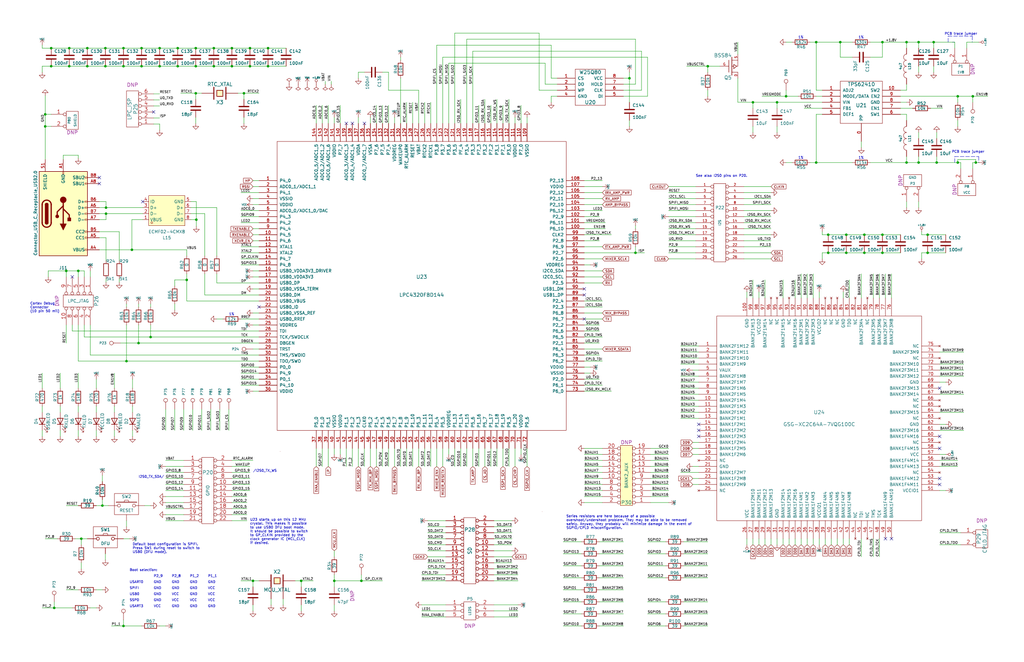
<source format=kicad_sch>
(kicad_sch (version 20231120) (generator "eeschema") (generator_version "8.0")
  (paper "User" 431.8 279.4)
  (title_block (title "HackRF One mcu/usb/power") (date "2020-09-06") (company "Copyright 2012-2018 Michael Ossmann") (comment 1 "License: GPL v2"))
  (junction (at 391.16 99.06))
  (junction (at 74.93 20.32))
  (junction (at 21.59 27.94))
  (junction (at 59.69 20.32))
  (junction (at 354.33 17.78))
  (junction (at 102.87 39.37))
  (junction (at 52.07 264.16))
  (junction (at 152.4 245.11))
  (junction (at 90.17 27.94))
  (junction (at 265.43 33.02))
  (junction (at 387.35 17.78))
  (junction (at 19.05 48.26))
  (junction (at 67.31 20.32))
  (junction (at 44.704 90.17))
  (junction (at 29.21 20.32))
  (junction (at 97.79 27.94))
  (junction (at 82.804 92.71))
  (junction (at 372.11 17.78))
  (junction (at 22.86 256.54))
  (junction (at 27.94 114.3))
  (junction (at 113.03 27.94))
  (junction (at 43.18 213.36))
  (junction (at 267.97 106.68))
  (junction (at 403.86 40.64))
  (junction (at 74.93 27.94))
  (junction (at 113.03 20.32))
  (junction (at 36.83 20.32))
  (junction (at 106.68 245.11))
  (junction (at 82.55 27.94))
  (junction (at 21.59 20.32))
  (junction (at 44.45 20.32))
  (junction (at 58.42 144.78))
  (junction (at 356.87 99.06))
  (junction (at 67.31 27.94))
  (junction (at 403.86 68.58))
  (junction (at 34.29 227.33))
  (junction (at 52.07 27.94))
  (junction (at 331.47 40.64))
  (junction (at 344.17 17.78))
  (junction (at 36.83 27.94))
  (junction (at 127 245.11))
  (junction (at 63.5 142.24))
  (junction (at 393.7 17.78))
  (junction (at 364.49 99.06))
  (junction (at 140.97 245.11))
  (junction (at 44.704 87.63))
  (junction (at 372.11 99.06))
  (junction (at 97.79 20.32))
  (junction (at 55.626 105.41))
  (junction (at 356.87 106.68))
  (junction (at 382.27 68.58))
  (junction (at 59.69 27.94))
  (junction (at 53.34 152.4))
  (junction (at 387.35 68.58))
  (junction (at 394.97 68.58))
  (junction (at 317.5 43.18))
  (junction (at 52.07 20.32))
  (junction (at 364.49 106.68))
  (junction (at 382.27 17.78))
  (junction (at 29.21 27.94))
  (junction (at 349.25 106.68))
  (junction (at 372.11 106.68))
  (junction (at 19.05 53.34))
  (junction (at 344.17 68.58))
  (junction (at 298.45 27.94))
  (junction (at 82.55 39.37))
  (junction (at 410.21 40.64))
  (junction (at 82.55 20.32))
  (junction (at 349.25 99.06))
  (junction (at 391.16 106.68))
  (junction (at 78.74 118.11))
  (junction (at 90.17 20.32))
  (junction (at 105.41 20.32))
  (junction (at 105.41 27.94))
  (junction (at 44.45 27.94))
  (junction (at 33.02 114.3))
  (junction (at 411.48 68.58))
  (junction (at 327.66 43.18))
  (no_connect (at 396.24 201.93))
  (no_connect (at 294.64 179.07))
  (no_connect (at 246.38 121.92))
  (no_connect (at 246.38 134.62))
  (no_connect (at 60.198 85.09))
  (no_connect (at 375.92 227.33))
  (no_connect (at 41.91 74.93))
  (no_connect (at 396.24 189.23))
  (no_connect (at 41.91 77.47))
  (no_connect (at 294.64 181.61))
  (no_connect (at 396.24 163.83))
  (no_connect (at 294.64 184.15))
  (no_connect (at 153.67 52.07))
  (no_connect (at 148.59 52.07))
  (no_connect (at 109.22 129.54))
  (no_connect (at 246.38 124.46))
  (no_connect (at 396.24 184.15))
  (no_connect (at 64.77 47.244))
  (no_connect (at 396.24 204.47))
  (no_connect (at 146.05 52.07))
  (no_connect (at 30.48 116.84))
  (no_connect (at 373.38 227.33))
  (wire (pts (xy 204.47 52.07) (xy 204.47 41.91)))
  (wire (pts (xy 163.83 30.48) (xy 163.83 38.1)))
  (wire (pts (xy 43.18 213.36) (xy 45.72 213.36)))
  (wire (pts (xy 177.8 257.81) (xy 187.96 257.81)))
  (wire (pts (xy 109.22 162.56) (xy 101.6 162.56)))
  (wire (pts (xy 64.77 42.164) (xy 67.31 42.164)))
  (wire (pts (xy 246.38 96.52) (xy 255.27 96.52)))
  (wire (pts (xy 267.97 35.56) (xy 262.89 35.56)))
  (wire (pts (xy 294.64 186.69) (xy 292.1 186.69)))
  (wire (pts (xy 317.5 43.18) (xy 327.66 43.18)))
  (wire (pts (xy 325.12 88.9) (xy 313.69 88.9)))
  (wire (pts (xy 349.25 106.68) (xy 356.87 106.68)))
  (wire (pts (xy 76.2 39.37) (xy 82.55 39.37)))
  (wire (pts (xy 368.3 227.33) (xy 368.3 234.95)))
  (wire (pts (xy 74.93 20.32) (xy 82.55 20.32)))
  (wire (pts (xy 232.41 33.02) (xy 232.41 19.05)))
  (wire (pts (xy 77.47 181.61) (xy 77.47 172.72)))
  (wire (pts (xy 232.41 40.64) (xy 234.95 40.64)))
  (wire (pts (xy 248.92 111.76) (xy 246.38 111.76)))
  (wire (pts (xy 317.5 55.88) (xy 317.5 53.34)))
  (wire (pts (xy 152.4 242.57) (xy 152.4 245.11)))
  (wire (pts (xy 246.38 88.9) (xy 254 88.9)))
  (wire (pts (xy 246.38 142.24) (xy 254 142.24)))
  (wire (pts (xy 245.11 248.92) (xy 237.49 248.92)))
  (wire (pts (xy 246.38 91.44) (xy 252.73 91.44)))
  (wire (pts (xy 36.83 27.94) (xy 44.45 27.94)))
  (wire (pts (xy 91.44 115.57) (xy 91.44 119.38)))
  (wire (pts (xy 81.28 181.61) (xy 81.28 172.72)))
  (wire (pts (xy 55.88 160.02) (xy 55.88 163.83)))
  (wire (pts (xy 294.64 146.05) (xy 287.02 146.05)))
  (wire (pts (xy 246.38 132.08) (xy 254 132.08)))
  (wire (pts (xy 387.35 68.58) (xy 394.97 68.58)))
  (wire (pts (xy 173.99 189.23) (xy 173.99 196.85)))
  (wire (pts (xy 102.87 39.37) (xy 102.87 41.91)))
  (wire (pts (xy 168.91 33.02) (xy 168.91 52.07)))
  (wire (pts (xy 281.94 109.22) (xy 293.37 109.22)))
  (wire (pts (xy 196.85 16.51) (xy 267.97 16.51)))
  (wire (pts (xy 48.26 181.61) (xy 48.26 184.15)))
  (wire (pts (xy 109.22 106.68) (xy 101.6 106.68)))
  (wire (pts (xy 106.68 83.82) (xy 109.22 83.82)))
  (wire (pts (xy 44.45 27.94) (xy 52.07 27.94)))
  (wire (pts (xy 354.33 17.78) (xy 359.41 17.78)))
  (wire (pts (xy 403.86 53.34) (xy 403.86 50.8)))
  (wire (pts (xy 246.38 162.56) (xy 254 162.56)))
  (wire (pts (xy 212.09 52.07) (xy 212.09 44.45)))
  (wire (pts (xy 267.97 104.14) (xy 267.97 106.68)))
  (wire (pts (xy 367.03 24.13) (xy 372.11 24.13)))
  (wire (pts (xy 127 245.11) (xy 132.08 245.11)))
  (wire (pts (xy 382.27 38.1) (xy 379.73 38.1)))
  (polyline (pts (xy 412.75 66.04) (xy 412.75 68.58)) (stroke (width 0) (type dash)))
  (wire (pts (xy 344.17 68.58) (xy 344.17 48.26)))
  (wire (pts (xy 281.94 101.6) (xy 293.37 101.6)))
  (wire (pts (xy 387.35 55.88) (xy 387.35 58.42)))
  (wire (pts (xy 370.84 115.57) (xy 370.84 125.73)))
  (wire (pts (xy 33.02 152.4) (xy 33.02 137.16)))
  (wire (pts (xy 215.9 234.95) (xy 208.28 234.95)))
  (wire (pts (xy 339.09 45.72) (xy 346.71 45.72)))
  (wire (pts (xy 187.96 229.87) (xy 180.34 229.87)))
  (wire (pts (xy 287.02 163.83) (xy 294.64 163.83)))
  (wire (pts (xy 33.02 248.92) (xy 27.94 248.92)))
  (wire (pts (xy 163.83 30.48) (xy 161.29 30.48)))
  (wire (pts (xy 46.99 264.16) (xy 52.07 264.16)))
  (wire (pts (xy 218.44 255.27) (xy 208.28 255.27)))
  (wire (pts (xy 17.78 19.05) (xy 17.78 20.32)))
  (wire (pts (xy 405.13 68.58) (xy 405.13 71.12)))
  (wire (pts (xy 288.29 264.16) (xy 298.45 264.16)))
  (wire (pts (xy 77.47 214.63) (xy 69.85 214.63)))
  (wire (pts (xy 254 116.84) (xy 246.38 116.84)))
  (wire (pts (xy 208.28 222.25) (xy 215.9 222.25)))
  (wire (pts (xy 331.47 40.64) (xy 336.55 40.64)))
  (wire (pts (xy 44.704 90.17) (xy 60.198 90.17)))
  (wire (pts (xy 158.75 52.07) (xy 158.75 44.45)))
  (wire (pts (xy 101.6 134.62) (xy 109.22 134.62)))
  (wire (pts (xy 222.25 189.23) (xy 222.25 196.85)))
  (wire (pts (xy 344.17 38.1) (xy 344.17 17.78)))
  (wire (pts (xy 347.98 227.33) (xy 347.98 229.87)))
  (wire (pts (xy 252.73 259.08) (xy 262.89 259.08)))
  (wire (pts (xy 403.86 68.58) (xy 405.13 68.58)))
  (wire (pts (xy 73.66 118.11) (xy 73.66 120.65)))
  (wire (pts (xy 78.74 127) (xy 109.22 127)))
  (wire (pts (xy 97.79 27.94) (xy 105.41 27.94)))
  (wire (pts (xy 387.35 17.78) (xy 387.35 20.32)))
  (wire (pts (xy 139.7 34.29) (xy 139.7 35.56)))
  (wire (pts (xy 254 81.28) (xy 246.38 81.28)))
  (wire (pts (xy 294.64 158.75) (xy 287.02 158.75)))
  (wire (pts (xy 322.58 125.73) (xy 322.58 118.11)))
  (wire (pts (xy 280.67 264.16) (xy 273.05 264.16)))
  (wire (pts (xy 97.79 212.09) (xy 104.14 212.09)))
  (wire (pts (xy 48.26 157.48) (xy 48.26 163.83)))
  (wire (pts (xy 392.43 45.72) (xy 397.51 45.72)))
  (wire (pts (xy 267.97 95.25) (xy 267.97 96.52)))
  (wire (pts (xy 187.96 232.41) (xy 180.34 232.41)))
  (wire (pts (xy 59.69 27.94) (xy 67.31 27.94)))
  (wire (pts (xy 246.38 201.93) (xy 254 201.93)))
  (wire (pts (xy 245.11 233.68) (xy 237.49 233.68)))
  (wire (pts (xy 391.16 99.06) (xy 398.78 99.06)))
  (wire (pts (xy 403.86 67.31) (xy 411.48 67.31)))
  (wire (pts (xy 388.62 99.06) (xy 391.16 99.06)))
  (wire (pts (xy 140.97 257.81) (xy 140.97 255.27)))
  (wire (pts (xy 106.68 137.16) (xy 109.22 137.16)))
  (wire (pts (xy 78.74 118.11) (xy 73.66 118.11)))
  (wire (pts (xy 214.63 189.23) (xy 214.63 196.85)))
  (wire (pts (xy 217.17 49.53) (xy 217.17 52.07)))
  (wire (pts (xy 252.73 228.6) (xy 262.89 228.6)))
  (wire (pts (xy 91.44 87.63) (xy 91.44 107.95)))
  (wire (pts (xy 101.6 245.11) (xy 106.68 245.11)))
  (wire (pts (xy 396.24 158.75) (xy 406.4 158.75)))
  (wire (pts (xy 78.74 118.11) (xy 78.74 127)))
  (wire (pts (xy 113.03 27.94) (xy 120.65 27.94)))
  (wire (pts (xy 58.42 128.27) (xy 58.42 129.54)))
  (wire (pts (xy 405.13 229.87) (xy 396.24 229.87)))
  (wire (pts (xy 403.86 40.64) (xy 410.21 40.64)))
  (wire (pts (xy 86.36 90.17) (xy 86.36 107.95)))
  (wire (pts (xy 355.6 125.73) (xy 355.6 123.19)))
  (wire (pts (xy 254 86.36) (xy 246.38 86.36)))
  (wire (pts (xy 109.22 91.44) (xy 101.6 91.44)))
  (wire (pts (xy 50.292 109.982) (xy 50.292 97.79)))
  (wire (pts (xy 412.75 68.58) (xy 411.48 68.58)))
  (wire (pts (xy 346.71 97.79) (xy 346.71 99.06)))
  (wire (pts (xy 311.15 33.02) (xy 311.15 43.18)))
  (wire (pts (xy 342.9 227.33) (xy 342.9 229.87)))
  (wire (pts (xy 106.68 132.08) (xy 109.22 132.08)))
  (wire (pts (xy 153.67 189.23) (xy 153.67 196.85)))
  (wire (pts (xy 368.3 125.73) (xy 368.3 115.57)))
  (wire (pts (xy 317.5 125.73) (xy 317.5 118.11)))
  (wire (pts (xy 298.45 27.94) (xy 303.53 27.94)))
  (wire (pts (xy 274.32 207.01) (xy 281.94 207.01)))
  (wire (pts (xy 325.12 106.68) (xy 313.69 106.68)))
  (wire (pts (xy 86.36 124.46) (xy 109.22 124.46)))
  (wire (pts (xy 44.704 85.09) (xy 44.704 87.63)))
  (wire (pts (xy 184.15 19.05) (xy 184.15 52.07)))
  (wire (pts (xy 382.27 68.58) (xy 387.35 68.58)))
  (wire (pts (xy 64.77 44.704) (xy 67.31 44.704)))
  (wire (pts (xy 156.21 49.53) (xy 156.21 52.07)))
  (wire (pts (xy 341.63 68.58) (xy 344.17 68.58)))
  (wire (pts (xy 24.13 227.33) (xy 19.05 227.33)))
  (wire (pts (xy 396.24 148.59) (xy 406.4 148.59)))
  (wire (pts (xy 248.92 154.94) (xy 246.38 154.94)))
  (wire (pts (xy 97.79 217.17) (xy 104.14 217.17)))
  (wire (pts (xy 265.43 53.34) (xy 265.43 50.8)))
  (wire (pts (xy 53.34 219.71) (xy 53.34 222.25)))
  (wire (pts (xy 179.07 189.23) (xy 179.07 196.85)))
  (wire (pts (xy 246.38 99.06) (xy 257.81 99.06)))
  (wire (pts (xy 100.33 39.37) (xy 102.87 39.37)))
  (wire (pts (xy 181.61 43.18) (xy 181.61 52.07)))
  (wire (pts (xy 101.6 104.14) (xy 109.22 104.14)))
  (wire (pts (xy 63.5 142.24) (xy 109.22 142.24)))
  (wire (pts (xy 53.34 128.27) (xy 53.34 129.54)))
  (wire (pts (xy 288.29 238.76) (xy 298.45 238.76)))
  (wire (pts (xy 354.33 24.13) (xy 359.41 24.13)))
  (wire (pts (xy 91.44 119.38) (xy 109.22 119.38)))
  (wire (pts (xy 21.59 27.94) (xy 29.21 27.94)))
  (wire (pts (xy 143.51 191.77) (xy 143.51 189.23)))
  (wire (pts (xy 43.18 200.66) (xy 43.18 203.2)))
  (wire (pts (xy 340.36 125.73) (xy 340.36 115.57)))
  (wire (pts (xy 396.24 173.99) (xy 406.4 173.99)))
  (wire (pts (xy 341.63 17.78) (xy 344.17 17.78)))
  (wire (pts (xy 33.02 114.3) (xy 35.56 114.3)))
  (wire (pts (xy 58.42 144.78) (xy 109.22 144.78)))
  (wire (pts (xy 396.24 161.29) (xy 398.78 161.29)))
  (wire (pts (xy 411.48 68.58) (xy 410.21 68.58)))
  (wire (pts (xy 64.77 49.784) (xy 67.31 49.784)))
  (wire (pts (xy 227.33 13.97) (xy 227.33 38.1)))
  (wire (pts (xy 41.91 87.63) (xy 44.704 87.63)))
  (wire (pts (xy 166.37 189.23) (xy 166.37 196.85)))
  (wire (pts (xy 370.84 227.33) (xy 370.84 234.95)))
  (wire (pts (xy 254 204.47) (xy 246.38 204.47)))
  (wire (pts (xy 314.96 229.87) (xy 314.96 227.33)))
  (wire (pts (xy 289.56 27.94) (xy 298.45 27.94)))
  (wire (pts (xy 53.34 137.16) (xy 53.34 152.4)))
  (wire (pts (xy 254 134.62) (xy 246.38 134.62)))
  (wire (pts (xy 78.74 115.57) (xy 78.74 118.11)))
  (wire (pts (xy 44.704 100.33) (xy 44.704 109.982)))
  (wire (pts (xy 372.11 106.68) (xy 379.73 106.68)))
  (wire (pts (xy 50.8 144.78) (xy 58.42 144.78)))
  (wire (pts (xy 109.22 96.52) (xy 106.68 96.52)))
  (wire (pts (xy 105.41 199.39) (xy 97.79 199.39)))
  (wire (pts (xy 293.37 78.74) (xy 281.94 78.74)))
  (wire (pts (xy 218.44 257.81) (xy 208.28 257.81)))
  (wire (pts (xy 288.29 233.68) (xy 298.45 233.68)))
  (wire (pts (xy 52.07 261.62) (xy 52.07 264.16)))
  (wire (pts (xy 281.94 88.9) (xy 293.37 88.9)))
  (wire (pts (xy 60.96 213.36) (xy 63.5 213.36)))
  (wire (pts (xy 105.41 27.94) (xy 113.03 27.94)))
  (wire (pts (xy 44.704 117.602) (xy 44.704 119.126)))
  (wire (pts (xy 402.59 17.78) (xy 402.59 20.32)))
  (wire (pts (xy 199.39 52.07) (xy 199.39 21.59)))
  (wire (pts (xy 133.35 189.23) (xy 133.35 196.85)))
  (wire (pts (xy 327.66 43.18) (xy 327.66 45.72)))
  (wire (pts (xy 274.32 201.93) (xy 281.94 201.93)))
  (wire (pts (xy 27.94 114.3) (xy 27.94 116.84)))
  (wire (pts (xy 106.68 194.31) (xy 97.79 194.31)))
  (wire (pts (xy 55.626 92.71) (xy 60.198 92.71)))
  (wire (pts (xy 335.28 125.73) (xy 335.28 118.11)))
  (wire (pts (xy 337.82 125.73) (xy 337.82 115.57)))
  (wire (pts (xy 92.71 181.61) (xy 92.71 172.72)))
  (wire (pts (xy 252.73 233.68) (xy 262.89 233.68)))
  (wire (pts (xy 140.97 245.11) (xy 152.4 245.11)))
  (wire (pts (xy 140.97 191.77) (xy 140.97 189.23)))
  (wire (pts (xy 270.51 38.1) (xy 262.89 38.1)))
  (wire (pts (xy 364.49 106.68) (xy 372.11 106.68)))
  (wire (pts (xy 396.24 194.31) (xy 403.86 194.31)))
  (wire (pts (xy 77.47 199.39) (xy 69.85 199.39)))
  (wire (pts (xy 82.804 95.504) (xy 82.804 92.71)))
  (wire (pts (xy 77.47 217.17) (xy 69.85 217.17)))
  (wire (pts (xy 252.73 264.16) (xy 262.89 264.16)))
  (wire (pts (xy 337.82 227.33) (xy 337.82 229.87)))
  (wire (pts (xy 104.14 219.71) (xy 97.79 219.71)))
  (wire (pts (xy 19.05 53.34) (xy 19.05 67.31)))
  (wire (pts (xy 294.64 191.77) (xy 292.1 191.77)))
  (wire (pts (xy 73.66 130.81) (xy 73.66 128.27)))
  (wire (pts (xy 331.47 38.1) (xy 331.47 40.64)))
  (wire (pts (xy 232.41 19.05) (xy 184.15 19.05)))
  (wire (pts (xy 246.38 139.7) (xy 252.73 139.7)))
  (wire (pts (xy 245.11 243.84) (xy 237.49 243.84)))
  (wire (pts (xy 382.27 48.26) (xy 382.27 50.8)))
  (polyline (pts (xy 401.574 17.78) (xy 402.59 17.78)) (stroke (width 0) (type dash)))
  (wire (pts (xy 35.56 142.24) (xy 63.5 142.24)))
  (wire (pts (xy 346.71 99.06) (xy 349.25 99.06)))
  (wire (pts (xy 294.64 201.93) (xy 292.1 201.93)))
  (wire (pts (xy 59.69 20.32) (xy 67.31 20.32)))
  (wire (pts (xy 53.34 152.4) (xy 109.22 152.4)))
  (wire (pts (xy 273.05 238.76) (xy 280.67 238.76)))
  (wire (pts (xy 267.97 16.51) (xy 267.97 35.56)))
  (wire (pts (xy 20.32 114.3) (xy 20.32 116.84)))
  (wire (pts (xy 234.95 33.02) (xy 232.41 33.02)))
  (wire (pts (xy 140.97 242.57) (xy 140.97 245.11)))
  (wire (pts (xy 320.04 227.33) (xy 320.04 229.87)))
  (wire (pts (xy 119.38 255.27) (xy 119.38 252.73)))
  (wire (pts (xy 254 114.3) (xy 246.38 114.3)))
  (wire (pts (xy 281.94 106.68) (xy 293.37 106.68)))
  (wire (pts (xy 17.78 256.54) (xy 22.86 256.54)))
  (wire (pts (xy 288.29 228.6) (xy 298.45 228.6)))
  (wire (pts (xy 106.68 76.2) (xy 109.22 76.2)))
  (wire (pts (xy 106.68 121.92) (xy 109.22 121.92)))
  (wire (pts (xy 196.85 52.07) (xy 196.85 16.51)))
  (wire (pts (xy 67.31 264.16) (xy 69.85 264.16)))
  (wire (pts (xy 325.12 227.33) (xy 325.12 229.87)))
  (wire (pts (xy 41.91 92.71) (xy 44.704 92.71)))
  (wire (pts (xy 127 247.65) (xy 127 245.11)))
  (wire (pts (xy 191.77 189.23) (xy 191.77 196.85)))
  (wire (pts (xy 334.01 68.58) (xy 331.47 68.58)))
  (wire (pts (xy 41.91 90.17) (xy 44.704 90.17)))
  (wire (pts (xy 67.31 54.864) (xy 67.31 52.324)))
  (wire (pts (xy 161.29 189.23) (xy 161.29 196.85)))
  (wire (pts (xy 199.39 189.23) (xy 199.39 196.85)))
  (wire (pts (xy 229.87 26.67) (xy 229.87 35.56)))
  (wire (pts (xy 58.42 137.16) (xy 58.42 144.78)))
  (wire (pts (xy 171.45 196.85) (xy 171.45 189.23)))
  (wire (pts (xy 356.87 99.06) (xy 364.49 99.06)))
  (wire (pts (xy 379.73 48.26) (xy 382.27 48.26)))
  (wire (pts (xy 382.27 43.18) (xy 379.73 43.18)))
  (wire (pts (xy 109.22 81.28) (xy 101.6 81.28)))
  (wire (pts (xy 254 147.32) (xy 246.38 147.32)))
  (wire (pts (xy 254 209.55) (xy 246.38 209.55)))
  (wire (pts (xy 254 76.2) (xy 246.38 76.2)))
  (wire (pts (xy 287.02 173.99) (xy 294.64 173.99)))
  (wire (pts (xy 393.7 17.78) (xy 402.59 17.78)))
  (wire (pts (xy 327.66 53.34) (xy 327.66 55.88)))
  (wire (pts (xy 346.71 106.68) (xy 349.25 106.68)))
  (wire (pts (xy 208.28 242.57) (xy 218.44 242.57)))
  (wire (pts (xy 356.87 106.68) (xy 364.49 106.68)))
  (wire (pts (xy 97.79 209.55) (xy 104.14 209.55)))
  (wire (pts (xy 90.17 20.32) (xy 97.79 20.32)))
  (wire (pts (xy 63.5 137.16) (xy 63.5 142.24)))
  (wire (pts (xy 393.7 30.48) (xy 393.7 27.94)))
  (wire (pts (xy 345.44 125.73) (xy 345.44 123.19)))
  (wire (pts (xy 67.31 20.32) (xy 74.93 20.32)))
  (wire (pts (xy 106.68 165.1) (xy 109.22 165.1)))
  (wire (pts (xy 88.9 181.61) (xy 88.9 172.72)))
  (wire (pts (xy 262.89 33.02) (xy 265.43 33.02)))
  (wire (pts (xy 294.64 153.67) (xy 287.02 153.67)))
  (wire (pts (xy 363.22 115.57) (xy 363.22 125.73)))
  (wire (pts (xy 246.38 212.09) (xy 254 212.09)))
  (wire (pts (xy 358.14 227.33) (xy 358.14 229.87)))
  (wire (pts (xy 26.67 65.532) (xy 26.67 67.31)))
  (wire (pts (xy 325.12 101.6) (xy 313.69 101.6)))
  (wire (pts (xy 17.78 163.83) (xy 17.78 157.48)))
  (wire (pts (xy 396.24 179.07) (xy 398.78 179.07)))
  (wire (pts (xy 382.27 68.58) (xy 382.27 66.04)))
  (wire (pts (xy 274.32 196.85) (xy 281.94 196.85)))
  (wire (pts (xy 322.58 227.33) (xy 322.58 229.87)))
  (wire (pts (xy 33.02 152.4) (xy 53.34 152.4)))
  (wire (pts (xy 281.94 91.44) (xy 293.37 91.44)))
  (wire (pts (xy 372.11 99.06) (xy 379.73 99.06)))
  (wire (pts (xy 327.66 43.18) (xy 346.71 43.18)))
  (wire (pts (xy 384.81 45.72) (xy 379.73 45.72)))
  (wire (pts (xy 171.45 43.18) (xy 171.45 52.07)))
  (wire (pts (xy 109.22 154.94) (xy 101.6 154.94)))
  (wire (pts (xy 180.34 237.49) (xy 187.96 237.49)))
  (wire (pts (xy 353.06 227.33) (xy 353.06 229.87)))
  (wire (pts (xy 388.62 99.06) (xy 388.62 97.79)))
  (wire (pts (xy 101.6 111.76) (xy 109.22 111.76)))
  (wire (pts (xy 187.96 222.25) (xy 180.34 222.25)))
  (wire (pts (xy 97.79 20.32) (xy 105.41 20.32)))
  (wire (pts (xy 346.71 38.1) (xy 344.17 38.1)))
  (wire (pts (xy 394.97 68.58) (xy 403.86 68.58)))
  (polyline (pts (xy 399.796 17.78) (xy 399.796 15.24)) (stroke (width 0) (type dash)))
  (wire (pts (xy 29.21 27.94) (xy 36.83 27.94)))
  (wire (pts (xy 407.67 17.78) (xy 407.67 20.32)))
  (wire (pts (xy 344.17 68.58) (xy 359.41 68.58)))
  (wire (pts (xy 252.73 238.76) (xy 262.89 238.76)))
  (wire (pts (xy 102.87 52.07) (xy 102.87 49.53)))
  (wire (pts (xy 280.67 243.84) (xy 273.05 243.84)))
  (wire (pts (xy 91.44 134.62) (xy 93.98 134.62)))
  (wire (pts (xy 201.93 52.07) (xy 201.93 44.45)))
  (wire (pts (xy 17.78 27.94) (xy 17.78 30.48)))
  (wire (pts (xy 325.12 104.14) (xy 313.69 104.14)))
  (wire (pts (xy 207.01 52.07) (xy 207.01 44.45)))
  (wire (pts (xy 217.17 189.23) (xy 217.17 196.85)))
  (wire (pts (xy 227.33 38.1) (xy 234.95 38.1)))
  (wire (pts (xy 344.17 17.78) (xy 354.33 17.78)))
  (wire (pts (xy 379.73 40.64) (xy 403.86 40.64)))
  (wire (pts (xy 219.71 52.07) (xy 219.71 44.45)))
  (wire (pts (xy 168.91 189.23) (xy 168.91 196.85)))
  (wire (pts (xy 387.35 87.63) (xy 387.35 85.09)))
  (wire (pts (xy 55.88 181.61) (xy 55.88 184.15)))
  (wire (pts (xy 335.28 227.33) (xy 335.28 229.87)))
  (wire (pts (xy 180.34 219.71) (xy 187.96 219.71)))
  (wire (pts (xy 281.94 104.14) (xy 293.37 104.14)))
  (wire (pts (xy 30.48 137.16) (xy 30.48 139.7)))
  (wire (pts (xy 403.86 43.18) (xy 403.86 40.64)))
  (wire (pts (xy 372.11 17.78) (xy 382.27 17.78)))
  (wire (pts (xy 186.69 24.13) (xy 273.05 24.13)))
  (wire (pts (xy 191.77 13.97) (xy 191.77 52.07)))
  (wire (pts (xy 311.15 43.18) (xy 317.5 43.18)))
  (wire (pts (xy 358.14 125.73) (xy 358.14 118.11)))
  (wire (pts (xy 246.38 207.01) (xy 254 207.01)))
  (wire (pts (xy 17.78 171.45) (xy 17.78 173.99)))
  (wire (pts (xy 246.38 149.86) (xy 252.73 149.86)))
  (wire (pts (xy 27.94 114.3) (xy 33.02 114.3)))
  (wire (pts (xy 398.78 191.77) (xy 396.24 191.77)))
  (wire (pts (xy 298.45 27.94) (xy 298.45 30.48)))
  (wire (pts (xy 109.22 147.32) (xy 106.68 147.32)))
  (wire (pts (xy 187.96 234.95) (xy 180.34 234.95)))
  (wire (pts (xy 27.94 137.16) (xy 27.94 144.78)))
  (wire (pts (xy 151.13 33.02) (xy 151.13 30.48)))
  (wire (pts (xy 267.97 106.68) (xy 271.78 106.68)))
  (wire (pts (xy 135.89 189.23) (xy 135.89 196.85)))
  (wire (pts (xy 36.83 20.32) (xy 44.45 20.32)))
  (wire (pts (xy 396.24 181.61) (xy 406.4 181.61)))
  (wire (pts (xy 287.02 199.39) (xy 294.64 199.39)))
  (wire (pts (xy 287.02 148.59) (xy 294.64 148.59)))
  (wire (pts (xy 105.41 20.32) (xy 113.03 20.32)))
  (wire (pts (xy 218.44 240.03) (xy 208.28 240.03)))
  (wire (pts (xy 17.78 27.94) (xy 21.59 27.94)))
  (wire (pts (xy 396.24 166.37) (xy 406.4 166.37)))
  (wire (pts (xy 50.292 117.602) (xy 50.292 119.126)))
  (wire (pts (xy 280.67 254) (xy 273.05 254)))
  (wire (pts (xy 281.94 204.47) (xy 274.32 204.47)))
  (wire (pts (xy 41.91 100.33) (xy 44.704 100.33)))
  (wire (pts (xy 288.29 259.08) (xy 298.45 259.08)))
  (wire (pts (xy 293.37 96.52) (xy 281.94 96.52)))
  (wire (pts (xy 394.97 55.88) (xy 394.97 58.42)))
  (wire (pts (xy 394.97 68.58) (xy 394.97 66.04)))
  (wire (pts (xy 77.47 212.09) (xy 69.85 212.09)))
  (wire (pts (xy 106.68 86.36) (xy 109.22 86.36)))
  (wire (pts (xy 77.47 204.47) (xy 69.85 204.47)))
  (wire (pts (xy 219.71 191.77) (xy 219.71 189.23)))
  (wire (pts (xy 294.64 189.23) (xy 292.1 189.23)))
  (wire (pts (xy 403.86 68.58) (xy 403.86 67.31)))
  (wire (pts (xy 18.796 48.26) (xy 19.05 48.26)))
  (wire (pts (xy 222.25 49.53) (xy 222.25 52.07)))
  (wire (pts (xy 246.38 196.85) (xy 254 196.85)))
  (wire (pts (xy 294.64 204.47) (xy 292.1 204.47)))
  (wire (pts (xy 109.22 101.6) (xy 106.68 101.6)))
  (wire (pts (xy 33.02 213.36) (xy 27.94 213.36)))
  (wire (pts (xy 363.22 227.33) (xy 363.22 234.95)))
  (wire (pts (xy 105.41 196.85) (xy 97.79 196.85)))
  (wire (pts (xy 186.69 24.13) (xy 186.69 52.07)))
  (wire (pts (xy 396.24 156.21) (xy 406.4 156.21)))
  (wire (pts (xy 109.22 99.06) (xy 106.68 99.06)))
  (wire (pts (xy 101.6 88.9) (xy 109.22 88.9)))
  (wire (pts (xy 102.87 39.37) (xy 109.22 39.37)))
  (wire (pts (xy 43.18 213.36) (xy 43.18 210.82)))
  (wire (pts (xy 30.48 139.7) (xy 109.22 139.7)))
  (wire (pts (xy 294.64 161.29) (xy 287.02 161.29)))
  (wire (pts (xy 281.94 191.77) (xy 274.32 191.77)))
  (wire (pts (xy 388.62 106.68) (xy 391.16 106.68)))
  (wire (pts (xy 254 199.39) (xy 246.38 199.39)))
  (wire (pts (xy 106.68 245.11) (xy 109.22 245.11)))
  (wire (pts (xy 245.11 264.16) (xy 237.49 264.16)))
  (wire (pts (xy 176.53 196.85) (xy 176.53 189.23)))
  (wire (pts (xy 245.11 228.6) (xy 237.49 228.6)))
  (wire (pts (xy 148.59 189.23) (xy 148.59 196.85)))
  (wire (pts (xy 177.8 242.57) (xy 187.96 242.57)))
  (wire (pts (xy 161.29 52.07) (xy 161.29 44.45)))
  (wire (pts (xy 85.09 181.61) (xy 85.09 172.72)))
  (wire (pts (xy 245.11 259.08) (xy 237.49 259.08)))
  (wire (pts (xy 86.36 115.57) (xy 86.36 124.46)))
  (wire (pts (xy 189.23 26.67) (xy 229.87 26.67)))
  (wire (pts (xy 105.41 204.47) (xy 97.79 204.47)))
  (wire (pts (xy 127 257.81) (xy 127 255.27)))
  (wire (pts (xy 34.29 227.33) (xy 36.83 227.33)))
  (wire (pts (xy 280.67 228.6) (xy 273.05 228.6)))
  (wire (pts (xy 273.05 24.13) (xy 273.05 40.64)))
  (wire (pts (xy 187.96 224.79) (xy 180.34 224.79)))
  (wire (pts (xy 109.22 157.48) (xy 101.6 157.48)))
  (wire (pts (xy 82.804 85.09) (xy 80.518 85.09)))
  (wire (pts (xy 396.24 153.67) (xy 406.4 153.67)))
  (wire (pts (xy 82.804 92.71) (xy 82.804 85.09)))
  (wire (pts (xy 113.03 20.32) (xy 120.65 20.32)))
  (wire (pts (xy 215.9 237.49) (xy 208.28 237.49)))
  (wire (pts (xy 52.07 27.94) (xy 59.69 27.94)))
  (wire (pts (xy 294.64 166.37) (xy 287.02 166.37)))
  (wire (pts (xy 80.518 90.17) (xy 86.36 90.17)))
  (wire (pts (xy 391.16 106.68) (xy 398.78 106.68)))
  (wire (pts (xy 246.38 101.6) (xy 252.73 101.6)))
  (wire (pts (xy 77.47 209.55) (xy 69.85 209.55)))
  (wire (pts (xy 342.9 125.73) (xy 342.9 115.57)))
  (wire (pts (xy 313.69 86.36) (xy 325.12 86.36)))
  (wire (pts (xy 163.83 189.23) (xy 163.83 196.85)))
  (wire (pts (xy 82.55 20.32) (xy 90.17 20.32)))
  (wire (pts (xy 372.11 24.13) (xy 372.11 17.78)))
  (wire (pts (xy 246.38 109.22) (xy 254 109.22)))
  (wire (pts (xy 354.33 17.78) (xy 354.33 24.13)))
  (wire (pts (xy 135.89 44.45) (xy 135.89 52.07)))
  (wire (pts (xy 55.88 171.45) (xy 55.88 173.99)))
  (wire (pts (xy 82.55 39.37) (xy 85.09 39.37)))
  (wire (pts (xy 246.38 104.14) (xy 254 104.14)))
  (wire (pts (xy 410.21 68.58) (xy 410.21 71.12)))
  (wire (pts (xy 64.77 39.624) (xy 67.31 39.624)))
  (wire (pts (xy 246.38 152.4) (xy 254 152.4)))
  (wire (pts (xy 44.45 236.22) (xy 44.45 233.68)))
  (wire (pts (xy 246.38 106.68) (xy 267.97 106.68)))
  (wire (pts (xy 265.43 30.48) (xy 265.43 33.02)))
  (wire (pts (xy 96.52 181.61) (xy 96.52 172.72)))
  (wire (pts (xy 67.31 27.94) (xy 74.93 27.94)))
  (wire (pts (xy 317.5 227.33) (xy 317.5 229.87)))
  (wire (pts (xy 325.12 91.44) (xy 313.69 91.44)))
  (wire (pts (xy 208.28 229.87) (xy 215.9 229.87)))
  (wire (pts (xy 340.36 227.33) (xy 340.36 229.87)))
  (wire (pts (xy 287.02 168.91) (xy 294.64 168.91)))
  (wire (pts (xy 196.85 189.23) (xy 196.85 196.85)))
  (wire (pts (xy 140.97 234.95) (xy 140.97 232.41)))
  (wire (pts (xy 387.35 68.58) (xy 387.35 66.04)))
  (wire (pts (xy 345.44 229.87) (xy 345.44 227.33)))
  (wire (pts (xy 151.13 30.48) (xy 153.67 30.48)))
  (wire (pts (xy 52.07 264.16) (xy 59.69 264.16)))
  (wire (pts (xy 208.28 224.79) (xy 215.9 224.79)))
  (wire (pts (xy 281.94 189.23) (xy 274.32 189.23)))
  (wire (pts (xy 55.626 105.41) (xy 78.74 105.41)))
  (wire (pts (xy 407.67 17.78) (xy 412.75 17.78)))
  (wire (pts (xy 80.518 87.63) (xy 91.44 87.63)))
  (wire (pts (xy 33.02 114.3) (xy 33.02 116.84)))
  (wire (pts (xy 25.4 157.48) (xy 25.4 163.83)))
  (wire (pts (xy 34.29 240.03) (xy 34.29 237.49)))
  (wire (pts (xy 281.94 81.28) (xy 293.37 81.28)))
  (wire (pts (xy 367.03 68.58) (xy 382.27 68.58)))
  (wire (pts (xy 163.83 52.07) (xy 163.83 44.45)))
  (wire (pts (xy 411.48 67.31) (xy 411.48 68.58)))
  (wire (pts (xy 187.96 227.33) (xy 180.34 227.33)))
  (wire (pts (xy 294.64 171.45) (xy 287.02 171.45)))
  (wire (pts (xy 106.68 116.84) (xy 109.22 116.84)))
  (wire (pts (xy 252.73 243.84) (xy 262.89 243.84)))
  (wire (pts (xy 252.73 254) (xy 262.89 254)))
  (wire (pts (xy 382.27 87.63) (xy 382.27 85.09)))
  (wire (pts (xy 281.94 212.09) (xy 274.32 212.09)))
  (wire (pts (xy 208.28 227.33) (xy 215.9 227.33)))
  (wire (pts (xy 29.21 20.32) (xy 36.83 20.32)))
  (wire (pts (xy 387.35 30.48) (xy 387.35 27.94)))
  (wire (pts (xy 246.38 160.02) (xy 252.73 160.02)))
  (wire (pts (xy 325.12 99.06) (xy 313.69 99.06)))
  (wire (pts (xy 168.91 24.13) (xy 168.91 25.4)))
  (wire (pts (xy 325.12 81.28) (xy 313.69 81.28)))
  (wire (pts (xy 288.29 243.84) (xy 298.45 243.84)))
  (wire (pts (xy 69.85 194.31) (xy 77.47 194.31)))
  (wire (pts (xy 176.53 38.1) (xy 176.53 52.07)))
  (wire (pts (xy 26.67 65.532) (xy 33.02 65.532)))
  (wire (pts (xy 317.5 43.18) (xy 317.5 45.72)))
  (wire (pts (xy 346.71 106.68) (xy 346.71 109.22)))
  (wire (pts (xy 246.38 93.98) (xy 255.27 93.98)))
  (wire (pts (xy 133.35 44.45) (xy 133.35 52.07)))
  (wire (pts (xy 186.69 189.23) (xy 186.69 196.85)))
  (wire (pts (xy 38.1 149.86) (xy 38.1 137.16)))
  (wire (pts (xy 189.23 191.77) (xy 189.23 189.23)))
  (wire (pts (xy 363.22 62.23) (xy 363.22 59.69)))
  (wire (pts (xy 321.31 40.64) (xy 331.47 40.64)))
  (wire (pts (xy 187.96 240.03) (xy 180.34 240.03)))
  (wire (pts (xy 254 127) (xy 246.38 127)))
  (wire (pts (xy 281.94 209.55) (xy 274.32 209.55)))
  (wire (pts (xy 215.9 232.41) (xy 208.28 232.41)))
  (wire (pts (xy 288.29 254) (xy 298.45 254)))
  (wire (pts (xy 396.24 196.85) (xy 403.86 196.85)))
  (wire (pts (xy 201.93 189.23) (xy 201.93 196.85)))
  (wire (pts (xy 293.37 86.36) (xy 281.94 86.36)))
  (wire (pts (xy 177.8 245.11) (xy 187.96 245.11)))
  (wire (pts (xy 17.78 181.61) (xy 17.78 184.15)))
  (wire (pts (xy 382.27 35.56) (xy 382.27 38.1)))
  (wire (pts (xy 69.85 181.61) (xy 69.85 172.72)))
  (wire (pts (xy 38.1 114.3) (xy 38.1 116.84)))
  (wire (pts (xy 74.93 27.94) (xy 82.55 27.94)))
  (wire (pts (xy 158.75 189.23) (xy 158.75 196.85)))
  (wire (pts (xy 245.11 238.76) (xy 237.49 238.76)))
  (wire (pts (xy 344.17 48.26) (xy 346.71 48.26)))
  (wire (pts (xy 69.85 201.93) (xy 77.47 201.93)))
  (wire (pts (xy 373.38 125.73) (xy 373.38 115.57)))
  (wire (pts (xy 40.64 181.61) (xy 40.64 184.15)))
  (wire (pts (xy 80.518 92.71) (xy 82.804 92.71)))
  (wire (pts (xy 215.9 219.71) (xy 208.28 219.71)))
  (wire (pts (xy 388.62 106.68) (xy 388.62 109.22)))
  (wire (pts (xy 106.68 114.3) (xy 109.22 114.3)))
  (wire (pts (xy 173.99 43.18) (xy 173.99 52.07)))
  (wire (pts (xy 313.69 96.52) (xy 325.12 96.52)))
  (wire (pts (xy 48.26 171.45) (xy 48.26 173.99)))
  (wire (pts (xy 152.4 245.11) (xy 161.29 245.11)))
  (wire (pts (xy 19.05 40.386) (xy 19.05 48.26)))
  (wire (pts (xy 311.15 22.86) (xy 311.15 17.78)))
  (wire (pts (xy 281.94 199.39) (xy 274.32 199.39)))
  (wire (pts (xy 382.27 17.78) (xy 382.27 20.32)))
  (wire (pts (xy 298.45 38.1) (xy 298.45 40.64)))
  (wire (pts (xy 52.07 227.33) (xy 54.61 227.33)))
  (wire (pts (xy 138.43 52.07) (xy 138.43 44.45)))
  (wire (pts (xy 330.2 125.73) (xy 330.2 118.11)))
  (polyline (pts (xy 409.956 15.24) (xy 409.956 17.78)) (stroke (width 0) (type dash)))
  (wire (pts (xy 350.52 227.33) (xy 350.52 229.87)))
  (wire (pts (xy 375.92 115.57) (xy 375.92 125.73)))
  (wire (pts (xy 320.04 125.73) (xy 320.04 123.19)))
  (wire (pts (xy 280.67 233.68) (xy 273.05 233.68)))
  (wire (pts (xy 109.22 149.86) (xy 38.1 149.86)))
  (wire (pts (xy 367.03 17.78) (xy 372.11 17.78)))
  (wire (pts (xy 41.91 85.09) (xy 44.704 85.09)))
  (wire (pts (xy 281.94 93.98) (xy 293.37 93.98)))
  (wire (pts (xy 52.07 20.32) (xy 59.69 20.32)))
  (wire (pts (xy 137.16 34.29) (xy 137.16 35.56)))
  (wire (pts (xy 393.7 17.78) (xy 393.7 20.32)))
  (wire (pts (xy 191.77 13.97) (xy 227.33 13.97)))
  (wire (pts (xy 43.18 248.92) (xy 40.64 248.92)))
  (wire (pts (xy 44.45 20.32) (xy 52.07 20.32)))
  (wire (pts (xy 40.64 213.36) (xy 43.18 213.36)))
  (wire (pts (xy 281.94 194.31) (xy 274.32 194.31)))
  (wire (pts (xy 218.44 260.35) (xy 208.28 260.35)))
  (wire (pts (xy 34.29 229.87) (xy 34.29 227.33)))
  (wire (pts (xy 194.31 52.07) (xy 194.31 41.91)))
  (wire (pts (xy 82.55 27.94) (xy 90.17 27.94)))
  (wire (pts (xy 212.09 189.23) (xy 212.09 196.85)))
  (wire (pts (xy 313.69 109.22) (xy 325.12 109.22)))
  (wire (pts (xy 166.37 49.53) (xy 166.37 52.07)))
  (wire (pts (xy 330.2 227.33) (xy 330.2 229.87)))
  (wire (pts (xy 332.74 227.33) (xy 332.74 229.87)))
  (wire (pts (xy 218.44 245.11) (xy 208.28 245.11)))
  (wire (pts (xy 19.05 48.26) (xy 21.59 48.26)))
  (wire (pts (xy 33.02 171.45) (xy 33.02 173.99)))
  (wire (pts (xy 124.46 245.11) (xy 127 245.11)))
  (wire (pts (xy 109.22 160.02) (xy 101.6 160.02)))
  (wire (pts (xy 151.13 196.85) (xy 151.13 189.23)))
  (wire (pts (xy 67.31 52.324) (xy 64.77 52.324)))
  (wire (pts (xy 40.64 256.54) (xy 38.1 256.54)))
  (wire (pts (xy 292.1 156.21) (xy 294.64 156.21)))
  (wire (pts (xy 109.22 93.98) (xy 101.6 93.98)))
  (wire (pts (xy 327.66 229.87) (xy 327.66 227.33)))
  (wire (pts (xy 82.55 39.37) (xy 82.55 41.91)))
  (wire (pts (xy 181.61 189.23) (xy 181.61 196.85)))
  (wire (pts (xy 229.87 35.56) (xy 234.95 35.56)))
  (wire (pts (xy 273.05 40.64) (xy 262.89 40.64)))
  (wire (pts (xy 138.43 196.85) (xy 138.43 189.23)))
  (wire (pts (xy 248.92 157.48) (xy 246.38 157.48)))
  (wire (pts (xy 69.85 207.01) (xy 77.47 207.01)))
  (wire (pts (xy 78.74 105.41) (xy 78.74 107.95)))
  (wire (pts (xy 410.21 40.64) (xy 416.56 40.64)))
  (wire (pts (xy 35.56 137.16) (xy 35.56 142.24)))
  (wire (pts (xy 349.25 99.06) (xy 356.87 99.06)))
  (wire (pts (xy 364.49 99.06) (xy 372.11 99.06)))
  (wire (pts (xy 254 189.23) (xy 246.38 189.23)))
  (wire (pts (xy 19.05 48.26) (xy 19.05 53.34)))
  (wire (pts (xy 189.23 52.07) (xy 189.23 26.67)))
  (wire (pts (xy 265.43 33.02) (xy 265.43 43.18)))
  (wire (pts (xy 146.05 189.23) (xy 146.05 196.85)))
  (wire (pts (xy 294.64 151.13) (xy 287.02 151.13)))
  (wire (pts (xy 325.12 78.74) (xy 313.69 78.74)))
  (wire (pts (xy 281.94 99.06) (xy 293.37 99.06)))
  (wire (pts (xy 55.626 92.71) (xy 55.626 105.41)))
  (polyline (pts (xy 399.796 15.24) (xy 409.956 15.24)) (stroke (width 0) (type dash)))
  (wire (pts (xy 246.38 129.54) (xy 254 129.54)))
  (wire (pts (xy 405.13 224.79) (xy 396.24 224.79)))
  (wire (pts (xy 232.41 43.18) (xy 232.41 40.64)))
  (wire (pts (xy 21.59 20.32) (xy 29.21 20.32)))
  (wire (pts (xy 246.38 144.78) (xy 252.73 144.78)))
  (wire (pts (xy 44.704 87.63) (xy 60.198 87.63)))
  (wire (pts (xy 40.64 171.45) (xy 40.64 173.99)))
  (wire (pts (xy 22.86 254) (xy 22.86 256.54)))
  (wire (pts (xy 140.97 49.53) (xy 140.97 52.07)))
  (wire (pts (xy 254 119.38) (xy 246.38 119.38)))
  (wire (pts (xy 20.32 114.3) (xy 27.94 114.3)))
  (wire (pts (xy 33.02 181.61) (xy 33.02 184.15)))
  (wire (pts (xy 114.3 255.27) (xy 114.3 252.73)))
  (wire (pts (xy 214.63 52.07) (xy 214.63 41.91)))
  (wire (pts (xy 106.68 257.81) (xy 106.68 255.27)))
  (wire (pts (xy 273.05 259.08) (xy 280.67 259.08)))
  (wire (pts (xy 109.22 78.74) (xy 106.68 78.74)))
  (wire (pts (xy 97.79 214.63) (xy 104.14 214.63)))
  (wire (pts (xy 207.01 189.23) (xy 207.01 196.85)))
  (wire (pts (xy 398.78 207.01) (xy 396.24 207.01)))
  (wire (pts (xy 387.35 17.78) (xy 393.7 17.78)))
  (wire (pts (xy 252.73 248.92) (xy 262.89 248.92)))
  (wire (pts (xy 31.75 227.33) (xy 34.29 227.33)))
  (wire (pts (xy 97.79 201.93) (xy 105.41 201.93)))
  (wire (pts (xy 325.12 83.82) (xy 313.69 83.82)))
  (wire (pts (xy 246.38 83.82) (xy 254 83.82)))
  (polyline (pts (xy 402.59 66.04) (xy 412.75 66.04)) (stroke (width 0) (type dash)))
  (wire (pts (xy 294.64 196.85) (xy 292.1 196.85)))
  (wire (pts (xy 163.83 38.1) (xy 176.53 38.1)))
  (wire (pts (xy 35.56 114.3) (xy 35.56 116.84)))
  (wire (pts (xy 90.17 27.94) (xy 97.79 27.94)))
  (wire (pts (xy 382.27 17.78) (xy 387.35 17.78)))
  (wire (pts (xy 33.02 157.48) (xy 33.02 163.83)))
  (wire (pts (xy 314.96 125.73) (xy 314.96 123.19)))
  (wire (pts (xy 44.704 90.17) (xy 44.704 92.71)))
  (wire (pts (xy 344.17 40.64) (xy 346.71 40.64)))
  (wire (pts (xy 313.69 93.98) (xy 325.12 93.98)))
  (wire (pts (xy 194.31 189.23) (xy 194.31 196.85)))
  (wire (pts (xy 184.15 189.23) (xy 184.15 196.85)))
  (wire (pts (xy 25.4 181.61) (xy 25.4 184.15)))
  (wire (pts (xy 179.07 52.07) (xy 179.07 43.18)))
  (wire (pts (xy 156.21 189.23) (xy 156.21 196.85)))
  (wire (pts (xy 254 194.31) (xy 246.38 194.31)))
  (wire (pts (xy 82.55 49.53) (xy 82.55 52.07)))
  (polyline (pts (xy 402.59 68.58) (xy 402.59 66.04)) (stroke (width 0) (type dash)))
  (wire (pts (xy 151.13 49.53) (xy 151.13 52.07)))
  (wire (pts (xy 209.55 52.07) (xy 209.55 41.91)))
  (wire (pts (xy 177.8 255.27) (xy 187.96 255.27)))
  (wire (pts (xy 177.8 260.35) (xy 187.96 260.35)))
  (wire (pts (xy 69.85 219.71) (xy 77.47 219.71)))
  (wire (pts (xy 294.64 176.53) (xy 287.02 176.53)))
  (wire (pts (xy 270.51 21.59) (xy 270.51 38.1)))
  (wire (pts (xy 281.94 83.82) (xy 293.37 83.82)))
  (wire (pts (xy 22.86 256.54) (xy 30.48 256.54)))
  (wire (pts (xy 334.01 17.78) (xy 331.47 17.78)))
  (wire (pts (xy 246.38 165.1) (xy 257.81 165.1)))
  (wire (pts (xy 252.73 137.16) (xy 246.38 137.16)))
  (wire (pts (xy 73.66 181.61) (xy 73.66 172.72)))
  (wire (pts (xy 204.47 196.85) (xy 204.47 189.23)))
  (wire (pts (xy 199.39 21.59) (xy 270.51 21.59)))
  (wire (pts (xy 355.6 227.33) (xy 355.6 229.87)))
  (wire (pts (xy 40.64 163.83) (xy 40.64 160.02)))
  (wire (pts (xy 25.4 171.45) (xy 25.4 173.99)))
  (wire (pts (xy 19.05 53.34) (xy 21.59 53.34)))
  (wire (pts (xy 50.292 97.79) (xy 41.91 97.79)))
  (wire (pts (xy 106.68 247.65) (xy 106.68 245.11)))
  (wire (pts (xy 17.78 20.32) (xy 21.59 20.32)))
  (wire (pts (xy 209.55 189.23) (xy 209.55 196.85)))
  (wire (pts (xy 245.11 254) (xy 237.49 254)))
  (wire (pts (xy 246.38 191.77) (xy 254 191.77)))
  (wire (pts (xy 143.51 52.07) (xy 143.51 44.45)))
  (wire (pts (xy 41.91 105.41) (xy 55.626 105.41)))
  (wire (pts (xy 33.02 66.802) (xy 33.02 65.532)))
  (wire (pts (xy 63.5 128.27) (xy 63.5 129.54)))
  (wire (pts (xy 140.97 245.11) (xy 140.97 247.65)))
  (wire (pts (xy 410.21 40.64) (xy 410.21 43.18)))
  (wire (pts (xy 254 78.74) (xy 246.38 78.74)))
  (wire (pts (xy 97.79 207.01) (xy 105.41 207.01)))
  (wire (pts (xy 69.85 196.85) (xy 77.47 196.85)))
  (wire (pts (xy 109.22 109.22) (xy 101.6 109.22)))
  (text "I2S0_TX_SDA/" (at 58.42 201.93 0) (effects (font (size 1.016 1.016)) (justify left bottom)))
  (text "GND" (at 87.63 256.54 0) (effects (font (size 1.016 1.016)) (justify left bottom)))
  (text "VCC" (at 87.63 254 0) (effects (font (size 1.016 1.016)) (justify left bottom)))
  (text "VCC" (at 80.01 254 0) (effects (font (size 1.016 1.016)) (justify left bottom)))
  (text "U23 starts up on this 12 MHz\ncrystal. This makes it possible\nto use USB0 DFU boot mode.\nIt should be possible to switch\nto GP_CLKIN provided by the\nclock generator IC (MCL_CLK)\nif desired." (at 105.41 229.87 0) (effects (font (size 1.016 1.016)) (justify left bottom)))
  (text "VCC" (at 72.39 254 0) (effects (font (size 1.016 1.016)) (justify left bottom)))
  (text "VCC" (at 87.63 248.92 0) (effects (font (size 1.016 1.016)) (justify left bottom)))
  (text "See also I2S0 pins on P20." (at 293.37 74.93 0) (effects (font (size 1.016 1.016)) (justify left bottom)))
  (text "Series resistors are here because of a possible\novershoot/undershoot problem. They may be able to be removed\nsafely. Anyway, they probably will minimize damage in the event of\nSGPIO/CPLD misconfiguration." (at 238.76 223.52 0) (effects (font (size 1.016 1.016)) (justify left bottom)))
  (text "VCC" (at 72.39 251.46 0) (effects (font (size 1.016 1.016)) (justify left bottom)))
  (text "GND" (at 64.77 246.38 0) (effects (font (size 1.016 1.016)) (justify left bottom)))
  (text "GND" (at 72.39 248.92 0) (effects (font (size 1.016 1.016)) (justify left bottom)))
  (text "1%" (at 361.95 67.31 0) (effects (font (size 1.016 1.016)) (justify left bottom)))
  (text "GND" (at 64.77 251.46 0) (effects (font (size 1.016 1.016)) (justify left bottom)))
  (text "P2_9" (at 64.77 243.84 0) (effects (font (size 1.016 1.016)) (justify left bottom)))
  (text "Default boot configuration is SPIFI.\nPress SW1 during reset to switch to\nUSB0 (DFU mode)." (at 55.88 233.68 0) (effects (font (size 1.016 1.016)) (justify left bottom)))
  (text "/I2S0_TX_WS" (at 106.68 199.39 0) (effects (font (size 1.016 1.016)) (justify left bottom)))
  (text "GND" (at 80.01 246.38 0) (effects (font (size 1.016 1.016)) (justify left bottom)))
  (text "GND" (at 80.01 248.92 0) (effects (font (size 1.016 1.016)) (justify left bottom)))
  (text "Cortex Debug\nConnector\n(10 pin 50 mil)" (at 12.7 132.08 0) (effects (font (size 1.016 1.016)) (justify left bottom)))
  (text "GND" (at 80.01 256.54 0) (effects (font (size 1.016 1.016)) (justify left bottom)))
  (text "P1_2" (at 80.01 243.84 0) (effects (font (size 1.016 1.016)) (justify left bottom)))
  (text "PCB trace jumper" (at 398.272 14.986 0) (effects (font (size 1.016 1.016)) (justify left bottom)))
  (text "P1_1" (at 87.63 243.84 0) (effects (font (size 1.016 1.016)) (justify left bottom)))
  (text "USART0" (at 54.61 246.38 0) (effects (font (size 1.016 1.016)) (justify left bottom)))
  (text "SPIFI" (at 54.61 248.92 0) (effects (font (size 1.016 1.016)) (justify left bottom)))
  (text "PCB trace jumper" (at 401.32 64.77 0) (effects (font (size 1.016 1.016)) (justify left bottom)))
  (text "P2_8" (at 72.39 243.84 0) (effects (font (size 1.016 1.016)) (justify left bottom)))
  (text "1%" (at 361.95 16.51 0) (effects (font (size 1.016 1.016)) (justify left bottom)))
  (text "VCC" (at 87.63 251.46 0) (effects (font (size 1.016 1.016)) (justify left bottom)))
  (text "USB0" (at 54.61 251.46 0) (effects (font (size 1.016 1.016)) (justify left bottom)))
  (text "GND" (at 80.01 251.46 0) (effects (font (size 1.016 1.016)) (justify left bottom)))
  (text "GND" (at 72.39 256.54 0) (effects (font (size 1.016 1.016)) (justify left bottom)))
  (text "1%" (at 336.55 67.31 0) (effects (font (size 1.016 1.016)) (justify left bottom)))
  (text "VCC" (at 64.77 256.54 0) (effects (font (size 1.016 1.016)) (justify left bottom)))
  (text "GND" (at 72.39 246.38 0) (effects (font (size 1.016 1.016)) (justify left bottom)))
  (text "SSP0" (at 54.61 254 0) (effects (font (size 1.016 1.016)) (justify left bottom)))
  (text "GND" (at 64.77 254 0) (effects (font (size 1.016 1.016)) (justify left bottom)))
  (text "GND" (at 64.77 248.92 0) (effects (font (size 1.016 1.016)) (justify left bottom)))
  (text "1%" (at 96.52 133.35 0) (effects (font (size 1.016 1.016)) (justify left bottom)))
  (text "USART3" (at 54.61 256.54 0) (effects (font (size 1.016 1.016)) (justify left bottom)))
  (text "1%" (at 336.55 16.51 0) (effects (font (size 1.016 1.016)) (justify left bottom)))
  (text "GND" (at 87.63 246.38 0) (effects (font (size 1.016 1.016)) (justify left bottom)))
  (text "Boot selection:" (at 54.61 241.3 0) (effects (font (size 1.016 1.016)) (justify left bottom)))
  (label "RESET" (at 27.94 213.36 0) (effects (font (size 1.016 1.016))))
  (label "SGPIO0" (at 69.85 181.61 90) (effects (font (size 1.016 1.016))))
  (label "B2AUX10" (at 281.94 201.93 180) (effects (font (size 1.016 1.016))))
  (label "SGPIO0" (at 101.6 154.94 0) (effects (font (size 1.016 1.016))))
  (label "CPLD_TMS" (at 368.3 234.95 90) (effects (font (size 1.016 1.016))))
  (label "CPLD_TMS" (at 396.24 224.79 0) (effects (font (size 1.016 1.016))))
  (label "SGPIO6" (at 252.73 137.16 180) (effects (font (size 1.016 1.016))))
  (label "SD_DAT3" (at 181.61 196.85 90) (effects (font (size 1.016 1.016))))
  (label "BANK2F3M11" (at 406.4 156.21 180) (effects (font (size 1.016 1.016))))
  (label "GPIO3_10" (at 69.85 201.93 0) (effects (font (size 1.016 1.016))))
  (label "VIN" (at 312.166 43.18 0) (effects (font (size 1.016 1.016))))
  (label "SPIFI_SIO3" (at 92.71 181.61 90) (effects (font (size 1.016 1.016))))
  (label "SD_DAT3" (at 215.9 222.25 180) (effects (font (size 1.016 1.016))))
  (label "SPIFI_SCK" (at 199.39 35.56 90) (effects (font (size 1.016 1.016))))
  (label "GPIO3_9" (at 105.41 199.39 180) (effects (font (size 1.016 1.016))))
  (label "ISP" (at 271.78 106.68 180) (effects (font (size 1.016 1.016))))
  (label "I2C1_SDA" (at 254 129.54 180) (effects (font (size 1.016 1.016))))
  (label "+1.8V" (at 373.38 17.78 0) (effects (font (size 1.016 1.016))))
  (label "VBAT" (at 69.85 194.31 0) (effects (font (size 1.016 1.016))))
  (label "B2AUX5" (at 287.02 166.37 0) (effects (font (size 1.016 1.016))))
  (label "SD_CLK" (at 153.67 196.85 90) (effects (font (size 1.016 1.016))))
  (label "U0_TXD" (at 67.31 42.164 0) (effects (font (size 1.016 1.016))))
  (label "BANK2F3M2" (at 340.36 115.57 270) (effects (font (size 1.016 1.016))))
  (label "RESET" (at 67.31 39.624 0) (effects (font (size 1.016 1.016))))
  (label "LED3" (at 33.02 157.48 270) (effects (font (size 1.016 1.016))))
  (label "VBAT" (at 176.53 43.18 270) (effects (font (size 1.016 1.016))))
  (label "SGPIO1" (at 237.49 248.92 0) (effects (font (size 1.016 1.016))))
  (label "SD_VOLT0" (at 215.9 227.33 180) (effects (font (size 1.016 1.016))))
  (label "GPIO3_15" (at 143.51 44.45 270) (effects (font (size 1.016 1.016))))
  (label "I2S0_RX_MCLK" (at 325.12 93.98 180) (effects (font (size 1.016 1.016))))
  (label "SGPIO0" (at 237.49 238.76 0) (effects (font (size 1.016 1.016))))
  (label "B2AUX14" (at 322.58 118.11 270) (effects (font (size 1.016 1.016))))
  (label "SPIFI_SIO2" (at 88.9 181.61 90) (effects (font (size 1.016 1.016))))
  (label "VIN" (at 139.7 34.29 90) (effects (font (size 1.016 1.016))))
  (label "GPIO3_11" (at 201.93 44.45 270) (effects (font (size 1.016 1.016))))
  (label "CPLD_TDO" (at 358.14 118.11 270) (effects (font (size 1.016 1.016))))
  (label "RTCX2" (at 109.22 39.37 180) (effects (font (size 1.016 1.016))))
  (label "BANK2F3M5" (at 368.3 115.57 270) (effects (font (size 1.016 1.016))))
  (label "EN1V8" (at 416.56 40.64 180) (effects (font (size 1.016 1.016))))
  (label "B2AUX2" (at 281.94 191.77 180) (effects (font (size 1.016 1.016))))
  (label "P1_2" (at 17.78 256.54 0) (effects (font (size 1.016 1.016))))
  (label "LED1" (at 101.6 81.28 0) (effects (font (size 1.016 1.016))))
  (label "SGPIO5" (at 252.73 139.7 180) (effects (font (size 1.016 1.016))))
  (label "ADC0_6" (at 138.43 44.45 270) (effects (font (size 1.016 1.016))))
  (label "GPIO3_14" (at 69.85 207.01 0) (effects (font (size 1.016 1.016))))
  (label "XTAL2" (at 101.6 106.68 0) (effects (font (size 1.016 1.016))))
  (label "SGPIO10" (at 81.28 181.61 90) (effects (font (size 1.016 1.016))))
  (label "WAKEUP" (at 105.41 196.85 180) (effects (font (size 1.016 1.016))))
  (label "BANK2F3M2" (at 218.44 240.03 180) (effects (font (size 1.016 1.016))))
  (label "BANK2F3M1" (at 262.89 228.6 180) (effects (font (size 1.016 1.016))))
  (label "SGPIO9" (at 77.47 181.61 90) (effects (font (size 1.016 1.016))))
  (label "CPLD_TDI" (at 363.22 234.95 90) (effects (font (size 1.016 1.016))))
  (label "U0_RXD" (at 281.94 101.6 0) (effects (font (size 1.016 1.016))))
  (label "VBUS" (at 78.74 105.41 0) (effects (font (size 1.016 1.016))))
  (label "U0_TXD" (at 252.73 160.02 180) (effects (font (size 1.016 1.016))))
  (label "SD_CMD" (at 180.34 229.87 0) (effects (font (size 1.016 1.016))))
  (label "U0_RXD" (at 252.73 144.78 180) (effects (font (size 1.016 1.016))))
  (label "SPIFI_MISO" (at 189.23 35.56 90) (effects (font (size 1.016 1.016))))
  (label "RTCX1" (at 181.61 43.18 270) (effects (font (size 1.016 1.016))))
  (label "SD_CLK" (at 180.34 232.41 0) (effects (font (size 1.016 1.016))))
  (label "DM" (at 101.6 124.46 0) (effects (font (size 1.016 1.016))))
  (label "TDI" (at 101.6 139.7 0) (effects (font (size 1.016 1.016))))
  (label "GPIO3_15" (at 105.41 207.01 180) (effects (font (size 1.016 1.016))))
  (label "I2C1_SCL" (at 254 127 180) (effects (font (size 1.016 1.016))))
  (label "VCC" (at 339.09 45.72 0) (effects (font (size 1.016 1.016))))
  (label "B2AUX7" (at 287.02 161.29 0) (effects (font (size 1.016 1.016))))
  (label "GPIO3_8" (at 219.71 44.45 270) (effects (font (size 1.016 1.016))))
  (label "BANK2F3M1" (at 337.82 115.57 270) (effects (font (size 1.016 1.016))))
  (label "LED3" (at 254 88.9 180) (effects (font (size 1.016 1.016))))
  (label "GPIO3_10" (at 207.01 44.45 270) (effects (font (size 1.016 1.016))))
  (label "TCK" (at 101.6 142.24 0) (effects (font (size 1.016 1.016))))
  (label "CPLD_TCK" (at 180.34 240.03 0) (effects (font (size 1.016 1.016))))
  (label "BANK2F3M2" (at 262.89 233.68 180) (effects (font (size 1.016 1.016))))
  (label "I2C1_SDA" (at 325.12 83.82 180) (effects (font (size 1.016 1.016))))
  (label "B2AUX6" (at 281.94 196.85 180) (effects (font (size 1.016 1.016))))
  (label "SD_VOLT0" (at 168.91 196.85 90) (effects (font (size 1.016 1.016))))
  (label "B2AUX4" (at 281.94 194.31 180) (effects (font (size 1.016 1.016))))
  (label "VBUSCTRL" (at 289.56 27.94 0) (effects (font (size 1.016 1.016))))
  (label "CPLD_TDO" (at 214.63 196.85 90) (effects (font (size 1.016 1.016))))
  (label "SGPIO9" (at 101.6 91.44 0) (effects (font (size 1.016 1.016))))
  (label "BANK2F3M12" (at 298.45 243.84 180) (effects (font (size 1.016 1.016))))
  (label "BANK2F3M14" (at 406.4 166.37 180) (effects (font (size 1.016 1.016))))
  (label "EN1V8" (at 48.26 157.48 270) (effects (font (size 1.016 1.016))))
  (label "B2AUX9" (at 246.38 201.93 0) (effects (font (size 1.016 1.016))))
  (label "P2_8" (at 252.73 101.6 180) (effects (font (size 1.016 1.016))))
  (label "VREGMODE" (at 321.31 40.64 0) (effects (font (size 1.016 1.016))))
  (label "SGPIO7" (at 237.49 259.08 0) (effects (font (size 1.016 1.016))))
  (label "BANK2F3M7" (at 262.89 259.08 180) (effects (font (size 1.016 1.016))))
  (label "VIN" (at 104.14 219.71 180) (effects (font (size 1.016 1.016))))
  (label "SD_DAT2" (at 180.34 224.79 0) (effects (font (size 1.016 1.016))))
  (label "B2AUX8" (at 287.02 158.75 0) (effects (font (size 1.016 1.016))))
  (label "BANK2F3M12" (at 406.4 158.75 180) (effects (font (size 1.016 1.016))))
  (label "CPLD_TMS" (at 254 142.24 180) (effects (font (size 1.016 1.016))))
  (label "VIN" (at 397.51 45.72 180) (effects (font (size 1.016 1.016))))
  (label "I2S0_RX_SCK" (at 194.31 41.91 270) (effects (font (size 1.016 1.016))))
  (label "I2S0_TX_SCK" (at 325.12 96.52 180) (effects (font (size 1.016 1.016))))
  (label "B2AUX12" (at 281.94 204.47 180) (effects (font (size 1.016 1.016))))
  (label "XTAL1" (at 101.6 245.11 0) (effects (font (size 1.016 1.016))))
  (label "I2S0_TX_MCLK" (at 281.94 99.06 0) (effects (font (size 1.016 1.016))))
  (label "SPIFI_CS" (at 96.52 181.61 90) (effects (font (size 1.016 1.016))))
  (label "I2S0_RX_SDA" (at 204.47 41.91 270) (effects (font (size 1.016 1.016))))
  (label "BANK2F3M8" (at 375.92 115.57 270) (effects (font (size 1.016 1.016))))
  (label "GP_CLKIN" (at 161.29 245.11 180) (effects (font (size 1.016 1.016))))
  (label "ADC0_2" (at 104.14 212.09 180) (effects (font (size 1.016 1.016))))
  (label "P1_1" (at 146.05 196.85 90) (effects (font (size 1.016 1.016))))
  (label "BANK2F3M7" (at 373.38 115.57 270) (effects (font (size 1.016 1.016))))
  (label "SPIFI_MOSI" (at 281.94 88.9 0) (effects (font (size 1.016 1.016))))
  (label "B2AUX1" (at 246.38 191.77 0) (effects (font (size 1.016 1.016))))
  (label "SGPIO4" (at 273.05 254 0) (effects (font (size 1.016 1.016))))
  (label "LED2" (at 101.6 93.98 0) (effects (font (size 1.016 1.016))))
  (label "SD_DAT0" (at 180.34 227.33 0) (effects (font (size 1.016 1.016))))
  (label "TDO" (at 101.6 152.4 0) (effects (font (size 1.016 1.016))))
  (label "BANK2F3M4" (at 218.44 245.11 180) (effects (font (size 1.016 1.016))))
  (label "BANK2F3M6" (at 370.84 115.57 270) (effects (font (size 1.016 1.016))))
  (label "ADC0_2" (at 135.89 44.45 270) (effects (font (size 1.016 1.016))))
  (label "SPIFI_SCK" (at 325.12 86.36 180) (effects (font (size 1.016 1.016))))
  (label "BANK2F3M4" (at 262.89 243.84 180) (effects (font (size 1.016 1.016))))
  (label "P2_9" (at 252.73 91.44 180) (effects (font (size 1.016 1.016))))
  (label "SGPIO3" (at 201.93 196.85 90) (effects (font (size 1.016 1.016))))
  (label "CPLD_TDI" (at 177.8 242.57 0) (effects (font (size 1.016 1.016))))
  (label "P2_13" (at 254 76.2 180) (effects (font (size 1.016 1.016))))
  (label "ISP" (at 67.31 49.784 0) (effects (font (size 1.016 1.016))))
  (label "RTCX1" (at 76.2 39.37 0) (effects (font (size 1.016 1.016))))
  (label "P2_9" (at 281.94 104.14 0) (effects (font (size 1.016 1.016))))
  (label "BANK2F3M16" (at 406.4 181.61 180) (effects (font (size 1.016 1.016))))
  (label "B2AUX10" (at 287.02 151.13 0) (effects (font (size 1.016 1.016))))
  (label "SGPIO11" (at 207.01 196.85 90) (effects (font (size 1.016 1.016))))
  (label "B1AUX14" (at 180.34 237.49 0) (effects (font (size 1.016 1.016))))
  (label "BANK2F3M10" (at 406.4 153.67 180) (effects (font (size 1.016 1.016))))
  (label "B2AUX6" (at 287.02 163.83 0) (effects (font (size 1.016 1.016))))
  (label "VBUSCTRL" (at 69.85 214.63 0) (effects (font (size 1.016 1.016))))
  (label "SPIFI_SIO2" (at 191.77 35.56 90) (effects (font (size 1.016 1.016))))
  (label "I2C1_SCL" (at 281.94 83.82 0) (effects (font (size 1.016 1.016))))
  (label "SPIFI_CS" (at 184.15 35.56 90) (effects (font (size 1.016 1.016))))
  (label "SGPIO1" (at 101.6 160.02 0) (effects (font (size 1.016 1.016))))
  (label "VBAT" (at 137.16 34.29 90) (effects (font (size 1.016 1.016))))
  (label "BANK2F3M16" (at 298.45 264.16 180) (effects (font (size 1.016 1.016))))
  (label "SD_DAT1" (at 215.9 224.79 180) (effects (font (size 1.016 1.016))))
  (label "SD_CMD" (at 163.83 196.85 90) (effects (font (size 1.016 1.016))))
  (label "B2AUX11" (at 246.38 204.47 0) (effects (font (size 1.016 1.016))))
  (label "SGPIO3" (at 273.05 233.68 0) (effects (font (size 1.016 1.016))))
  (label "SPIFI_SIO3" (at 196.85 35.56 90) (effects (font (size 1.016 1.016))))
  (label "B2AUX2" (at 287.02 173.99 0) (effects (font (size 1.016 1.016))))
  (label "B2AUX3" (at 246.38 194.31 0) (effects (font (size 1.016 1.016))))
  (label "B2AUX5" (at 246.38 196.85 0) (effects (font (size 1.016 1.016))))
  (label "ADC0_5" (at 104.14 214.63 180) (effects (font (size 1.016 1.016))))
  (label "U0_RXD" (at 67.31 44.704 0) (effects (font (size 1.016 1.016))))
  (label "BANK2F3M5" (at 262.89 248.92 180) (effects (font (size 1.016 1.016))))
  (label "SGPIO15" (at 101.6 162.56 0) (effects (font (size 1.016 1.016))))
  (label "SGPIO11" (at 85.09 181.61 90) (effects (font (size 1.016 1.016))))
  (label "BANK2F3M4" (at 363.22 115.57 270) (effects (font (size 1.016 1.016))))
  (label "VBUS" (at 311.15 17.78 270) (effects (font (size 1.016 1.016))))
  (label "I2S0_RX_SCK" (at 325.12 91.44 180) (effects (font (size 1.016 1.016))))
  (label "VREGMODE" (at 255.27 93.98 180) (effects (font (size 1.016 1.016))))
  (label "ADC0_0" (at 101.6 88.9 0) (effects (font (size 1.016 1.016))))
  (label "GPIO3_12" (at 163.83 44.45 270) (effects (font (size 1.016 1.016))))
  (label "GPIO3_13" (at 161.29 44.45 270) (effects (font (size 1.016 1.016))))
  (label "BANK2F3M3" (at 342.9 115.57 270) (effects (font (size 1.016 1.016))))
  (label "SPIFI_MISO" (at 281.94 86.36 0) (effects (font (size 1.016 1.016))))
  (label "BANK2F3M3" (at 262.89 238.76 180) (effects (font (size 1.016 1.016))))
  (label "B2AUX1" (at 287.02 176.53 0) (effects (font (size 1.016 1.016))))
  (label "CPLD_TCK" (at 370.84 234.95 90) (effects (font (size 1.016 1.016))))
  (label "B1AUX13" (at 403.86 196.85 180) (effects (font (size 1.016 1.016))))
  (label "I2S0_TX_MCLK" (at 257.81 99.06 180) (effects (font (size 1.016 1.016))))
  (label "B2AUX13" (at 246.38 207.01 0) (effects (font (size 1.016 1.016))))
  (label "B2AUX15" (at 246.38 209.55 0) (effects (font (size 1.016 1.016))))
  (label "LED2" (at 25.4 157.48 270) (effects (font (size 1.016 1.016))))
  (label "I2S0_RX_MCLK" (at 257.81 165.1 180) (effects (font (size 1.016 1.016))))
  (label "SD_DAT2" (at 179.07 196.85 90) (effects (font (size 1.016 1.016))))
  (label "DP" (at 101.6 119.38 0) (effects (font (size 1.016 1.016))))
  (label "RTC_ALARM" (at 171.45 43.18 270) (effects (font (size 1.016 1.016))))
  (label "SGPIO11" (at 273.05 238.76 0) (effects (font (size 1.016 1.016))))
  (label "P2_8" (at 19.05 227.33 0) (effects (font (size 1.016 1.016))))
  (label "CPLD_TDO" (at 396.24 229.87 0) (effects (font (size 1.016 1.016))))
  (label "B1AUX13" (at 215.9 237.49 180) (effects (font (size 1.016 1.016))))
  (label "LED1" (at 17.78 157.48 270) (effects (font (size 1.016 1.016))))
  (label "SGPIO9" (at 237.49 228.6 0) (effects (font (size 1.016 1.016))))
  (label "B2AUX12" (at 287.02 146.05 0) (effects (font (size 1.016 1.016))))
  (label "BANK2F3M9" (at 298.45 228.6 180) (effects (font (size 1.016 1.016))))
  (label "SGPIO10" (at 194.31 196.85 90) (effects (font (size 1.016 1.016))))
  (label "RREF" (at 101.6 134.62 0) (effects (font (size 1.016 1.016))))
  (label "SGPIO7" (at 73.66 181.61 90) (effects (font (size 1.016 1.016))))
  (label "SD_CD" (at 191.77 196.85 90) (effects (font (size 1.016 1.016))))
  (label "P2_9" (at 27.94 248.92 0) (effects (font (size 1.016 1.016))))
  (label "GCK0" (at 287.02 199.39 0) (effects (font (size 1.016 1.016))))
  (label "ADC0_0" (at 104.14 217.17 180) (effects (font (size 1.016 1.016))))
  (label "P2_13" (at 325.12 104.14 180) (effects (font (size 1.016 1.016))))
  (label "SGPIO14" (at 237.49 243.84 0) (effects (font (size 1.016 1.016))))
  (label "B2AUX3" (at 287.02 171.45 0) (effects (font (size 1.016 1.016))))
  (label "P1_2" (at 148.59 196.85 90) (effects (font (size 1.016 1.016))))
  (label "BANK2F3M10" (at 298.45 233.68 180) (effects (font (size 1.016 1.016))))
  (label "!VAA_ENABLE" (at 177.8 260.35 0) (effects (font (size 1.016 1.016))))
  (label "BANK2F3M14" (at 298.45 254 180) (effects (font (size 1.016 1.016))))
  (label "BANK2F3M12" (at 177.8 245.11 0) (effects (font (size 1.016 1.016))))
  (label "SGPIO5" (at 273.05 259.08 0) (effects (font (size 1.016 1.016))))
  (label "SGPIO10" (at 237.49 264.16 0) (effects (font (size 1.016 1.016))))
  (label "SGPIO7" (at 135.89 196.85 90) (effects (font (size 1.016 1.016))))
  (label "BANK2F3M15" (at 298.45 259.08 180) (effects (font (size 1.016 1.016))))
  (label "GPIO3_8" (at 69.85 199.39 0) (effects (font (size 1.016 1.016))))
  (label "B2AUX16" (at 335.28 118.11 270) (effects (font (size 1.016 1.016))))
  (label "B2AUX8" (at 281.94 199.39 180) (effects (font (size 1.016 1.016))))
  (label "SGPIO14" (at 101.6 157.48 0) (effects (font (size 1.016 1.016))))
  (label "SGPIO2" (at 273.05 228.6 0) (effects (font (size 1.016 1.016))))
  (label "LED1" (at 177.8 257.81 0) (effects (font (size 1.016 1.016))))
  (label "SGPIO4" (at 252.73 149.86 180) (effects (font (size 1.016 1.016))))
  (label "B2AUX7" (at 246.38 199.39 0) (effects (font (size 1.016 1.016))))
  (label "SD_POW" (at 215.9 229.87 180) (effects (font (size 1.016 1.016))))
  (label "B2AUX9" (at 287.02 153.67 0) (effects (font (size 1.016 1.016))))
  (label "BANK2F3M11" (at 298.45 238.76 180) (effects (font (size 1.016 1.016))))
  (label "RESET" (at 27.94 144.78 90) (effects (font (size 1.016 1.016))))
  (label "DBGEN" (at 101.6 144.78 0) (effects (font (size 1.016 1.016))))
  (label "SGPIO12" (at 273.05 243.84 0) (effects (font (size 1.016 1.016))))
  (label "P2_8" (at 281.94 106.68 0) (effects (font (size 1.016 1.016))))
  (label "GPIO3_14" (at 158.75 44.45 270) (effects (font (size 1.016 1.016))))
  (label "XTAL2" (at 132.08 245.11 180) (effects (font (size 1.016 1.016))))
  (label "SD_DAT1" (at 173.99 196.85 90) (effects (font (size 1.016 1.016))))
  (label "I2S0_RX_SDA" (at 281.94 93.98 0) (effects (font (size 1.016 1.016))))
  (label "LED2" (at 218.44 257.81 180) (effects (font (size 1.016 1.016))))
  (label "GND" (at 18.796 48.26 270) (effects (font (size 1.016 1.016))))
  (label "SD_DAT0" (at 171.45 196.85 90) (effects (font (size 1.016 1.016))))
  (label "RESET" (at 281.94 81.28 0) (effects (font (size 1.016 1.016))))
  (label "SPIFI_MOSI" (at 186.69 35.56 90) (effects (font (size 1.016 1.016))))
  (label "GP_CLKIN" (at 101.6 109.22 0) (effects (font (size 1.016 1.016))))
  (label "BANK2F3M8" (at 262.89 264.16 180) (effects (font (size 1.016 1.016))))
  (label "I2S0_RX_WS" (at 209.55 41.91 270) (effects (font (size 1.016 1.016))))
  (label "I2S0_RX_WS" (at 281.94 96.52 0) (effects (font (size 1.016 1.016))))
  (label "GPIO3_11" (at 105.41 201.93 180) (effects (font (size 1.016 1.016))))
  (label "B2AUX15" (at 330.2 118.11 270) (effects (font (size 1.016 1.016))))
  (label "SGPIO_CLK" (at 222.25 195.58 90) (effects (font (size 1.016 1.016))))
  (label "ADC0_5" (at 133.35 44.45 270) (effects (font (size 1.016 1.016))))
  (label "XTAL1" (at 101.6 104.14 0) (effects (font (size 1.016 1.016))))
  (label "SGPIO12" (at 209.55 196.85 90) (effects (font (size 1.016 1.016))))
  (label "B2AUX16" (at 281.94 209.55 180) (effects (font (size 1.016 1.016))))
  (label "B2AUX13" (at 317.5 118.11 270) (effects (font (size 1.016 1.016))))
  (label "CPLD_TCK" (at 254 162.56 180) (effects (font (size 1.016 1.016))))
  (label "LED3" (at 218.44 260.35 180) (effects (font (size 1.016 1.016))))
  (label "B2AUX14" (at 281.94 207.01 180) (effects (font (size 1.016 1.016))))
  (label "SGPIO13" (at 237.49 233.68 0) (effects (font (size 1.016 1.016))))
  (label "SGPIO15" (at 237.49 254 0) (effects (font (size 1.016 1.016))))
  (label "TMS" (at 101.6 149.86 0) (effects (font (size 1.016 1.016))))
  (label "VBUS" (at 69.85 219.71 0) (effects (font (size 1.016 1.016))))
  (label "ADC0_6" (at 104.14 209.55 180) (effects (font (size 1.016 1.016))))
  (label "SGPIO2" (at 196.85 196.85 90) (effects (font (size 1.016 1.016))))
  (label "SGPIO13" (at 101.6 111.76 0) (effects (font (size 1.016 1.016))))
  (label "BANK2F3M9" (at 406.4 148.59 180) (effects (font (size 1.016 1.016))))
  (label "VCC" (at 373.38 68.58 0) (effects (font (size 1.016 1.016))))
  (label "BANK2F3M6" (at 218.44 242.57 180) (effects (font (size 1.016 1.016))))
  (label "RTCX2" (at 179.07 43.18 270) (effects (font (size 1.016 1.016))))
  (label "GPIO3_12" (at 69.85 204.47 0) (effects (font (size 1.016 1.016))))
  (label "EN1V8" (at 255.27 96.52 180) (effects (font (size 1.016 1.016))))
  (label "B2AUX11" (at 287.02 148.59 0) (effects (font (size 1.016 1.016))))
  (label "BANK2F3M15" (at 406.4 173.99 180) (effects (font (size 1.016 1.016))))
  (label "GCK0" (at 281.94 189.23 180) (effects (font (size 1.016 1.016))))
  (label "I2S0_TX_SCK" (at 214.63 41.91 270) (effects (font (size 1.016 1.016))))
  (label "GPIO3_13" (at 105.41 204.47 180) (effects (font (size 1.016 1.016))))
  (label "SGPIO6" (at 273.05 264.16 0) (effects (font (size 1.016 1.016))))
  (label "U0_TXD" (at 325.12 101.6 180) (effects (font (size 1.016 1.016))))
  (label "WAKEUP" (at 168.91 43.18 270) (effects (font (size 1.016 1.016))))
  (label "BANK2F3M6" (at 262.89 254 180) (effects (font (size 1.016 1.016))))
  (label "SD_CD" (at 180.34 222.25 0) (effects (font (size 1.016 1.016))))
  (label "B1AUX14" (at 403.86 194.31 180) (effects (font (size 1.016 1.016))))
  (label "SD_POW" (at 161.29 196.85 90) (effects (font (size 1.016 1.016))))
  (label "RTC_ALARM" (at 106.68 194.31 180) (effects (font (size 1.016 1.016))))
  (label "CPLD_TDI" (at 254 152.4 180) (effects (font (size 1.016 1.016))))
  (label "P1_1" (at 46.99 264.16 0) (effects (font (size 1.016 1.016))))
  (label "GPIO3_9" (at 212.09 44.45 270) (effects (font (size 1.016 1.016))))
  (label "RESET" (at 173.99 43.18 270) (effects (font (size 1.016 1.016))))
  (label "B2AUX4" (at 287.02 168.91 0) (effects (font (size 1.016 1.016))))
  (global_label "GCK1" (shape input) (at 215.9 234.95 0) (effects (font (size 1.016 1.016))) (property "Intersheetrefs" "${INTERSHEET_REFS}" (effects (hide yes))))
  (global_label "DD1" (shape input) (at 332.74 229.87 270) (effects (font (size 1.016 1.016))) (property "Intersheetrefs" "${INTERSHEET_REFS}" (effects (hide yes))))
  (global_label "DA6" (shape input) (at 340.36 229.87 270) (effects (font (size 1.016 1.016))) (property "Intersheetrefs" "${INTERSHEET_REFS}" (effects (hide yes))))
  (global_label "GCK2" (shape input) (at 180.34 234.95 180) (effects (font (size 1.016 1.016))) (property "Intersheetrefs" "${INTERSHEET_REFS}" (effects (hide yes))))
  (global_label "RX_MIX_BP" (shape input) (at 176.53 196.85 270) (effects (font (size 1.016 1.016))) (property "Intersheetrefs" "${INTERSHEET_REFS}" (effects (hide yes))))
  (global_label "DA2" (shape input) (at 353.06 229.87 270) (effects (font (size 1.016 1.016))) (property "Intersheetrefs" "${INTERSHEET_REFS}" (effects (hide yes))))
  (global_label "CS_AD" (shape input) (at 204.47 196.85 270) (effects (font (size 1.016 1.016))) (property "Intersheetrefs" "${INTERSHEET_REFS}" (effects (hide yes))))
  (global_label "RX_AMP" (shape input) (at 254 83.82 0) (effects (font (size 1.016 1.016))) (property "Intersheetrefs" "${INTERSHEET_REFS}" (effects (hide yes))))
  (global_label "SSP1_MISO" (shape input) (at 151.13 196.85 270) (effects (font (size 1.016 1.016))) (property "Intersheetrefs" "${INTERSHEET_REFS}" (effects (hide yes))))
  (global_label "LP" (shape input) (at 138.43 196.85 270) (effects (font (size 1.016 1.016))) (property "Intersheetrefs" "${INTERSHEET_REFS}" (effects (hide yes))))
  (global_label "RXENABLE" (shape input) (at 106.68 99.06 180) (effects (font (size 1.016 1.016))) (property "Intersheetrefs" "${INTERSHEET_REFS}" (effects (hide yes))))
  (global_label "SSP1_MOSI" (shape input) (at 158.75 196.85 270) (effects (font (size 1.016 1.016))) (property "Intersheetrefs" "${INTERSHEET_REFS}" (effects (hide yes))))
  (global_label "XCVR_EN" (shape input) (at 106.68 101.6 180) (effects (font (size 1.016 1.016))) (property "Intersheetrefs" "${INTERSHEET_REFS}" (effects (hide yes))))
  (global_label "!VAA_ENABLE" (shape input) (at 133.35 196.85 270) (effects (font (size 1.016 1.016))) (property "Intersheetrefs" "${INTERSHEET_REFS}" (effects (hide yes))))
  (global_label "CLK6" (shape input) (at 281.94 109.22 180) (effects (font (size 1.016 1.016))) (property "Intersheetrefs" "${INTERSHEET_REFS}" (effects (hide yes))))
  (global_label "DD8" (shape input) (at 292.1 189.23 180) (effects (font (size 1.016 1.016))) (property "Intersheetrefs" "${INTERSHEET_REFS}" (effects (hide yes))))
  (global_label "TX_MIX_BP" (shape input) (at 156.21 196.85 270) (effects (font (size 1.016 1.016))) (property "Intersheetrefs" "${INTERSHEET_REFS}" (effects (hide yes))))
  (global_label "AMP_BYPASS" (shape input) (at 254 86.36 0) (effects (font (size 1.016 1.016))) (property "Intersheetrefs" "${INTERSHEET_REFS}" (effects (hide yes))))
  (global_label "DD0" (shape input) (at 335.28 229.87 270) (effects (font (size 1.016 1.016))) (property "Intersheetrefs" "${INTERSHEET_REFS}" (effects (hide yes))))
  (global_label "DD3" (shape input) (at 325.12 229.87 270) (effects (font (size 1.016 1.016))) (property "Intersheetrefs" "${INTERSHEET_REFS}" (effects (hide yes))))
  (global_label "GCK1" (shape input) (at 292.1 201.93 180) (effects (font (size 1.016 1.016))) (property "Intersheetrefs" "${INTERSHEET_REFS}" (effects (hide yes))))
  (global_label "TXENABLE" (shape input) (at 106.68 96.52 180) (effects (font (size 1.016 1.016))) (property "Intersheetrefs" "${INTERSHEET_REFS}" (effects (hide yes))))
  (global_label "DD6" (shape input) (at 292.1 204.47 180) (effects (font (size 1.016 1.016))) (property "Intersheetrefs" "${INTERSHEET_REFS}" (effects (hide yes))))
  (global_label "DA3" (shape input) (at 350.52 229.87 270) (effects (font (size 1.016 1.016))) (property "Intersheetrefs" "${INTERSHEET_REFS}" (effects (hide yes))))
  (global_label "GCK2" (shape input) (at 317.5 229.87 270) (effects (font (size 1.016 1.016))) (property "Intersheetrefs" "${INTERSHEET_REFS}" (effects (hide yes))))
  (global_label "!RX_AMP_PWR" (shape input) (at 254 81.28 0) (effects (font (size 1.016 1.016))) (property "Intersheetrefs" "${INTERSHEET_REFS}" (effects (hide yes))))
  (global_label "DA5" (shape input) (at 342.9 229.87 270) (effects (font (size 1.016 1.016))) (property "Intersheetrefs" "${INTERSHEET_REFS}" (effects (hide yes))))
  (global_label "MIXER_RESETX" (shape input) (at 186.69 196.85 270) (effects (font (size 1.016 1.016))) (property "Intersheetrefs" "${INTERSHEET_REFS}" (effects (hide yes))))
  (global_label "TX" (shape input) (at 254 134.62 0) (effects (font (size 1.016 1.016))) (property "Intersheetrefs" "${INTERSHEET_REFS}" (effects (hide yes))))
  (global_label "SCL" (shape input) (at 325.12 109.22 0) (effects (font (size 1.016 1.016))) (property "Intersheetrefs" "${INTERSHEET_REFS}" (effects (hide yes))))
  (global_label "CLKOUT" (shape input) (at 281.94 78.74 180) (effects (font (size 1.016 1.016))) (property "Intersheetrefs" "${INTERSHEET_REFS}" (effects (hide yes))))
  (global_label "RX" (shape input) (at 254 119.38 0) (effects (font (size 1.016 1.016))) (property "Intersheetrefs" "${INTERSHEET_REFS}" (effects (hide yes))))
  (global_label "SCL" (shape input) (at 254 116.84 0) (effects (font (size 1.016 1.016))) (property "Intersheetrefs" "${INTERSHEET_REFS}" (effects (hide yes))))
  (global_label "DA1" (shape input) (at 355.6 229.87 270) (effects (font (size 1.016 1.016))) (property "Intersheetrefs" "${INTERSHEET_REFS}" (effects (hide yes))))
  (global_label "RSSI" (shape input) (at 106.68 78.74 180) (effects (font (size 1.016 1.016))) (property "Intersheetrefs" "${INTERSHEET_REFS}" (effects (hide yes))))
  (global_label "SDA" (shape input) (at 254 114.3 0) (effects (font (size 1.016 1.016))) (property "Intersheetrefs" "${INTERSHEET_REFS}" (effects (hide yes))))
  (global_label "!TX_AMP_PWR" (shape input) (at 254 104.14 0) (effects (font (size 1.016 1.016))) (property "Intersheetrefs" "${INTERSHEET_REFS}" (effects (hide yes))))
  (global_label "MCU_CLK" (shape input) (at 140.97 232.41 90) (effects (font (size 1.016 1.016))) (property "Intersheetrefs" "${INTERSHEET_REFS}" (effects (hide yes))))
  (global_label "DD2" (shape input) (at 330.2 229.87 270) (effects (font (size 1.016 1.016))) (property "Intersheetrefs" "${INTERSHEET_REFS}" (effects (hide yes))))
  (global_label "MIXER_ENX" (shape input) (at 184.15 196.85 270) (effects (font (size 1.016 1.016))) (property "Intersheetrefs" "${INTERSHEET_REFS}" (effects (hide yes))))
  (global_label "DA4" (shape input) (at 347.98 229.87 270) (effects (font (size 1.016 1.016))) (property "Intersheetrefs" "${INTERSHEET_REFS}" (effects (hide yes))))
  (global_label "DD7" (shape input) (at 292.1 191.77 180) (effects (font (size 1.016 1.016))) (property "Intersheetrefs" "${INTERSHEET_REFS}" (effects (hide yes))))
  (global_label "MIX_BYPASS" (shape input) (at 254 132.08 0) (effects (font (size 1.016 1.016))) (property "Intersheetrefs" "${INTERSHEET_REFS}" (effects (hide yes))))
  (global_label "SGPIO_CLK" (shape input) (at 222.25 196.85 270) (effects (font (size 1.016 1.016))) (property "Intersheetrefs" "${INTERSHEET_REFS}" (effects (hide yes))))
  (global_label "CS_XCVR" (shape input) (at 217.17 196.85 270) (effects (font (size 1.016 1.016))) (property "Intersheetrefs" "${INTERSHEET_REFS}" (effects (hide yes))))
  (global_label "DD9" (shape input) (at 292.1 186.69 180) (effects (font (size 1.016 1.016))) (property "Intersheetrefs" "${INTERSHEET_REFS}" (effects (hide yes))))
  (global_label "MIXER_SCLK" (shape input) (at 254 109.22 0) (effects (font (size 1.016 1.016))) (property "Intersheetrefs" "${INTERSHEET_REFS}" (effects (hide yes))))
  (global_label "DD5" (shape input) (at 320.04 229.87 270) (effects (font (size 1.016 1.016))) (property "Intersheetrefs" "${INTERSHEET_REFS}" (effects (hide yes))))
  (global_label "HP" (shape input) (at 106.68 76.2 180) (effects (font (size 1.016 1.016))) (property "Intersheetrefs" "${INTERSHEET_REFS}" (effects (hide yes))))
  (global_label "TX_AMP" (shape input) (at 199.39 196.85 270) (effects (font (size 1.016 1.016))) (property "Intersheetrefs" "${INTERSHEET_REFS}" (effects (hide yes))))
  (global_label "DA0" (shape input) (at 358.14 229.87 270) (effects (font (size 1.016 1.016))) (property "Intersheetrefs" "${INTERSHEET_REFS}" (effects (hide yes))))
  (global_label "!MIX_BYPASS" (shape input) (at 166.37 196.85 270) (effects (font (size 1.016 1.016))) (property "Intersheetrefs" "${INTERSHEET_REFS}" (effects (hide yes))))
  (global_label "CLKIN" (shape input) (at 325.12 78.74 0) (effects (font (size 1.016 1.016))) (property "Intersheetrefs" "${INTERSHEET_REFS}" (effects (hide yes))))
  (global_label "DD4" (shape input) (at 322.58 229.87 270) (effects (font (size 1.016 1.016))) (property "Intersheetrefs" "${INTERSHEET_REFS}" (effects (hide yes))))
  (global_label "DA7" (shape input) (at 337.82 229.87 270) (effects (font (size 1.016 1.016))) (property "Intersheetrefs" "${INTERSHEET_REFS}" (effects (hide yes))))
  (global_label "SDA" (shape input) (at 325.12 106.68 0) (effects (font (size 1.016 1.016))) (property "Intersheetrefs" "${INTERSHEET_REFS}" (effects (hide yes))))
  (global_label "MIXER_SDATA" (shape input) (at 254 147.32 0) (effects (font (size 1.016 1.016))) (property "Intersheetrefs" "${INTERSHEET_REFS}" (effects (hide yes))))
  (global_label "SSP1_SCK" (shape input) (at 212.09 196.85 270) (effects (font (size 1.016 1.016))) (property "Intersheetrefs" "${INTERSHEET_REFS}" (effects (hide yes))))
  (symbol (lib_id "hackrf-one:LPC43XXFBD144-hackrf") (at 177.8 120.65 0) (unit 1)
    (property "Reference" "U23" (at 177.8 116.84 0) (effects (font (size 1.524 1.524))))
    (property "Value" "LPC4320FBD144" (at 177.8 124.46 0) (effects (font (size 1.524 1.524))))
    (property "Footprint" "hackrf:GSG-LQFP144" (effects (hide yes)))
    (property "Description" "IC MCU 32BIT 144LQFP" (effects (hide yes)))
    (property "Manufacturer" "NXP" (effects (hide yes)))
    (property "Part Number" "LPC4320FBD144,551" (effects (hide yes)))
  )
  (symbol (lib_id "hackrf-one:GND-power") (at 106.68 83.82 270) (unit 1)
    (property "Reference" "#PWR0277" (effects (hide yes)))
    (property "Value" "GND" (effects (hide yes)))
  )
  (symbol (lib_id "hackrf-one:GND-power") (at 106.68 121.92 270) (unit 1)
    (property "Reference" "#PWR0276" (effects (hide yes)))
    (property "Value" "GND" (effects (hide yes)))
  )
  (symbol (lib_id "hackrf-one:GND-power") (at 106.68 132.08 270) (unit 1)
    (property "Reference" "#PWR0275" (effects (hide yes)))
    (property "Value" "GND" (effects (hide yes)))
  )
  (symbol (lib_id "hackrf-one:GND-power") (at 140.97 191.77 0) (unit 1)
    (property "Reference" "#PWR0274" (effects (hide yes)))
    (property "Value" "GND" (effects (hide yes)))
  )
  (symbol (lib_id "hackrf-one:GND-power") (at 248.92 157.48 90) (unit 1)
    (property "Reference" "#PWR0273" (effects (hide yes)))
    (property "Value" "GND" (effects (hide yes)))
  )
  (symbol (lib_id "hackrf-one:GND-power") (at 222.25 49.53 180) (unit 1)
    (property "Reference" "#PWR0272" (effects (hide yes)))
    (property "Value" "GND" (effects (hide yes)))
  )
  (symbol (lib_id "hackrf-one:GND-power") (at 156.21 49.53 180) (unit 1)
    (property "Reference" "#PWR0271" (effects (hide yes)))
    (property "Value" "GND" (effects (hide yes)))
  )
  (symbol (lib_id "hackrf-one:VCC-power") (at 106.68 86.36 90) (unit 1)
    (property "Reference" "#PWR0270" (effects (hide yes)))
    (property "Value" "VCC" (at 102.997 86.36 90) (effects (font (size 0.762 0.762))))
  )
  (symbol (lib_id "hackrf-one:VCC-power") (at 106.68 114.3 90) (unit 1)
    (property "Reference" "#PWR0269" (effects (hide yes)))
    (property "Value" "VCC" (at 104.14 114.3 0) (effects (font (size 0.762 0.762))))
  )
  (symbol (lib_id "hackrf-one:VCC-power") (at 106.68 116.84 90) (unit 1)
    (property "Reference" "#PWR0268" (effects (hide yes)))
    (property "Value" "VCC" (at 104.14 116.84 0) (effects (font (size 0.762 0.762))))
  )
  (symbol (lib_id "hackrf-one:VCC-power") (at 106.68 137.16 90) (unit 1)
    (property "Reference" "#PWR0267" (effects (hide yes)))
    (property "Value" "VCC" (at 104.14 137.16 0) (effects (font (size 0.762 0.762))))
  )
  (symbol (lib_id "hackrf-one:VCC-power") (at 106.68 165.1 90) (unit 1)
    (property "Reference" "#PWR0266" (effects (hide yes)))
    (property "Value" "VCC" (at 104.14 165.1 0) (effects (font (size 0.762 0.762))))
  )
  (symbol (lib_id "hackrf-one:VCC-power") (at 143.51 191.77 180) (unit 1)
    (property "Reference" "#PWR0265" (effects (hide yes)))
    (property "Value" "VCC" (at 143.51 194.31 0) (effects (font (size 0.762 0.762))))
  )
  (symbol (lib_id "hackrf-one:VCC-power") (at 189.23 191.77 180) (unit 1)
    (property "Reference" "#PWR0264" (effects (hide yes)))
    (property "Value" "VCC" (at 189.23 194.31 0) (effects (font (size 0.762 0.762))))
  )
  (symbol (lib_id "hackrf-one:VCC-power") (at 219.71 191.77 180) (unit 1)
    (property "Reference" "#PWR0263" (effects (hide yes)))
    (property "Value" "VCC" (at 219.71 194.31 0) (effects (font (size 0.762 0.762))))
  )
  (symbol (lib_id "hackrf-one:VCC-power") (at 248.92 154.94 270) (unit 1)
    (property "Reference" "#PWR0262" (effects (hide yes)))
    (property "Value" "VCC" (at 251.46 154.94 0) (effects (font (size 0.762 0.762))))
  )
  (symbol (lib_id "hackrf-one:VCC-power") (at 248.92 111.76 270) (unit 1)
    (property "Reference" "#PWR0261" (effects (hide yes)))
    (property "Value" "VCC" (at 251.46 111.76 0) (effects (font (size 0.762 0.762))))
  )
  (symbol (lib_id "hackrf-one:VCC-power") (at 254 78.74 270) (unit 1)
    (property "Reference" "#PWR0260" (effects (hide yes)))
    (property "Value" "VCC" (at 256.54 78.74 0) (effects (font (size 0.762 0.762))))
  )
  (symbol (lib_id "hackrf-one:VCC-power") (at 217.17 49.53 0) (unit 1)
    (property "Reference" "#PWR0259" (effects (hide yes)))
    (property "Value" "VCC" (at 217.17 46.99 0) (effects (font (size 0.762 0.762))))
  )
  (symbol (lib_id "hackrf-one:VCC-power") (at 166.37 49.53 0) (unit 1)
    (property "Reference" "#PWR0258" (effects (hide yes)))
    (property "Value" "VCC" (at 166.37 46.99 0) (effects (font (size 0.762 0.762))))
  )
  (symbol (lib_id "hackrf-one:VCC-power") (at 151.13 49.53 0) (unit 1)
    (property "Reference" "#PWR0257" (effects (hide yes)))
    (property "Value" "VCC" (at 151.13 46.99 0) (effects (font (size 0.762 0.762))))
  )
  (symbol (lib_id "hackrf-one:VCC-power") (at 140.97 49.53 0) (unit 1)
    (property "Reference" "#PWR0256" (effects (hide yes)))
    (property "Value" "VCC" (at 140.97 46.99 0) (effects (font (size 0.762 0.762))))
  )
  (symbol (lib_id "hackrf-one:VCC-power") (at 17.78 19.05 0) (unit 1)
    (property "Reference" "#PWR0255" (effects (hide yes)))
    (property "Value" "VCC" (at 17.78 16.51 0) (effects (font (size 0.762 0.762))))
  )
  (symbol (lib_id "hackrf-one:GND-power") (at 17.78 30.48 0) (unit 1)
    (property "Reference" "#PWR0254" (effects (hide yes)))
    (property "Value" "GND" (effects (hide yes)))
  )
  (symbol (lib_id "Device:R") (at 97.79 134.62 270) (unit 1)
    (property "Reference" "R69" (at 97.79 136.652 90))
    (property "Value" "12k" (at 97.79 134.62 90))
    (property "Footprint" "hackrf:GSG-0402" (effects (hide yes)))
    (property "Description" "RES 12.0K OHM 1/16W 1% 0402 SMD" (effects (hide yes)))
    (property "Manufacturer" "Rohm" (effects (hide yes)))
    (property "Part Number" "MCR01MRTF1202" (effects (hide yes)))
  )
  (symbol (lib_id "hackrf-one:GND-power") (at 91.44 134.62 270) (unit 1)
    (property "Reference" "#PWR0253" (effects (hide yes)))
    (property "Value" "GND" (effects (hide yes)))
  )
  (symbol (lib_id "hackrf-one:VCC-power") (at 168.91 24.13 0) (unit 1)
    (property "Reference" "#PWR0252" (effects (hide yes)))
    (property "Value" "VCC" (at 168.91 21.59 0) (effects (font (size 0.762 0.762))))
  )
  (symbol (lib_id "hackrf-one:VCC-power") (at 267.97 95.25 0) (unit 1)
    (property "Reference" "#PWR0251" (effects (hide yes)))
    (property "Value" "VCC" (at 267.97 92.71 0) (effects (font (size 0.762 0.762))))
  )
  (symbol (lib_id "hackrf-one:VCC-power") (at 53.34 128.27 0) (unit 1)
    (property "Reference" "#PWR0250" (effects (hide yes)))
    (property "Value" "VCC" (at 53.34 125.73 0) (effects (font (size 0.762 0.762))))
  )
  (symbol (lib_id "hackrf-one:VCC-power") (at 58.42 128.27 0) (unit 1)
    (property "Reference" "#PWR0249" (effects (hide yes)))
    (property "Value" "VCC" (at 58.42 125.73 0) (effects (font (size 0.762 0.762))))
  )
  (symbol (lib_id "hackrf-one:VCC-power") (at 63.5 128.27 0) (unit 1)
    (property "Reference" "#PWR0248" (effects (hide yes)))
    (property "Value" "VCC" (at 63.5 125.73 0) (effects (font (size 0.762 0.762))))
  )
  (symbol (lib_id "hackrf-one:CONN_6-hackrf") (at 55.88 45.974 180) (unit 1)
    (property "Reference" "P25" (at 57.15 45.974 90) (effects (font (size 1.524 1.524))))
    (property "Value" "LPC_ISP" (at 54.61 45.974 90) (effects (font (size 1.524 1.524))))
    (property "Footprint" "hackrf:GSG-HEADER-1x6" (effects (hide yes)))
    (property "Note" "DNP" (at 55.88 35.814 0) (effects (font (size 1.524 1.524))))
  )
  (symbol (lib_id "hackrf-one:GND-power") (at 67.31 54.864 0) (unit 1)
    (property "Reference" "#PWR0247" (effects (hide yes)))
    (property "Value" "GND" (effects (hide yes)))
  )
  (symbol (lib_id "hackrf-one:VCC-power") (at 43.18 200.66 0) (unit 1)
    (property "Reference" "#PWR0246" (effects (hide yes)))
    (property "Value" "VCC" (at 43.18 198.12 0) (effects (font (size 0.762 0.762))))
  )
  (symbol (lib_id "hackrf-one:CONN_5X2-hackrf") (at 33.02 127 270) (unit 1)
    (property "Reference" "P26" (at 40.64 127 0) (effects (font (size 1.524 1.524))))
    (property "Value" "LPC_JTAG" (at 33.02 127 90))
    (property "Footprint" "hackrf:GSG-50MIL-HEADER-2x5-TH" (effects (hide yes)))
    (property "Description" "CONN HEADER .050\" 10PS DL PCB AU" (effects (hide yes)))
    (property "Manufacturer" "Sullins" (effects (hide yes)))
    (property "Part Number" "GRPB052VWVN-RC" (effects (hide yes)))
    (property "Note" "DNP" (at 24.13 127 0) (effects (font (size 1.524 1.524))))
  )
  (symbol (lib_id "hackrf-one:VCC-power") (at 38.1 114.3 0) (unit 1)
    (property "Reference" "#PWR0245" (effects (hide yes)))
    (property "Value" "VCC" (at 38.1 111.76 0) (effects (font (size 0.762 0.762))))
  )
  (symbol (lib_id "hackrf-one:GND-power") (at 20.32 116.84 0) (unit 1)
    (property "Reference" "#PWR0244" (effects (hide yes)))
    (property "Value" "GND" (effects (hide yes)))
  )
  (symbol (lib_id "hackrf-one:GSG-XC2C64A-7VQG100C-hackrf") (at 345.44 176.53 0) (unit 1)
    (property "Reference" "U24" (at 345.44 173.99 0) (effects (font (size 1.524 1.524))))
    (property "Value" "GSG-XC2C64A-7VQG100C" (at 345.44 179.07 0) (effects (font (size 1.524 1.524))))
    (property "Footprint" "hackrf:GSG-VQ100" (effects (hide yes)))
    (property "Description" "IC CR-II CPLD 64MCELL 100-VQFP" (effects (hide yes)))
    (property "Manufacturer" "Xilinx" (effects (hide yes)))
    (property "Part Number" "XC2C64A-7VQG100C" (effects (hide yes)))
  )
  (symbol (lib_id "hackrf-one:1V8-hackrf") (at 398.78 191.77 270) (unit 1)
    (property "Reference" "#PWR0242" (effects (hide yes)))
    (property "Value" "+1.8V" (at 401.574 191.77 0) (effects (font (size 0.762 0.762))))
  )
  (symbol (lib_id "hackrf-one:1V8-hackrf") (at 314.96 229.87 180) (unit 1)
    (property "Reference" "#PWR0241" (effects (hide yes)))
    (property "Value" "+1.8V" (at 314.96 232.664 0) (effects (font (size 0.762 0.762))))
  )
  (symbol (lib_id "hackrf-one:VCC-power") (at 292.1 156.21 90) (unit 1)
    (property "Reference" "#PWR0240" (effects (hide yes)))
    (property "Value" "VCC" (at 288.163 156.21 90) (effects (font (size 0.762 0.762))))
  )
  (symbol (lib_id "hackrf-one:1V8-hackrf") (at 388.62 97.79 0) (unit 1)
    (property "Reference" "#PWR0239" (effects (hide yes)))
    (property "Value" "+1.8V" (at 388.62 94.996 0) (effects (font (size 0.762 0.762))))
  )
  (symbol (lib_id "hackrf-one:GND-power") (at 388.62 109.22 0) (unit 1)
    (property "Reference" "#PWR0238" (effects (hide yes)))
    (property "Value" "GND" (effects (hide yes)))
  )
  (symbol (lib_id "hackrf-one:GND-power") (at 346.71 109.22 0) (unit 1)
    (property "Reference" "#PWR0237" (effects (hide yes)))
    (property "Value" "GND" (effects (hide yes)))
  )
  (symbol (lib_id "hackrf-one:VCC-power") (at 346.71 97.79 0) (unit 1)
    (property "Reference" "#PWR0236" (effects (hide yes)))
    (property "Value" "VCC" (at 346.71 95.25 0) (effects (font (size 0.762 0.762))))
  )
  (symbol (lib_id "hackrf-one:TPS62410-hackrf") (at 363.22 43.18 0) (unit 1)
    (property "Reference" "U21" (at 363.22 44.45 0) (effects (font (size 1.524 1.524))))
    (property "Value" "TPS62410" (at 363.22 35.56 0) (effects (font (size 1.524 1.524))))
    (property "Footprint" "hackrf:GSG-S-PVSON-N10" (effects (hide yes)))
    (property "Description" "IC BUCK SYNC DUAL ADJ 0.8A 10SON" (effects (hide yes)))
    (property "Manufacturer" "Texas Instruments" (effects (hide yes)))
    (property "Part Number" "TPS62410DRCR" (effects (hide yes)))
  )
  (symbol (lib_id "Device:C") (at 317.5 49.53 0) (unit 1)
    (property "Reference" "C143" (at 318.77 46.99 0) (effects (justify left)))
    (property "Value" "10uF" (at 318.77 52.07 0) (effects (justify left)))
    (property "Footprint" "hackrf:GSG-0805" (effects (hide yes)))
    (property "Description" "CAP CER 10UF 10V 10% X5R 0805" (effects (hide yes)))
    (property "Manufacturer" "Murata" (effects (hide yes)))
    (property "Part Number" "GRM21BR61A106KE19L" (effects (hide yes)))
  )
  (symbol (lib_id "hackrf-one:GND-power") (at 317.5 55.88 0) (unit 1)
    (property "Reference" "#PWR0235" (effects (hide yes)))
    (property "Value" "GND" (effects (hide yes)))
  )
  (symbol (lib_id "hackrf-one:GND-power") (at 363.22 62.23 0) (unit 1)
    (property "Reference" "#PWR0234" (effects (hide yes)))
    (property "Value" "GND" (effects (hide yes)))
  )
  (symbol (lib_id "hackrf-one:GND-power") (at 382.27 43.18 90) (unit 1)
    (property "Reference" "#PWR0233" (effects (hide yes)))
    (property "Value" "GND" (effects (hide yes)))
  )
  (symbol (lib_id "hackrf-one:INDUCTOR-hackrf") (at 382.27 27.94 180) (unit 1)
    (property "Reference" "L10" (at 383.54 27.94 90) (effects (font (size 1.016 1.016))))
    (property "Value" "4u7" (at 379.73 27.94 90) (effects (font (size 1.016 1.016))))
    (property "Footprint" "hackrf:GSG-NRG4026" (effects (hide yes)))
    (property "Description" "INDUCTOR 4.7UH 1.6A 20% SMD" (effects (hide yes)))
    (property "Manufacturer" "Taiyo Yuden" (effects (hide yes)))
    (property "Part Number" "NRG4026T4R7M" (effects (hide yes)))
  )
  (symbol (lib_id "Device:R") (at 363.22 68.58 270) (unit 1)
    (property "Reference" "R56" (at 363.22 70.612 90))
    (property "Value" "715k" (at 363.22 68.58 90))
    (property "Footprint" "hackrf:GSG-0402" (effects (hide yes)))
    (property "Description" "RES TF 1/16W 715K OHM 1% 0402" (effects (hide yes)))
    (property "Manufacturer" "Stackpole" (effects (hide yes)))
    (property "Part Number" "RMCF0402FT715K" (effects (hide yes)))
  )
  (symbol (lib_id "Device:R") (at 363.22 17.78 270) (unit 1)
    (property "Reference" "R47" (at 363.22 19.812 90))
    (property "Value" "330k" (at 363.22 17.78 90))
    (property "Footprint" "hackrf:GSG-0402" (effects (hide yes)))
    (property "Description" "RES TF 1/16W 330K OHM 1% 0402" (effects (hide yes)))
    (property "Manufacturer" "Stackpole" (effects (hide yes)))
    (property "Part Number" "RMCF0402FT330K" (effects (hide yes)))
  )
  (symbol (lib_id "Device:R") (at 337.82 68.58 90) (mirror x) (unit 1)
    (property "Reference" "R55" (at 337.82 70.612 90))
    (property "Value" "162k" (at 337.82 68.58 90))
    (property "Footprint" "hackrf:GSG-0402" (effects (hide yes)))
    (property "Description" "RES TF 1/16W 162K OHM 1% 0402" (effects (hide yes)))
    (property "Manufacturer" "Stackpole" (effects (hide yes)))
    (property "Part Number" "RMCF0402FT162K" (effects (hide yes)))
  )
  (symbol (lib_id "hackrf-one:GND-power") (at 331.47 68.58 270) (unit 1)
    (property "Reference" "#PWR0232" (effects (hide yes)))
    (property "Value" "GND" (effects (hide yes)))
  )
  (symbol (lib_id "hackrf-one:GND-power") (at 331.47 17.78 270) (unit 1)
    (property "Reference" "#PWR0231" (effects (hide yes)))
    (property "Value" "GND" (effects (hide yes)))
  )
  (symbol (lib_id "hackrf-one:GND-power") (at 387.35 55.88 180) (unit 1)
    (property "Reference" "#PWR0230" (effects (hide yes)))
    (property "Value" "GND" (effects (hide yes)))
  )
  (symbol (lib_id "hackrf-one:GND-power") (at 387.35 30.48 0) (unit 1)
    (property "Reference" "#PWR0229" (effects (hide yes)))
    (property "Value" "GND" (effects (hide yes)))
  )
  (symbol (lib_id "hackrf-one:VCC-power") (at 412.75 68.58 270) (unit 1)
    (property "Reference" "#PWR0228" (effects (hide yes)))
    (property "Value" "VCC" (at 415.29 68.58 0) (effects (font (size 0.762 0.762))))
  )
  (symbol (lib_id "hackrf-one:1V8-hackrf") (at 412.75 17.78 270) (unit 1)
    (property "Reference" "#PWR0227" (effects (hide yes)))
    (property "Value" "+1.8V" (at 415.544 17.78 0) (effects (font (size 0.762 0.762))))
  )
  (symbol (lib_id "hackrf-one:INDUCTOR-hackrf") (at 382.27 58.42 180) (unit 1)
    (property "Reference" "L11" (at 383.54 58.42 90) (effects (font (size 1.016 1.016))))
    (property "Value" "4u7" (at 379.73 58.42 90) (effects (font (size 1.016 1.016))))
    (property "Footprint" "hackrf:GSG-NRG4026" (effects (hide yes)))
    (property "Description" "INDUCTOR 4.7UH 1.6A 20% SMD" (effects (hide yes)))
    (property "Manufacturer" "Taiyo Yuden" (effects (hide yes)))
    (property "Part Number" "NRG4026T4R7M" (effects (hide yes)))
  )
  (symbol (lib_id "hackrf-one:GND-power") (at 403.86 53.34 0) (unit 1)
    (property "Reference" "#PWR0226" (effects (hide yes)))
    (property "Value" "GND" (effects (hide yes)))
  )
  (symbol (lib_id "Device:C") (at 387.35 24.13 0) (unit 1)
    (property "Reference" "C126" (at 387.35 21.59 0) (effects (justify left)))
    (property "Value" "10uF" (at 387.35 26.67 0) (effects (justify left)))
    (property "Footprint" "hackrf:GSG-0805" (effects (hide yes)))
    (property "Description" "CAP CER 10UF 10V 10% X5R 0805" (effects (hide yes)))
    (property "Manufacturer" "Murata" (effects (hide yes)))
    (property "Part Number" "GRM21BR61A106KE19L" (effects (hide yes)))
  )
  (symbol (lib_id "Device:C") (at 387.35 62.23 0) (unit 1)
    (property "Reference" "C145" (at 388.62 59.69 0) (effects (justify left)))
    (property "Value" "10uF" (at 388.62 64.77 0) (effects (justify left)))
    (property "Footprint" "hackrf:GSG-0805" (effects (hide yes)))
    (property "Description" "CAP CER 10UF 10V 10% X5R 0805" (effects (hide yes)))
    (property "Manufacturer" "Murata" (effects (hide yes)))
    (property "Part Number" "GRM21BR61A106KE19L" (effects (hide yes)))
  )
  (symbol (lib_id "Device:C") (at 394.97 62.23 0) (unit 1)
    (property "Reference" "C146" (at 396.24 59.69 0) (effects (justify left)))
    (property "Value" "10uF" (at 396.24 64.77 0) (effects (justify left)))
    (property "Footprint" "hackrf:GSG-0805" (effects (hide yes)))
    (property "Description" "CAP CER 10UF 10V 10% X5R 0805" (effects (hide yes)))
    (property "Manufacturer" "Murata" (effects (hide yes)))
    (property "Part Number" "GRM21BR61A106KE19L" (effects (hide yes)))
  )
  (symbol (lib_id "hackrf-one:GND-power") (at 394.97 55.88 180) (unit 1)
    (property "Reference" "#PWR0225" (effects (hide yes)))
    (property "Value" "GND" (effects (hide yes)))
  )
  (symbol (lib_id "Device:C") (at 393.7 24.13 0) (unit 1)
    (property "Reference" "C127" (at 394.97 21.59 0) (effects (justify left)))
    (property "Value" "10uF" (at 394.97 26.67 0) (effects (justify left)))
    (property "Footprint" "hackrf:GSG-0805" (effects (hide yes)))
    (property "Description" "CAP CER 10UF 10V 10% X5R 0805" (effects (hide yes)))
    (property "Manufacturer" "Murata" (effects (hide yes)))
    (property "Part Number" "GRM21BR61A106KE19L" (effects (hide yes)))
  )
  (symbol (lib_id "hackrf-one:GND-power") (at 393.7 30.48 0) (unit 1)
    (property "Reference" "#PWR0224" (effects (hide yes)))
    (property "Value" "GND" (effects (hide yes)))
  )
  (symbol (lib_id "hackrf-one:W25Q80BV-hackrf") (at 248.92 36.83 0) (unit 1)
    (property "Reference" "U20" (at 248.92 43.18 0) (effects (font (size 1.524 1.524))))
    (property "Value" "W25Q80" (at 248.92 30.48 0) (effects (font (size 1.524 1.524))))
    (property "Footprint" "hackrf:GSG-SOIC8-208" (effects (hide yes)))
    (property "Description" "IC FLASH 8MBIT 8SOIC" (effects (hide yes)))
    (property "Manufacturer" "Winbond" (effects (hide yes)))
    (property "Part Number" "W25Q80DVSSIG" (effects (hide yes)))
  )
  (symbol (lib_id "hackrf-one:GND-power") (at 232.41 43.18 0) (unit 1)
    (property "Reference" "#PWR0223" (effects (hide yes)))
    (property "Value" "GND" (effects (hide yes)))
  )
  (symbol (lib_id "hackrf-one:GND-power") (at 265.43 53.34 0) (unit 1)
    (property "Reference" "#PWR0222" (effects (hide yes)))
    (property "Value" "GND" (effects (hide yes)))
  )
  (symbol (lib_id "hackrf-one:VCC-power") (at 265.43 30.48 0) (unit 1)
    (property "Reference" "#PWR0221" (effects (hide yes)))
    (property "Value" "VCC" (at 265.43 27.94 0) (effects (font (size 0.762 0.762))))
  )
  (symbol (lib_id "hackrf-one:GND-power") (at 398.78 161.29 90) (unit 1)
    (property "Reference" "#PWR0220" (effects (hide yes)))
    (property "Value" "GND" (effects (hide yes)))
  )
  (symbol (lib_id "hackrf-one:GND-power") (at 398.78 179.07 90) (unit 1)
    (property "Reference" "#PWR0219" (effects (hide yes)))
    (property "Value" "GND" (effects (hide yes)))
  )
  (symbol (lib_id "hackrf-one:GND-power") (at 292.1 196.85 270) (unit 1)
    (property "Reference" "#PWR0218" (effects (hide yes)))
    (property "Value" "GND" (effects (hide yes)))
  )
  (symbol (lib_id "hackrf-one:GND-power") (at 314.96 123.19 180) (unit 1)
    (property "Reference" "#PWR0217" (effects (hide yes)))
    (property "Value" "GND" (effects (hide yes)))
  )
  (symbol (lib_id "hackrf-one:GND-power") (at 355.6 123.19 180) (unit 1)
    (property "Reference" "#PWR0216" (effects (hide yes)))
    (property "Value" "GND" (effects (hide yes)))
  )
  (symbol (lib_id "hackrf-one:GND-power") (at 327.66 229.87 0) (unit 1)
    (property "Reference" "#PWR0215" (effects (hide yes)))
    (property "Value" "GND" (effects (hide yes)))
  )
  (symbol (lib_id "hackrf-one:CONN_2-hackrf") (at 414.02 227.33 0) (unit 1)
    (property "Reference" "P29" (at 412.75 227.33 90) (effects (font (size 1.524 1.524))))
    (property "Value" "CPLD_JTAG" (at 415.29 227.33 90) (effects (font (size 1.524 1.524))))
    (property "Footprint" "hackrf:GSG-HEADER-1x2" (effects (hide yes)))
    (property "Note" "DNP" (at 414.02 219.71 0) (effects (font (size 1.524 1.524))))
  )
  (symbol (lib_id "hackrf-one:GND-power") (at 140.97 257.81 0) (unit 1)
    (property "Reference" "#PWR0214" (effects (hide yes)))
    (property "Value" "GND" (effects (hide yes)))
  )
  (symbol (lib_id "hackrf-one:CONN_11X2-hackrf") (at 198.12 232.41 0) (unit 1)
    (property "Reference" "P28" (at 198.12 223.52 0) (effects (font (size 1.524 1.524))))
    (property "Value" "SD" (at 198.12 232.41 90) (effects (font (size 1.524 1.524))))
    (property "Footprint" "hackrf:GSG-HEADER-2x11" (effects (hide yes)))
    (property "Description" "CONN HEADER FMAL 22PS.1\" DL GOLD" (effects (hide yes)))
    (property "Manufacturer" "Sullins" (effects (hide yes)))
    (property "Part Number" "PPPC112LFBN-RC" (effects (hide yes)))
  )
  (symbol (lib_id "hackrf-one:GND-power") (at 215.9 232.41 90) (unit 1)
    (property "Reference" "#PWR0213" (effects (hide yes)))
    (property "Value" "GND" (effects (hide yes)))
  )
  (symbol (lib_id "hackrf-one:VCC-power") (at 180.34 219.71 90) (unit 1)
    (property "Reference" "#PWR0212" (effects (hide yes)))
    (property "Value" "VCC" (at 177.8 219.71 0) (effects (font (size 0.762 0.762))))
  )
  (symbol (lib_id "hackrf-one:CONN_11X2-hackrf") (at 87.63 207.01 0) (unit 1)
    (property "Reference" "P20" (at 87.63 199.39 0) (effects (font (size 1.524 1.524))))
    (property "Value" "GPIO" (at 87.63 207.01 90))
    (property "Footprint" "hackrf:GSG-HEADER-2x11" (effects (hide yes)))
    (property "Description" "CONN HEADER FMAL 22PS.1\" DL GOLD" (effects (hide yes)))
    (property "Manufacturer" "Sullins" (effects (hide yes)))
    (property "Part Number" "PPPC112LFBN-RC" (effects (hide yes)))
  )
  (symbol (lib_id "hackrf-one:GND-power") (at 33.02 66.802 0) (unit 1)
    (property "Reference" "#PWR0211" (effects (hide yes)))
    (property "Value" "GND" (effects (hide yes)))
  )
  (symbol (lib_id "hackrf-one:VCC-power") (at 281.94 91.44 90) (unit 1)
    (property "Reference" "#PWR0210" (effects (hide yes)))
    (property "Value" "VCC" (at 279.4 91.44 0) (effects (font (size 0.762 0.762))))
  )
  (symbol (lib_id "hackrf-one:GND-power") (at 325.12 99.06 90) (unit 1)
    (property "Reference" "#PWR0209" (effects (hide yes)))
    (property "Value" "GND" (effects (hide yes)))
  )
  (symbol (lib_id "hackrf-one:GND-power") (at 33.02 184.15 0) (unit 1)
    (property "Reference" "#PWR0208" (effects (hide yes)))
    (property "Value" "GND" (effects (hide yes)))
  )
  (symbol (lib_id "Device:LED") (at 33.02 177.8 90) (unit 1)
    (property "Reference" "D6" (at 30.48 177.8 0))
    (property "Value" "TXLED" (at 35.56 177.8 0))
    (property "Footprint" "gsg-modules:LTST-S220" (effects (hide yes)))
    (property "Description" "LED SUPR RED CLR RT ANG 0805" (effects (hide yes)))
    (property "Manufacturer" "Lite-On" (effects (hide yes)))
    (property "Part Number" "LTST-S220KRKT" (effects (hide yes)))
  )
  (symbol (lib_id "Device:LED") (at 40.64 177.8 90) (unit 1)
    (property "Reference" "D7" (at 38.1 177.8 0))
    (property "Value" "VCCLED" (at 43.18 177.8 0))
    (property "Footprint" "gsg-modules:LTST-S220" (effects (hide yes)))
    (property "Description" "LED GREEN CLEAR RT ANG 0805" (effects (hide yes)))
    (property "Manufacturer" "Lite-On" (effects (hide yes)))
    (property "Part Number" "LTST-S220KGKT" (effects (hide yes)))
  )
  (symbol (lib_id "hackrf-one:GND-power") (at 40.64 184.15 0) (unit 1)
    (property "Reference" "#PWR0207" (effects (hide yes)))
    (property "Value" "GND" (effects (hide yes)))
  )
  (symbol (lib_id "hackrf-one:GND-power") (at 25.4 184.15 0) (unit 1)
    (property "Reference" "#PWR0206" (effects (hide yes)))
    (property "Value" "GND" (effects (hide yes)))
  )
  (symbol (lib_id "Device:LED") (at 17.78 177.8 90) (unit 1)
    (property "Reference" "D4" (at 15.24 177.8 0))
    (property "Value" "USBLED" (at 20.32 177.8 0))
    (property "Footprint" "gsg-modules:LTST-S220" (effects (hide yes)))
    (property "Description" "LED GREEN CLEAR RT ANG 0805" (effects (hide yes)))
    (property "Manufacturer" "Lite-On" (effects (hide yes)))
    (property "Part Number" "LTST-S220KGKT" (effects (hide yes)))
  )
  (symbol (lib_id "Device:LED") (at 48.26 177.8 90) (unit 1)
    (property "Reference" "D8" (at 45.72 177.8 0))
    (property "Value" "1V8LED" (at 50.8 177.8 0))
    (property "Footprint" "gsg-modules:LTST-S220" (effects (hide yes)))
    (property "Description" "LED YELLOW CLEAR RT ANG 0805" (effects (hide yes)))
    (property "Manufacturer" "Lite-On" (effects (hide yes)))
    (property "Part Number" "LTST-S220KSKT" (effects (hide yes)))
  )
  (symbol (lib_id "hackrf-one:GND-power") (at 17.78 184.15 0) (unit 1)
    (property "Reference" "#PWR0205" (effects (hide yes)))
    (property "Value" "GND" (effects (hide yes)))
  )
  (symbol (lib_id "hackrf-one:GND-power") (at 48.26 184.15 0) (unit 1)
    (property "Reference" "#PWR0204" (effects (hide yes)))
    (property "Value" "GND" (effects (hide yes)))
  )
  (symbol (lib_id "Device:LED") (at 25.4 177.8 90) (unit 1)
    (property "Reference" "D5" (at 22.86 177.8 0))
    (property "Value" "RXLED" (at 27.94 177.8 0))
    (property "Footprint" "gsg-modules:LTST-S220" (effects (hide yes)))
    (property "Description" "LED YELLOW CLEAR RT ANG 0805" (effects (hide yes)))
    (property "Manufacturer" "Lite-On" (effects (hide yes)))
    (property "Part Number" "LTST-S220KSKT" (effects (hide yes)))
  )
  (symbol (lib_id "hackrf-one:VCC-power") (at 40.64 160.02 0) (unit 1)
    (property "Reference" "#PWR0203" (effects (hide yes)))
    (property "Value" "VCC" (at 40.64 157.48 0) (effects (font (size 0.762 0.762))))
  )
  (symbol (lib_id "hackrf-one:VCC-power") (at 345.44 123.19 0) (unit 1)
    (property "Reference" "#PWR0202" (effects (hide yes)))
    (property "Value" "VCC" (at 345.44 120.65 0) (effects (font (size 0.762 0.762))))
  )
  (symbol (lib_id "hackrf-one:VCC-power") (at 320.04 123.19 0) (unit 1)
    (property "Reference" "#PWR0201" (effects (hide yes)))
    (property "Value" "VCC" (at 320.04 120.65 0) (effects (font (size 0.762 0.762))))
  )
  (symbol (lib_id "hackrf-one:GSG-XTAL4PIN-hackrf") (at 116.84 245.11 0) (unit 1)
    (property "Reference" "X2" (at 116.84 241.3 0) (effects (font (size 1.524 1.524))))
    (property "Value" "MCU_XTAL" (at 116.84 248.92 0) (effects (font (size 1.524 1.524))))
    (property "Footprint" "hackrf:GSG-XTAL3.2x2.5mm" (effects (hide yes)))
    (property "Description" "CRYSTAL 12.000 MHZ 12PF SMD" (effects (hide yes)))
    (property "Manufacturer" "TXC" (effects (hide yes)))
    (property "Part Number" "7V-12.000MAAE-T" (effects (hide yes)))
  )
  (symbol (lib_id "hackrf-one:GND-power") (at 114.3 255.27 0) (unit 1)
    (property "Reference" "#PWR0200" (effects (hide yes)))
    (property "Value" "GND" (effects (hide yes)))
  )
  (symbol (lib_id "hackrf-one:GND-power") (at 119.38 255.27 0) (unit 1)
    (property "Reference" "#PWR0199" (effects (hide yes)))
    (property "Value" "GND" (effects (hide yes)))
  )
  (symbol (lib_id "Device:C") (at 106.68 251.46 0) (mirror y) (unit 1)
    (property "Reference" "C157" (at 105.41 248.92 0) (effects (justify left)))
    (property "Value" "18pF" (at 105.41 254 0) (effects (justify left)))
    (property "Footprint" "hackrf:GSG-0402" (effects (hide yes)))
    (property "Description" "CAP CER 18PF 50V 5% NP0 0402" (effects (hide yes)))
    (property "Manufacturer" "Murata" (effects (hide yes)))
    (property "Part Number" "GRM1555C1H180JA01D" (effects (hide yes)))
  )
  (symbol (lib_id "hackrf-one:GND-power") (at 106.68 257.81 0) (unit 1)
    (property "Reference" "#PWR0198" (effects (hide yes)))
    (property "Value" "GND" (effects (hide yes)))
  )
  (symbol (lib_id "hackrf-one:GND-power") (at 127 257.81 0) (unit 1)
    (property "Reference" "#PWR0197" (effects (hide yes)))
    (property "Value" "GND" (effects (hide yes)))
  )
  (symbol (lib_id "hackrf-one:GND-power") (at 43.18 248.92 90) (unit 1)
    (property "Reference" "#PWR0196" (effects (hide yes)))
    (property "Value" "GND" (effects (hide yes)))
  )
  (symbol (lib_id "hackrf-one:VCC-power") (at 398.78 207.01 270) (unit 1)
    (property "Reference" "#PWR0195" (effects (hide yes)))
    (property "Value" "VCC" (at 401.32 207.01 0) (effects (font (size 0.762 0.762))))
  )
  (symbol (lib_id "Device:C") (at 327.66 49.53 0) (unit 1)
    (property "Reference" "C147" (at 328.93 46.99 0) (effects (justify left)))
    (property "Value" "100nF" (at 328.93 52.07 0) (effects (justify left)))
    (property "Footprint" "hackrf:GSG-0402" (effects (hide yes)))
    (property "Description" "CAP CER 0.1UF 10V 10% X5R 0402" (effects (hide yes)))
    (property "Manufacturer" "Murata" (effects (hide yes)))
    (property "Part Number" "GRM155R61A104KA01D" (effects (hide yes)))
  )
  (symbol (lib_id "Device:C") (at 21.59 24.13 0) (unit 1)
    (property "Reference" "C128" (at 22.86 21.59 0) (effects (justify left)))
    (property "Value" "100nF" (at 22.86 26.67 0) (effects (justify left)))
    (property "Footprint" "hackrf:GSG-0402" (effects (hide yes)))
    (property "Description" "CAP CER 0.1UF 10V 10% X5R 0402" (effects (hide yes)))
    (property "Manufacturer" "Murata" (effects (hide yes)))
    (property "Part Number" "GRM155R61A104KA01D" (effects (hide yes)))
  )
  (symbol (lib_id "Device:C") (at 29.21 24.13 0) (unit 1)
    (property "Reference" "C129" (at 30.48 21.59 0) (effects (justify left)))
    (property "Value" "100nF" (at 30.48 26.67 0) (effects (justify left)))
    (property "Footprint" "hackrf:GSG-0402" (effects (hide yes)))
    (property "Description" "CAP CER 0.1UF 10V 10% X5R 0402" (effects (hide yes)))
    (property "Manufacturer" "Murata" (effects (hide yes)))
    (property "Part Number" "GRM155R61A104KA01D" (effects (hide yes)))
  )
  (symbol (lib_id "Device:C") (at 36.83 24.13 0) (unit 1)
    (property "Reference" "C130" (at 38.1 21.59 0) (effects (justify left)))
    (property "Value" "100nF" (at 38.1 26.67 0) (effects (justify left)))
    (property "Footprint" "hackrf:GSG-0402" (effects (hide yes)))
    (property "Description" "CAP CER 0.1UF 10V 10% X5R 0402" (effects (hide yes)))
    (property "Manufacturer" "Murata" (effects (hide yes)))
    (property "Part Number" "GRM155R61A104KA01D" (effects (hide yes)))
  )
  (symbol (lib_id "Device:C") (at 44.45 24.13 0) (unit 1)
    (property "Reference" "C131" (at 45.72 21.59 0) (effects (justify left)))
    (property "Value" "100nF" (at 45.72 26.67 0) (effects (justify left)))
    (property "Footprint" "hackrf:GSG-0402" (effects (hide yes)))
    (property "Description" "CAP CER 0.1UF 10V 10% X5R 0402" (effects (hide yes)))
    (property "Manufacturer" "Murata" (effects (hide yes)))
    (property "Part Number" "GRM155R61A104KA01D" (effects (hide yes)))
  )
  (symbol (lib_id "Device:C") (at 52.07 24.13 0) (unit 1)
    (property "Reference" "C132" (at 53.34 21.59 0) (effects (justify left)))
    (property "Value" "100nF" (at 53.34 26.67 0) (effects (justify left)))
    (property "Footprint" "hackrf:GSG-0402" (effects (hide yes)))
    (property "Description" "CAP CER 0.1UF 10V 10% X5R 0402" (effects (hide yes)))
    (property "Manufacturer" "Murata" (effects (hide yes)))
    (property "Part Number" "GRM155R61A104KA01D" (effects (hide yes)))
  )
  (symbol (lib_id "Device:C") (at 59.69 24.13 0) (unit 1)
    (property "Reference" "C133" (at 60.96 21.59 0) (effects (justify left)))
    (property "Value" "100nF" (at 60.96 26.67 0) (effects (justify left)))
    (property "Footprint" "hackrf:GSG-0402" (effects (hide yes)))
    (property "Description" "CAP CER 0.1UF 10V 10% X5R 0402" (effects (hide yes)))
    (property "Manufacturer" "Murata" (effects (hide yes)))
    (property "Part Number" "GRM155R61A104KA01D" (effects (hide yes)))
  )
  (symbol (lib_id "Device:C") (at 67.31 24.13 0) (unit 1)
    (property "Reference" "C134" (at 68.58 21.59 0) (effects (justify left)))
    (property "Value" "100nF" (at 68.58 26.67 0) (effects (justify left)))
    (property "Footprint" "hackrf:GSG-0402" (effects (hide yes)))
    (property "Description" "CAP CER 0.1UF 10V 10% X5R 0402" (effects (hide yes)))
    (property "Manufacturer" "Murata" (effects (hide yes)))
    (property "Part Number" "GRM155R61A104KA01D" (effects (hide yes)))
  )
  (symbol (lib_id "Device:C") (at 74.93 24.13 0) (unit 1)
    (property "Reference" "C135" (at 76.2 21.59 0) (effects (justify left)))
    (property "Value" "100nF" (at 76.2 26.67 0) (effects (justify left)))
    (property "Footprint" "hackrf:GSG-0402" (effects (hide yes)))
    (property "Description" "CAP CER 0.1UF 10V 10% X5R 0402" (effects (hide yes)))
    (property "Manufacturer" "Murata" (effects (hide yes)))
    (property "Part Number" "GRM155R61A104KA01D" (effects (hide yes)))
  )
  (symbol (lib_id "Device:C") (at 157.48 30.48 270) (unit 1)
    (property "Reference" "C136" (at 160.02 31.75 0) (effects (justify left)))
    (property "Value" "100nF" (at 154.94 31.75 0) (effects (justify left)))
    (property "Footprint" "hackrf:GSG-0402" (effects (hide yes)))
    (property "Description" "CAP CER 0.1UF 10V 10% X5R 0402" (effects (hide yes)))
    (property "Manufacturer" "Murata" (effects (hide yes)))
    (property "Part Number" "GRM155R61A104KA01D" (effects (hide yes)))
  )
  (symbol (lib_id "Device:C") (at 82.55 24.13 0) (unit 1)
    (property "Reference" "C137" (at 83.82 21.59 0) (effects (justify left)))
    (property "Value" "100nF" (at 83.82 26.67 0) (effects (justify left)))
    (property "Footprint" "hackrf:GSG-0402" (effects (hide yes)))
    (property "Description" "CAP CER 0.1UF 10V 10% X5R 0402" (effects (hide yes)))
    (property "Manufacturer" "Murata" (effects (hide yes)))
    (property "Part Number" "GRM155R61A104KA01D" (effects (hide yes)))
  )
  (symbol (lib_id "Device:C") (at 90.17 24.13 0) (unit 1)
    (property "Reference" "C138" (at 91.44 21.59 0) (effects (justify left)))
    (property "Value" "100nF" (at 91.44 26.67 0) (effects (justify left)))
    (property "Footprint" "hackrf:GSG-0402" (effects (hide yes)))
    (property "Description" "CAP CER 0.1UF 10V 10% X5R 0402" (effects (hide yes)))
    (property "Manufacturer" "Murata" (effects (hide yes)))
    (property "Part Number" "GRM155R61A104KA01D" (effects (hide yes)))
  )
  (symbol (lib_id "Device:C") (at 97.79 24.13 0) (unit 1)
    (property "Reference" "C139" (at 99.06 21.59 0) (effects (justify left)))
    (property "Value" "100nF" (at 99.06 26.67 0) (effects (justify left)))
    (property "Footprint" "hackrf:GSG-0402" (effects (hide yes)))
    (property "Description" "CAP CER 0.1UF 10V 10% X5R 0402" (effects (hide yes)))
    (property "Manufacturer" "Murata" (effects (hide yes)))
    (property "Part Number" "GRM155R61A104KA01D" (effects (hide yes)))
  )
  (symbol (lib_id "Device:C") (at 105.41 24.13 0) (unit 1)
    (property "Reference" "C140" (at 106.68 21.59 0) (effects (justify left)))
    (property "Value" "100nF" (at 106.68 26.67 0) (effects (justify left)))
    (property "Footprint" "hackrf:GSG-0402" (effects (hide yes)))
    (property "Description" "CAP CER 0.1UF 10V 10% X5R 0402" (effects (hide yes)))
    (property "Manufacturer" "Murata" (effects (hide yes)))
    (property "Part Number" "GRM155R61A104KA01D" (effects (hide yes)))
  )
  (symbol (lib_id "Device:C") (at 113.03 24.13 0) (unit 1)
    (property "Reference" "C141" (at 114.3 21.59 0) (effects (justify left)))
    (property "Value" "100nF" (at 114.3 26.67 0) (effects (justify left)))
    (property "Footprint" "hackrf:GSG-0402" (effects (hide yes)))
    (property "Description" "CAP CER 0.1UF 10V 10% X5R 0402" (effects (hide yes)))
    (property "Manufacturer" "Murata" (effects (hide yes)))
    (property "Part Number" "GRM155R61A104KA01D" (effects (hide yes)))
  )
  (symbol (lib_id "Device:C") (at 120.65 24.13 0) (unit 1)
    (property "Reference" "C142" (at 121.92 21.59 0) (effects (justify left)))
    (property "Value" "100nF" (at 121.92 26.67 0) (effects (justify left)))
    (property "Footprint" "hackrf:GSG-0402" (effects (hide yes)))
    (property "Description" "CAP CER 0.1UF 10V 10% X5R 0402" (effects (hide yes)))
    (property "Manufacturer" "Murata" (effects (hide yes)))
    (property "Part Number" "GRM155R61A104KA01D" (effects (hide yes)))
  )
  (symbol (lib_id "Device:C") (at 265.43 46.99 0) (unit 1)
    (property "Reference" "C144" (at 266.7 44.45 0) (effects (justify left)))
    (property "Value" "100nF" (at 266.7 49.53 0) (effects (justify left)))
    (property "Footprint" "hackrf:GSG-0402" (effects (hide yes)))
    (property "Description" "CAP CER 0.1UF 10V 10% X5R 0402" (effects (hide yes)))
    (property "Manufacturer" "Murata" (effects (hide yes)))
    (property "Part Number" "GRM155R61A104KA01D" (effects (hide yes)))
  )
  (symbol (lib_id "Device:C") (at 379.73 102.87 0) (unit 1)
    (property "Reference" "C154" (at 381 100.33 0) (effects (justify left)))
    (property "Value" "100nF" (at 381 105.41 0) (effects (justify left)))
    (property "Footprint" "hackrf:GSG-0402" (effects (hide yes)))
    (property "Description" "CAP CER 0.1UF 10V 10% X5R 0402" (effects (hide yes)))
    (property "Manufacturer" "Murata" (effects (hide yes)))
    (property "Part Number" "GRM155R61A104KA01D" (effects (hide yes)))
  )
  (symbol (lib_id "Device:C") (at 372.11 102.87 0) (unit 1)
    (property "Reference" "C153" (at 373.38 100.33 0) (effects (justify left)))
    (property "Value" "100nF" (at 373.38 105.41 0) (effects (justify left)))
    (property "Footprint" "hackrf:GSG-0402" (effects (hide yes)))
    (property "Description" "CAP CER 0.1UF 10V 10% X5R 0402" (effects (hide yes)))
    (property "Manufacturer" "Murata" (effects (hide yes)))
    (property "Part Number" "GRM155R61A104KA01D" (effects (hide yes)))
  )
  (symbol (lib_id "Device:C") (at 398.78 102.87 0) (unit 1)
    (property "Reference" "C152" (at 400.05 100.33 0) (effects (justify left)))
    (property "Value" "100nF" (at 400.05 105.41 0) (effects (justify left)))
    (property "Footprint" "hackrf:GSG-0402" (effects (hide yes)))
    (property "Description" "CAP CER 0.1UF 10V 10% X5R 0402" (effects (hide yes)))
    (property "Manufacturer" "Murata" (effects (hide yes)))
    (property "Part Number" "GRM155R61A104KA01D" (effects (hide yes)))
  )
  (symbol (lib_id "Device:C") (at 391.16 102.87 0) (unit 1)
    (property "Reference" "C151" (at 392.43 100.33 0) (effects (justify left)))
    (property "Value" "100nF" (at 392.43 105.41 0) (effects (justify left)))
    (property "Footprint" "hackrf:GSG-0402" (effects (hide yes)))
    (property "Description" "CAP CER 0.1UF 10V 10% X5R 0402" (effects (hide yes)))
    (property "Manufacturer" "Murata" (effects (hide yes)))
    (property "Part Number" "GRM155R61A104KA01D" (effects (hide yes)))
  )
  (symbol (lib_id "Device:C") (at 364.49 102.87 0) (unit 1)
    (property "Reference" "C150" (at 365.76 100.33 0) (effects (justify left)))
    (property "Value" "100nF" (at 365.76 105.41 0) (effects (justify left)))
    (property "Footprint" "hackrf:GSG-0402" (effects (hide yes)))
    (property "Description" "CAP CER 0.1UF 10V 10% X5R 0402" (effects (hide yes)))
    (property "Manufacturer" "Murata" (effects (hide yes)))
    (property "Part Number" "GRM155R61A104KA01D" (effects (hide yes)))
  )
  (symbol (lib_id "Device:C") (at 356.87 102.87 0) (unit 1)
    (property "Reference" "C149" (at 358.14 100.33 0) (effects (justify left)))
    (property "Value" "100nF" (at 358.14 105.41 0) (effects (justify left)))
    (property "Footprint" "hackrf:GSG-0402" (effects (hide yes)))
    (property "Description" "CAP CER 0.1UF 10V 10% X5R 0402" (effects (hide yes)))
    (property "Manufacturer" "Murata" (effects (hide yes)))
    (property "Part Number" "GRM155R61A104KA01D" (effects (hide yes)))
  )
  (symbol (lib_id "Device:C") (at 349.25 102.87 0) (unit 1)
    (property "Reference" "C148" (at 350.52 100.33 0) (effects (justify left)))
    (property "Value" "100nF" (at 350.52 105.41 0) (effects (justify left)))
    (property "Footprint" "hackrf:GSG-0402" (effects (hide yes)))
    (property "Description" "CAP CER 0.1UF 10V 10% X5R 0402" (effects (hide yes)))
    (property "Manufacturer" "Murata" (effects (hide yes)))
    (property "Part Number" "GRM155R61A104KA01D" (effects (hide yes)))
  )
  (symbol (lib_id "Device:C") (at 140.97 251.46 0) (unit 1)
    (property "Reference" "C156" (at 142.24 248.92 0) (effects (justify left)))
    (property "Value" "47pF" (at 142.24 254 0) (effects (justify left)))
    (property "Footprint" "hackrf:GSG-0402" (effects (hide yes)))
    (property "Description" "CAP CER 47PF 50V 5% NP0 0402" (effects (hide yes)))
    (property "Manufacturer" "Murata" (effects (hide yes)))
    (property "Part Number" "GRM1555C1H470JA01D" (effects (hide yes)))
    (property "Note" "DNP" (at 148.59 251.46 90) (effects (font (size 1.524 1.524))))
  )
  (symbol (lib_id "Device:R") (at 63.5 264.16 90) (unit 1)
    (property "Reference" "R67" (at 63.5 262.128 90))
    (property "Value" "10k" (at 63.5 264.16 90))
    (property "Footprint" "hackrf:GSG-0402" (effects (hide yes)))
    (property "Description" "RES 10K OHM 1/16W 5% 0402 SMD" (effects (hide yes)))
    (property "Manufacturer" "Stackpole" (effects (hide yes)))
    (property "Part Number" "RMCF0402JT10K0" (effects (hide yes)))
  )
  (symbol (lib_id "Device:R") (at 17.78 167.64 180) (unit 1)
    (property "Reference" "R72" (at 15.748 167.64 90))
    (property "Value" "470" (at 17.78 167.64 90))
    (property "Footprint" "hackrf:GSG-0402" (effects (hide yes)))
    (property "Description" "RES TF 1/16W 470 OHM 5% 0402" (effects (hide yes)))
    (property "Manufacturer" "Stackpole" (effects (hide yes)))
    (property "Part Number" "RMCF0402JT470R" (effects (hide yes)))
  )
  (symbol (lib_id "Device:R") (at 40.64 167.64 180) (unit 1)
    (property "Reference" "R75" (at 38.608 167.64 90))
    (property "Value" "470" (at 40.64 167.64 90))
    (property "Footprint" "hackrf:GSG-0402" (effects (hide yes)))
    (property "Description" "RES TF 1/16W 470 OHM 5% 0402" (effects (hide yes)))
    (property "Manufacturer" "Stackpole" (effects (hide yes)))
    (property "Part Number" "RMCF0402JT470R" (effects (hide yes)))
  )
  (symbol (lib_id "Device:R") (at 337.82 17.78 90) (mirror x) (unit 1)
    (property "Reference" "R46" (at 337.82 19.812 90))
    (property "Value" "162k" (at 337.82 17.78 90))
    (property "Footprint" "hackrf:GSG-0402" (effects (hide yes)))
    (property "Description" "RES TF 1/16W 162K OHM 1% 0402" (effects (hide yes)))
    (property "Manufacturer" "Stackpole" (effects (hide yes)))
    (property "Part Number" "RMCF0402FT162K" (effects (hide yes)))
  )
  (symbol (lib_id "Device:R") (at 248.92 228.6 90) (unit 1)
    (property "Reference" "R77" (at 248.92 226.568 90))
    (property "Value" "39" (at 248.92 228.6 90))
    (property "Footprint" "hackrf:GSG-0402" (effects (hide yes)))
    (property "Description" "RES 39 OHM 1/16W 5% 0402 SMD" (effects (hide yes)))
    (property "Manufacturer" "Stackpole" (effects (hide yes)))
    (property "Part Number" "RMCF0402JT39R0" (effects (hide yes)))
  )
  (symbol (lib_id "Device:R") (at 248.92 233.68 90) (unit 1)
    (property "Reference" "R78" (at 248.92 231.648 90))
    (property "Value" "39" (at 248.92 233.68 90))
    (property "Footprint" "hackrf:GSG-0402" (effects (hide yes)))
    (property "Description" "RES 39 OHM 1/16W 5% 0402 SMD" (effects (hide yes)))
    (property "Manufacturer" "Stackpole" (effects (hide yes)))
    (property "Part Number" "RMCF0402JT39R0" (effects (hide yes)))
  )
  (symbol (lib_id "Device:R") (at 248.92 238.76 90) (unit 1)
    (property "Reference" "R79" (at 248.92 236.728 90))
    (property "Value" "39" (at 248.92 238.76 90))
    (property "Footprint" "hackrf:GSG-0402" (effects (hide yes)))
    (property "Description" "RES 39 OHM 1/16W 5% 0402 SMD" (effects (hide yes)))
    (property "Manufacturer" "Stackpole" (effects (hide yes)))
    (property "Part Number" "RMCF0402JT39R0" (effects (hide yes)))
  )
  (symbol (lib_id "Device:R") (at 248.92 243.84 90) (unit 1)
    (property "Reference" "R80" (at 248.92 241.808 90))
    (property "Value" "39" (at 248.92 243.84 90))
    (property "Footprint" "hackrf:GSG-0402" (effects (hide yes)))
    (property "Description" "RES 39 OHM 1/16W 5% 0402 SMD" (effects (hide yes)))
    (property "Manufacturer" "Stackpole" (effects (hide yes)))
    (property "Part Number" "RMCF0402JT39R0" (effects (hide yes)))
  )
  (symbol (lib_id "Device:R") (at 248.92 248.92 90) (unit 1)
    (property "Reference" "R81" (at 248.92 246.888 90))
    (property "Value" "39" (at 248.92 248.92 90))
    (property "Footprint" "hackrf:GSG-0402" (effects (hide yes)))
    (property "Description" "RES 39 OHM 1/16W 5% 0402 SMD" (effects (hide yes)))
    (property "Manufacturer" "Stackpole" (effects (hide yes)))
    (property "Part Number" "RMCF0402JT39R0" (effects (hide yes)))
  )
  (symbol (lib_id "Device:R") (at 248.92 254 90) (unit 1)
    (property "Reference" "R86" (at 248.92 251.968 90))
    (property "Value" "39" (at 248.92 254 90))
    (property "Footprint" "hackrf:GSG-0402" (effects (hide yes)))
    (property "Description" "RES 39 OHM 1/16W 5% 0402 SMD" (effects (hide yes)))
    (property "Manufacturer" "Stackpole" (effects (hide yes)))
    (property "Part Number" "RMCF0402JT39R0" (effects (hide yes)))
  )
  (symbol (lib_id "Device:R") (at 248.92 259.08 90) (unit 1)
    (property "Reference" "R87" (at 248.92 257.048 90))
    (property "Value" "39" (at 248.92 259.08 90))
    (property "Footprint" "hackrf:GSG-0402" (effects (hide yes)))
    (property "Description" "RES 39 OHM 1/16W 5% 0402 SMD" (effects (hide yes)))
    (property "Manufacturer" "Stackpole" (effects (hide yes)))
    (property "Part Number" "RMCF0402JT39R0" (effects (hide yes)))
  )
  (symbol (lib_id "Device:R") (at 248.92 264.16 90) (unit 1)
    (property "Reference" "R88" (at 248.92 262.128 90))
    (property "Value" "39" (at 248.92 264.16 90))
    (property "Footprint" "hackrf:GSG-0402" (effects (hide yes)))
    (property "Description" "RES 39 OHM 1/16W 5% 0402 SMD" (effects (hide yes)))
    (property "Manufacturer" "Stackpole" (effects (hide yes)))
    (property "Part Number" "RMCF0402JT39R0" (effects (hide yes)))
  )
  (symbol (lib_id "Device:R") (at 284.48 228.6 90) (unit 1)
    (property "Reference" "R89" (at 284.48 226.568 90))
    (property "Value" "39" (at 284.48 228.6 90))
    (property "Footprint" "hackrf:GSG-0402" (effects (hide yes)))
    (property "Description" "RES 39 OHM 1/16W 5% 0402 SMD" (effects (hide yes)))
    (property "Manufacturer" "Stackpole" (effects (hide yes)))
    (property "Part Number" "RMCF0402JT39R0" (effects (hide yes)))
  )
  (symbol (lib_id "Device:R") (at 284.48 233.68 90) (unit 1)
    (property "Reference" "R90" (at 284.48 231.648 90))
    (property "Value" "39" (at 284.48 233.68 90))
    (property "Footprint" "hackrf:GSG-0402" (effects (hide yes)))
    (property "Description" "RES 39 OHM 1/16W 5% 0402 SMD" (effects (hide yes)))
    (property "Manufacturer" "Stackpole" (effects (hide yes)))
    (property "Part Number" "RMCF0402JT39R0" (effects (hide yes)))
  )
  (symbol (lib_id "Device:R") (at 284.48 238.76 90) (unit 1)
    (property "Reference" "R91" (at 284.48 236.728 90))
    (property "Value" "39" (at 284.48 238.76 90))
    (property "Footprint" "hackrf:GSG-0402" (effects (hide yes)))
    (property "Description" "RES 39 OHM 1/16W 5% 0402 SMD" (effects (hide yes)))
    (property "Manufacturer" "Stackpole" (effects (hide yes)))
    (property "Part Number" "RMCF0402JT39R0" (effects (hide yes)))
  )
  (symbol (lib_id "Device:R") (at 284.48 243.84 90) (unit 1)
    (property "Reference" "R96" (at 284.48 241.808 90))
    (property "Value" "39" (at 284.48 243.84 90))
    (property "Footprint" "hackrf:GSG-0402" (effects (hide yes)))
    (property "Description" "RES 39 OHM 1/16W 5% 0402 SMD" (effects (hide yes)))
    (property "Manufacturer" "Stackpole" (effects (hide yes)))
    (property "Part Number" "RMCF0402JT39R0" (effects (hide yes)))
  )
  (symbol (lib_id "Device:R") (at 284.48 254 90) (unit 1)
    (property "Reference" "R98" (at 284.48 251.968 90))
    (property "Value" "39" (at 284.48 254 90))
    (property "Footprint" "hackrf:GSG-0402" (effects (hide yes)))
    (property "Description" "RES 39 OHM 1/16W 5% 0402 SMD" (effects (hide yes)))
    (property "Manufacturer" "Stackpole" (effects (hide yes)))
    (property "Part Number" "RMCF0402JT39R0" (effects (hide yes)))
  )
  (symbol (lib_id "Device:R") (at 284.48 259.08 90) (unit 1)
    (property "Reference" "R99" (at 284.48 257.048 90))
    (property "Value" "39" (at 284.48 259.08 90))
    (property "Footprint" "hackrf:GSG-0402" (effects (hide yes)))
    (property "Description" "RES 39 OHM 1/16W 5% 0402 SMD" (effects (hide yes)))
    (property "Manufacturer" "Stackpole" (effects (hide yes)))
    (property "Part Number" "RMCF0402JT39R0" (effects (hide yes)))
  )
  (symbol (lib_id "Device:R") (at 284.48 264.16 90) (unit 1)
    (property "Reference" "R100" (at 284.48 262.128 90))
    (property "Value" "39" (at 284.48 264.16 90))
    (property "Footprint" "hackrf:GSG-0402" (effects (hide yes)))
    (property "Description" "RES 39 OHM 1/16W 5% 0402 SMD" (effects (hide yes)))
    (property "Manufacturer" "Stackpole" (effects (hide yes)))
    (property "Part Number" "RMCF0402JT39R0" (effects (hide yes)))
  )
  (symbol (lib_id "Device:R") (at 34.29 256.54 90) (mirror x) (unit 1)
    (property "Reference" "R68" (at 34.29 258.572 90))
    (property "Value" "10k" (at 34.29 256.54 90))
    (property "Footprint" "hackrf:GSG-0402" (effects (hide yes)))
    (property "Description" "RES 10K OHM 1/16W 5% 0402 SMD" (effects (hide yes)))
    (property "Manufacturer" "Stackpole" (effects (hide yes)))
    (property "Part Number" "RMCF0402JT10K0" (effects (hide yes)))
  )
  (symbol (lib_id "Device:R") (at 36.83 248.92 90) (mirror x) (unit 1)
    (property "Reference" "R93" (at 36.83 250.952 90))
    (property "Value" "10k" (at 36.83 248.92 90))
    (property "Footprint" "hackrf:GSG-0402" (effects (hide yes)))
    (property "Description" "RES 10K OHM 1/16W 5% 0402 SMD" (effects (hide yes)))
    (property "Manufacturer" "Stackpole" (effects (hide yes)))
    (property "Part Number" "RMCF0402JT10K0" (effects (hide yes)))
  )
  (symbol (lib_id "Device:R") (at 53.34 133.35 180) (unit 1)
    (property "Reference" "R63" (at 51.308 133.35 90))
    (property "Value" "10k" (at 53.34 133.35 90))
    (property "Footprint" "hackrf:GSG-0402" (effects (hide yes)))
    (property "Description" "RES 10K OHM 1/16W 5% 0402 SMD" (effects (hide yes)))
    (property "Manufacturer" "Stackpole" (effects (hide yes)))
    (property "Part Number" "RMCF0402JT10K0" (effects (hide yes)))
  )
  (symbol (lib_id "Device:R") (at 58.42 133.35 180) (unit 1)
    (property "Reference" "R64" (at 56.388 133.35 90))
    (property "Value" "10k" (at 58.42 133.35 90))
    (property "Footprint" "hackrf:GSG-0402" (effects (hide yes)))
    (property "Description" "RES 10K OHM 1/16W 5% 0402 SMD" (effects (hide yes)))
    (property "Manufacturer" "Stackpole" (effects (hide yes)))
    (property "Part Number" "RMCF0402JT10K0" (effects (hide yes)))
  )
  (symbol (lib_id "Device:R") (at 63.5 133.35 0) (mirror y) (unit 1)
    (property "Reference" "R66" (at 61.468 133.35 90))
    (property "Value" "10k" (at 63.5 133.35 90))
    (property "Footprint" "hackrf:GSG-0402" (effects (hide yes)))
    (property "Description" "RES 10K OHM 1/16W 5% 0402 SMD" (effects (hide yes)))
    (property "Manufacturer" "Stackpole" (effects (hide yes)))
    (property "Part Number" "RMCF0402JT10K0" (effects (hide yes)))
  )
  (symbol (lib_id "Device:R") (at 168.91 29.21 0) (mirror y) (unit 1)
    (property "Reference" "R48" (at 166.878 29.21 90))
    (property "Value" "10k" (at 168.91 29.21 90))
    (property "Footprint" "hackrf:GSG-0402" (effects (hide yes)))
    (property "Description" "RES 10K OHM 1/16W 5% 0402 SMD" (effects (hide yes)))
    (property "Manufacturer" "Stackpole" (effects (hide yes)))
    (property "Part Number" "RMCF0402JT10K0" (effects (hide yes)))
  )
  (symbol (lib_id "Device:R") (at 43.18 207.01 0) (mirror y) (unit 1)
    (property "Reference" "R49" (at 41.148 207.01 90))
    (property "Value" "10k" (at 43.18 207.01 90))
    (property "Footprint" "hackrf:GSG-0402" (effects (hide yes)))
    (property "Description" "RES 10K OHM 1/16W 5% 0402 SMD" (effects (hide yes)))
    (property "Manufacturer" "Stackpole" (effects (hide yes)))
    (property "Part Number" "RMCF0402JT10K0" (effects (hide yes)))
  )
  (symbol (lib_id "Device:R") (at 340.36 40.64 270) (mirror x) (unit 1)
    (property "Reference" "R51" (at 340.36 38.608 90))
    (property "Value" "10k" (at 340.36 40.64 90))
    (property "Footprint" "hackrf:GSG-0402" (effects (hide yes)))
    (property "Description" "RES 10K OHM 1/16W 5% 0402 SMD" (effects (hide yes)))
    (property "Manufacturer" "Stackpole" (effects (hide yes)))
    (property "Part Number" "RMCF0402JT10K0" (effects (hide yes)))
  )
  (symbol (lib_id "Device:R") (at 388.62 45.72 270) (mirror x) (unit 1)
    (property "Reference" "R52" (at 388.62 43.688 90))
    (property "Value" "10k" (at 388.62 45.72 90))
    (property "Footprint" "hackrf:GSG-0402" (effects (hide yes)))
    (property "Description" "RES 10K OHM 1/16W 5% 0402 SMD" (effects (hide yes)))
    (property "Manufacturer" "Stackpole" (effects (hide yes)))
    (property "Part Number" "RMCF0402JT10K0" (effects (hide yes)))
  )
  (symbol (lib_id "Device:R") (at 403.86 46.99 0) (mirror x) (unit 1)
    (property "Reference" "R54" (at 405.892 46.99 90))
    (property "Value" "10k" (at 403.86 46.99 90))
    (property "Footprint" "hackrf:GSG-0402" (effects (hide yes)))
    (property "Description" "RES 10K OHM 1/16W 5% 0402 SMD" (effects (hide yes)))
    (property "Manufacturer" "Stackpole" (effects (hide yes)))
    (property "Part Number" "RMCF0402JT10K0" (effects (hide yes)))
  )
  (symbol (lib_id "Device:R") (at 267.97 100.33 0) (mirror y) (unit 1)
    (property "Reference" "R59" (at 265.938 100.33 90))
    (property "Value" "10k" (at 267.97 100.33 90))
    (property "Footprint" "hackrf:GSG-0402" (effects (hide yes)))
    (property "Description" "RES 10K OHM 1/16W 5% 0402 SMD" (effects (hide yes)))
    (property "Manufacturer" "Stackpole" (effects (hide yes)))
    (property "Part Number" "RMCF0402JT10K0" (effects (hide yes)))
  )
  (symbol (lib_id "hackrf-one:VCC-power") (at 54.61 227.33 270) (unit 1)
    (property "Reference" "#PWR0194" (effects (hide yes)))
    (property "Value" "VCC" (at 57.15 227.33 0) (effects (font (size 0.762 0.762))))
  )
  (symbol (lib_id "hackrf-one:GND-power") (at 34.29 240.03 0) (unit 1)
    (property "Reference" "#PWR0193" (effects (hide yes)))
    (property "Value" "GND" (effects (hide yes)))
  )
  (symbol (lib_id "hackrf-one:VCC-power") (at 69.85 264.16 270) (unit 1)
    (property "Reference" "#PWR0192" (effects (hide yes)))
    (property "Value" "VCC" (at 72.39 264.16 0) (effects (font (size 0.762 0.762))))
  )
  (symbol (lib_id "hackrf-one:GND-power") (at 40.64 256.54 90) (unit 1)
    (property "Reference" "#PWR0191" (effects (hide yes)))
    (property "Value" "GND" (effects (hide yes)))
  )
  (symbol (lib_id "hackrf-one:CONN_2-hackrf") (at 384.81 76.2 90) (unit 1)
    (property "Reference" "P3" (at 384.81 77.47 90) (effects (font (size 1.016 1.016))))
    (property "Value" "GND" (at 384.81 74.93 90) (effects (font (size 1.016 1.016))))
    (property "Footprint" "hackrf:GSG-HEADER-NOMARK-1x2" (effects (hide yes)))
    (property "Note" "DNP" (at 379.73 76.2 0) (effects (font (size 1.524 1.524))))
  )
  (symbol (lib_id "hackrf-one:GND-power") (at 382.27 87.63 0) (unit 1)
    (property "Reference" "#PWR0190" (effects (hide yes)))
    (property "Value" "GND" (effects (hide yes)))
  )
  (symbol (lib_id "hackrf-one:GND-power") (at 387.35 87.63 0) (unit 1)
    (property "Reference" "#PWR0189" (effects (hide yes)))
    (property "Value" "GND" (effects (hide yes)))
  )
  (symbol (lib_id "hackrf-one:CONN_10X2-hackrf") (at 264.16 200.66 180) (unit 1)
    (property "Reference" "P30" (at 264.16 212.09 0) (effects (font (size 1.524 1.524))))
    (property "Value" "BANK2_AUX" (at 264.16 200.66 90))
    (property "Footprint" "hackrf:GSG-HEADER-2x10" (effects (hide yes)))
    (property "Note" "DNP" (at 264.16 186.69 0) (effects (font (size 1.524 1.524))))
  )
  (symbol (lib_id "hackrf-one:CONN_1-hackrf") (at 46.99 144.78 180) (unit 1)
    (property "Reference" "P23" (at 44.958 144.78 0) (effects (font (size 1.016 1.016)) (justify left)))
    (property "Value" "DBGEN" (effects (hide yes)))
    (property "Footprint" "hackrf:GSG-TESTPOINT-50MIL" (effects (hide yes)))
    (property "Note" "DNP" (effects (hide yes)))
  )
  (symbol (lib_id "hackrf-one:CONN_1-hackrf") (at 102.87 147.32 180) (unit 1)
    (property "Reference" "P24" (at 100.838 147.32 0) (effects (font (size 1.016 1.016)) (justify left)))
    (property "Value" "TRST" (effects (hide yes)))
    (property "Footprint" "hackrf:GSG-TESTPOINT-50MIL" (effects (hide yes)))
    (property "Note" "DNP" (effects (hide yes)))
  )
  (symbol (lib_id "Device:R") (at 34.29 233.68 0) (unit 1)
    (property "Reference" "R7" (at 31.75 233.68 90))
    (property "Value" "10k" (at 34.29 233.68 90))
    (property "Footprint" "hackrf:GSG-0402" (effects (hide yes)))
    (property "Description" "RES 10K OHM 1/16W 5% 0402 SMD" (effects (hide yes)))
    (property "Manufacturer" "Stackpole" (effects (hide yes)))
    (property "Part Number" "RMCF0402JT10K0" (effects (hide yes)))
  )
  (symbol (lib_id "hackrf-one:CONN_2-hackrf") (at 405.13 29.21 270) (unit 1)
    (property "Reference" "P1" (at 405.13 27.94 90) (effects (font (size 1.016 1.016))))
    (property "Value" "1V8" (at 405.13 30.48 90) (effects (font (size 1.016 1.016))))
    (property "Footprint" "hackrf:GSG-HEADER-1x2" (effects (hide yes)))
    (property "Note" "DNP" (at 410.21 29.21 0) (effects (font (size 1.524 1.524))))
  )
  (symbol (lib_id "hackrf-one:CONN_2-hackrf") (at 407.67 80.01 270) (unit 1)
    (property "Reference" "P8" (at 407.67 78.74 90) (effects (font (size 1.016 1.016))))
    (property "Value" "VCC" (at 407.67 81.28 90) (effects (font (size 1.016 1.016))))
    (property "Footprint" "hackrf:GSG-HEADER-1x2" (effects (hide yes)))
    (property "Note" "DNP" (at 402.59 80.01 0) (effects (font (size 1.524 1.524))))
  )
  (symbol (lib_id "Device:C") (at 127 251.46 0) (unit 1)
    (property "Reference" "C158" (at 128.27 248.92 0) (effects (justify left)))
    (property "Value" "18pF" (at 128.27 254 0) (effects (justify left)))
    (property "Footprint" "hackrf:GSG-0402" (effects (hide yes)))
    (property "Description" "CAP CER 18PF 50V 5% NP0 0402" (effects (hide yes)))
    (property "Manufacturer" "Murata" (effects (hide yes)))
    (property "Part Number" "GRM1555C1H180JA01D" (effects (hide yes)))
  )
  (symbol (lib_id "Device:C") (at 363.22 24.13 270) (unit 1)
    (property "Reference" "C125" (at 365.76 25.4 0) (effects (justify left)))
    (property "Value" "33pF" (at 360.68 25.4 0) (effects (justify left)))
    (property "Footprint" "hackrf:GSG-0402" (effects (hide yes)))
    (property "Description" "CAP CER 33PF 50V 5% NP0 0402" (effects (hide yes)))
    (property "Manufacturer" "Murata" (effects (hide yes)))
    (property "Part Number" "GRM1555C1H330JA01D" (effects (hide yes)))
  )
  (symbol (lib_id "hackrf-one:SW_PUSH_SHIELDED-hackrf") (at 44.45 227.33 0) (mirror y) (unit 1)
    (property "Reference" "SW1" (at 44.45 223.52 0))
    (property "Value" "DFU" (at 44.45 229.362 0))
    (property "Footprint" "hackrf:GSG-SWITCH-FSMRA" (effects (hide yes)))
    (property "Description" "SWITCH TACTILE SPST-NO 0.05A 12V" (effects (hide yes)))
    (property "Manufacturer" "TE Connectivity" (effects (hide yes)))
    (property "Part Number" "FSMRA3JH" (effects (hide yes)))
  )
  (symbol (lib_id "hackrf-one:SW_PUSH_SHIELDED-hackrf") (at 53.34 213.36 0) (mirror y) (unit 1)
    (property "Reference" "SW2" (at 53.34 209.55 0))
    (property "Value" "RESET" (at 53.34 215.392 0))
    (property "Footprint" "hackrf:GSG-SWITCH-FSMRA" (effects (hide yes)))
    (property "Description" "SWITCH TACTILE SPST-NO 0.05A 12V" (effects (hide yes)))
    (property "Manufacturer" "TE Connectivity" (effects (hide yes)))
    (property "Part Number" "FSMRA3JH" (effects (hide yes)))
  )
  (symbol (lib_id "hackrf-one:GND-power") (at 63.5 213.36 90) (unit 1)
    (property "Reference" "#PWR0278" (effects (hide yes)))
    (property "Value" "GND" (effects (hide yes)))
  )
  (symbol (lib_id "hackrf-one:CRYSTAL-hackrf") (at 92.71 39.37 180) (unit 1)
    (property "Reference" "X3" (at 92.71 43.18 0) (effects (font (size 1.524 1.524))))
    (property "Value" "RTC_XTAL" (at 92.71 35.56 0) (effects (font (size 1.524 1.524))))
    (property "Footprint" "hackrf:GSG-XTAL-AB26TRQ" (effects (hide yes)))
    (property "Description" "CRYSTAL 32.768KHZ 12.5PF SMD" (effects (hide yes)))
    (property "Manufacturer" "Abracon" (effects (hide yes)))
    (property "Part Number" "AB26TRQ-32.768KHZ-T" (effects (hide yes)))
  )
  (symbol (lib_id "hackrf-one:GND-power") (at 82.55 52.07 0) (unit 1)
    (property "Reference" "#PWR0280" (effects (hide yes)))
    (property "Value" "GND" (effects (hide yes)))
  )
  (symbol (lib_id "hackrf-one:GND-power") (at 102.87 52.07 0) (unit 1)
    (property "Reference" "#PWR0281" (effects (hide yes)))
    (property "Value" "GND" (effects (hide yes)))
  )
  (symbol (lib_id "hackrf-one:VCC-power") (at 345.44 229.87 180) (unit 1)
    (property "Reference" "#PWR0279" (effects (hide yes)))
    (property "Value" "VCC" (at 345.44 232.41 0) (effects (font (size 0.762 0.762))))
  )
  (symbol (lib_id "hackrf-one:GND-power") (at 327.66 55.88 0) (unit 1)
    (property "Reference" "#PWR0282" (effects (hide yes)))
    (property "Value" "GND" (effects (hide yes)))
  )
  (symbol (lib_id "hackrf-one:GND-power") (at 325.12 88.9 90) (unit 1)
    (property "Reference" "#PWR0283" (effects (hide yes)))
    (property "Value" "GND" (effects (hide yes)))
  )
  (symbol (lib_id "hackrf-one:CONN_13X2-hackrf") (at 303.53 93.98 0) (unit 1)
    (property "Reference" "P22" (at 303.53 87.63 0))
    (property "Value" "I2S" (at 303.53 93.98 90) (effects (font (size 1.016 1.016))))
    (property "Footprint" "hackrf:GSG-HEADER-2x13" (effects (hide yes)))
    (property "Description" "CONN HEADER FMAL 26PS.1\" DL GOLD" (effects (hide yes)))
    (property "Manufacturer" "Sullins" (effects (hide yes)))
    (property "Part Number" "PPPC132LFBN-RC" (effects (hide yes)))
  )
  (symbol (lib_id "hackrf-one:GND-power") (at 151.13 33.02 0) (unit 1)
    (property "Reference" "#PWR0285" (effects (hide yes)))
    (property "Value" "GND" (effects (hide yes)))
  )
  (symbol (lib_id "hackrf-one:GND-power") (at 215.9 219.71 90) (unit 1)
    (property "Reference" "#PWR0286" (effects (hide yes)))
    (property "Value" "GND" (effects (hide yes)))
  )
  (symbol (lib_id "hackrf-one:GND-power") (at 246.38 212.09 270) (unit 1)
    (property "Reference" "#PWR0287" (effects (hide yes)))
    (property "Value" "GND" (effects (hide yes)))
  )
  (symbol (lib_id "hackrf-one:VCC-power") (at 281.94 212.09 270) (unit 1)
    (property "Reference" "#PWR0288" (effects (hide yes)))
    (property "Value" "VCC" (at 284.48 212.09 0) (effects (font (size 0.762 0.762))))
  )
  (symbol (lib_id "hackrf-one:GND-power") (at 69.85 209.55 270) (unit 1)
    (property "Reference" "#PWR0289" (effects (hide yes)))
    (property "Value" "GND" (effects (hide yes)))
  )
  (symbol (lib_id "hackrf-one:GND-power") (at 69.85 212.09 270) (unit 1)
    (property "Reference" "#PWR0290" (effects (hide yes)))
    (property "Value" "GND" (effects (hide yes)))
  )
  (symbol (lib_id "hackrf-one:GND-power") (at 69.85 217.17 270) (unit 1)
    (property "Reference" "#PWR0291" (effects (hide yes)))
    (property "Value" "GND" (effects (hide yes)))
  )
  (symbol (lib_id "hackrf-one:VCC-power") (at 69.85 196.85 90) (unit 1)
    (property "Reference" "#PWR0292" (effects (hide yes)))
    (property "Value" "VCC" (at 67.31 196.85 0) (effects (font (size 0.762 0.762))))
  )
  (symbol (lib_id "Device:LED") (at 55.88 177.8 90) (unit 1)
    (property "Reference" "D2" (at 53.34 177.8 0))
    (property "Value" "VAALED" (at 58.42 177.8 0))
    (property "Footprint" "gsg-modules:LTST-S220" (effects (hide yes)))
    (property "Description" "LED SUPR RED CLR RT ANG 0805" (effects (hide yes)))
    (property "Manufacturer" "Lite-On" (effects (hide yes)))
    (property "Part Number" "LTST-S220KRKT" (effects (hide yes)))
  )
  (symbol (lib_id "hackrf-one:GND-power") (at 55.88 184.15 0) (unit 1)
    (property "Reference" "#PWR0293" (effects (hide yes)))
    (property "Value" "GND" (effects (hide yes)))
  )
  (symbol (lib_id "hackrf-one:VAA-power") (at 55.88 160.02 0) (unit 1)
    (property "Reference" "#PWR0294" (effects (hide yes)))
    (property "Value" "VAA" (at 55.88 157.226 0) (effects (font (size 0.762 0.762))))
  )
  (symbol (lib_id "Device:R") (at 36.83 213.36 90) (unit 1)
    (property "Reference" "R19" (at 36.83 211.328 90))
    (property "Value" "39" (at 36.83 213.36 90))
    (property "Footprint" "hackrf:GSG-0402" (effects (hide yes)))
    (property "Description" "RES 39 OHM 1/16W 5% 0402 SMD" (effects (hide yes)))
    (property "Manufacturer" "Stackpole" (effects (hide yes)))
    (property "Part Number" "RMCF0402JT39R0" (effects (hide yes)))
  )
  (symbol (lib_id "Device:R") (at 27.94 227.33 90) (unit 1)
    (property "Reference" "R30" (at 27.94 225.298 90))
    (property "Value" "39" (at 27.94 227.33 90))
    (property "Footprint" "hackrf:GSG-0402" (effects (hide yes)))
    (property "Description" "RES 39 OHM 1/16W 5% 0402 SMD" (effects (hide yes)))
    (property "Manufacturer" "Stackpole" (effects (hide yes)))
    (property "Part Number" "RMCF0402JT39R0" (effects (hide yes)))
  )
  (symbol (lib_id "hackrf-one:GND-power") (at 325.12 81.28 90) (unit 1)
    (property "Reference" "#PWR0296" (effects (hide yes)))
    (property "Value" "GND" (effects (hide yes)))
  )
  (symbol (lib_id "Device:R") (at 78.74 111.76 180) (unit 1)
    (property "Reference" "R62" (at 76.708 111.76 90))
    (property "Value" "0" (at 78.74 111.76 90))
    (property "Footprint" "hackrf:GSG-0402" (effects (hide yes)))
    (property "Description" "RES 0.0 OHM 1/16W 0402 SMD" (effects (hide yes)))
    (property "Manufacturer" "Stackpole" (effects (hide yes)))
    (property "Part Number" "RMCF0402ZT0R00" (effects (hide yes)))
  )
  (symbol (lib_id "Device:R") (at 73.66 124.46 180) (unit 1)
    (property "Reference" "R65" (at 71.628 124.46 90))
    (property "Value" "10k" (at 73.66 124.46 90))
    (property "Footprint" "hackrf:GSG-0402" (effects (hide yes)))
    (property "Description" "RES 10K OHM 1/16W 5% 0402 SMD" (effects (hide yes)))
    (property "Manufacturer" "Stackpole" (effects (hide yes)))
    (property "Part Number" "RMCF0402JT10K0" (effects (hide yes)))
  )
  (symbol (lib_id "hackrf-one:GND-power") (at 73.66 130.81 0) (unit 1)
    (property "Reference" "#PWR0295" (effects (hide yes)))
    (property "Value" "GND" (effects (hide yes)))
  )
  (symbol (lib_id "hackrf-one:CONN_3X2-hackrf") (at 198.12 259.08 0) (unit 1)
    (property "Reference" "P5" (at 198.12 252.73 0))
    (property "Value" "LEDS" (at 198.12 257.81 90) (effects (font (size 1.016 1.016))))
    (property "Footprint" "hackrf:GSG-HEADER-2x3" (effects (hide yes)))
    (property "Note" "DNP" (at 198.12 264.16 0) (effects (font (size 1.524 1.524))))
  )
  (symbol (lib_id "hackrf-one:GND-power") (at 177.8 255.27 270) (unit 1)
    (property "Reference" "#PWR0297" (effects (hide yes)))
    (property "Value" "GND" (effects (hide yes)))
  )
  (symbol (lib_id "hackrf-one:CONN_2-hackrf") (at 30.48 50.8 0) (unit 1)
    (property "Reference" "P80" (at 29.21 50.8 90) (effects (font (size 1.016 1.016))))
    (property "Value" "SHIELD" (at 31.75 50.8 90) (effects (font (size 1.016 1.016))))
    (property "Footprint" "hackrf:GSG-HEADER-NOMARK-1x2" (effects (hide yes)))
    (property "Note" "DNP" (at 30.48 55.88 0) (effects (font (size 1.524 1.524))))
  )
  (symbol (lib_id "hackrf-one:CONN_1-hackrf") (at 88.9 168.91 90) (unit 1)
    (property "Reference" "P81" (at 88.9 166.878 0) (effects (font (size 1.016 1.016)) (justify left)))
    (property "Value" "SPIFI_SIO2" (effects (hide yes)))
    (property "Footprint" "hackrf:GSG-TESTPOINT-50MIL" (effects (hide yes)))
    (property "Note" "DNP" (effects (hide yes)))
  )
  (symbol (lib_id "hackrf-one:CONN_1-hackrf") (at 152.4 238.76 90) (unit 1)
    (property "Reference" "P72" (at 152.4 236.728 0) (effects (font (size 1.016 1.016)) (justify left)))
    (property "Value" "GP_CLKIN" (effects (hide yes)))
    (property "Footprint" "hackrf:GSG-TESTPOINT-50MIL" (effects (hide yes)))
    (property "Note" "DNP" (effects (hide yes)))
  )
  (symbol (lib_id "hackrf-one:CONN_1-hackrf") (at 92.71 168.91 90) (unit 1)
    (property "Reference" "P82" (at 92.71 166.878 0) (effects (font (size 1.016 1.016)) (justify left)))
    (property "Value" "SPIFI_SIO3" (effects (hide yes)))
    (property "Footprint" "hackrf:GSG-TESTPOINT-50MIL" (effects (hide yes)))
    (property "Note" "DNP" (effects (hide yes)))
  )
  (symbol (lib_id "hackrf-one:CONN_1-hackrf") (at 96.52 168.91 90) (unit 1)
    (property "Reference" "P68" (at 96.52 166.878 0) (effects (font (size 1.016 1.016)) (justify left)))
    (property "Value" "SPIFI_CS" (effects (hide yes)))
    (property "Footprint" "hackrf:GSG-TESTPOINT-50MIL" (effects (hide yes)))
    (property "Note" "DNP" (effects (hide yes)))
  )
  (symbol (lib_id "hackrf-one:CONN_1-hackrf") (at 331.47 34.29 90) (unit 1)
    (property "Reference" "P69" (at 331.47 32.258 0) (effects (font (size 1.016 1.016)) (justify left)))
    (property "Value" "VREGMODE" (effects (hide yes)))
    (property "Footprint" "hackrf:GSG-TESTPOINT-50MIL" (effects (hide yes)))
    (property "Note" "DNP" (effects (hide yes)))
  )
  (symbol (lib_id "hackrf-one:CONN_1-hackrf") (at 410.21 46.99 270) (unit 1)
    (property "Reference" "P70" (at 410.21 49.022 0) (effects (font (size 1.016 1.016)) (justify left)))
    (property "Value" "EN_1V8" (effects (hide yes)))
    (property "Footprint" "hackrf:GSG-TESTPOINT-50MIL" (effects (hide yes)))
    (property "Note" "DNP" (effects (hide yes)))
  )
  (symbol (lib_id "hackrf-one:CONN_1-hackrf") (at 22.86 250.19 90) (unit 1)
    (property "Reference" "P73" (at 22.86 248.158 0) (effects (font (size 1.016 1.016)) (justify left)))
    (property "Value" "P1_2" (effects (hide yes)))
    (property "Footprint" "hackrf:GSG-TESTPOINT-50MIL" (effects (hide yes)))
    (property "Note" "DNP" (effects (hide yes)))
  )
  (symbol (lib_id "hackrf-one:CONN_1-hackrf") (at 52.07 257.81 90) (unit 1)
    (property "Reference" "P74" (at 52.07 255.778 0) (effects (font (size 1.016 1.016)) (justify left)))
    (property "Value" "P1_1" (effects (hide yes)))
    (property "Footprint" "hackrf:GSG-TESTPOINT-50MIL" (effects (hide yes)))
    (property "Note" "DNP" (effects (hide yes)))
  )
  (symbol (lib_id "hackrf-one:CONN_1-hackrf") (at 69.85 168.91 90) (unit 1)
    (property "Reference" "P75" (at 69.85 166.878 0) (effects (font (size 1.016 1.016)) (justify left)))
    (property "Value" "GP_CLKIN" (effects (hide yes)))
    (property "Footprint" "hackrf:GSG-TESTPOINT-50MIL" (effects (hide yes)))
    (property "Note" "DNP" (effects (hide yes)))
  )
  (symbol (lib_id "hackrf-one:CONN_1-hackrf") (at 73.66 168.91 90) (unit 1)
    (property "Reference" "P76" (at 73.66 166.878 0) (effects (font (size 1.016 1.016)) (justify left)))
    (property "Value" "GP_CLKIN" (effects (hide yes)))
    (property "Footprint" "hackrf:GSG-TESTPOINT-50MIL" (effects (hide yes)))
    (property "Note" "DNP" (effects (hide yes)))
  )
  (symbol (lib_id "hackrf-one:CONN_1-hackrf") (at 77.47 168.91 90) (unit 1)
    (property "Reference" "P77" (at 77.47 166.878 0) (effects (font (size 1.016 1.016)) (justify left)))
    (property "Value" "GP_CLKIN" (effects (hide yes)))
    (property "Footprint" "hackrf:GSG-TESTPOINT-50MIL" (effects (hide yes)))
    (property "Note" "DNP" (effects (hide yes)))
  )
  (symbol (lib_id "hackrf-one:CONN_1-hackrf") (at 81.28 168.91 90) (unit 1)
    (property "Reference" "P78" (at 81.28 166.878 0) (effects (font (size 1.016 1.016)) (justify left)))
    (property "Value" "GP_CLKIN" (effects (hide yes)))
    (property "Footprint" "hackrf:GSG-TESTPOINT-50MIL" (effects (hide yes)))
    (property "Note" "DNP" (effects (hide yes)))
  )
  (symbol (lib_id "hackrf-one:CONN_1-hackrf") (at 85.09 168.91 90) (unit 1)
    (property "Reference" "P79" (at 85.09 166.878 0) (effects (font (size 1.016 1.016)) (justify left)))
    (property "Value" "GP_CLKIN" (effects (hide yes)))
    (property "Footprint" "hackrf:GSG-TESTPOINT-50MIL" (effects (hide yes)))
    (property "Note" "DNP" (effects (hide yes)))
  )
  (symbol (lib_id "hackrf-one:GND-power") (at 246.38 189.23 270) (unit 1)
    (property "Reference" "#PWR0298" (effects (hide yes)))
    (property "Value" "GND" (effects (hide yes)))
  )
  (symbol (lib_id "hackrf-one:VCC-power") (at 218.44 255.27 270) (unit 1)
    (property "Reference" "#PWR0299" (effects (hide yes)))
    (property "Value" "VCC" (at 220.98 255.27 0) (effects (font (size 0.762 0.762))))
  )
  (symbol (lib_id "hackrf-one:GND-power") (at 44.45 236.22 0) (unit 1)
    (property "Reference" "#PWR0300" (effects (hide yes)))
    (property "Value" "GND" (effects (hide yes)))
  )
  (symbol (lib_id "hackrf-one:GND-power") (at 53.34 222.25 0) (unit 1)
    (property "Reference" "#PWR0301" (effects (hide yes)))
    (property "Value" "GND" (effects (hide yes)))
  )
  (symbol (lib_id "Device:R") (at 140.97 238.76 180) (unit 1)
    (property "Reference" "R34" (at 138.938 238.76 90))
    (property "Value" "39" (at 140.97 238.76 90))
    (property "Footprint" "hackrf:GSG-0402" (effects (hide yes)))
    (property "Description" "RES 39 OHM 1/16W 5% 0402 SMD" (effects (hide yes)))
    (property "Manufacturer" "Stackpole" (effects (hide yes)))
    (property "Part Number" "RMCF0402JT39R0" (effects (hide yes)))
  )
  (symbol (lib_id "Device:C") (at 102.87 45.72 0) (unit 1)
    (property "Reference" "C164" (at 104.14 43.18 0) (effects (justify left)))
    (property "Value" "18pF" (at 104.14 48.26 0) (effects (justify left)))
    (property "Footprint" "hackrf:GSG-0402" (effects (hide yes)))
    (property "Description" "CAP CER 18PF 50V 5% NP0 0402" (effects (hide yes)))
    (property "Manufacturer" "Murata" (effects (hide yes)))
    (property "Part Number" "GRM1555C1H180JA01D" (effects (hide yes)))
  )
  (symbol (lib_id "Device:C") (at 82.55 45.72 0) (mirror y) (unit 1)
    (property "Reference" "C118" (at 81.28 43.18 0) (effects (justify left)))
    (property "Value" "18pF" (at 81.28 48.26 0) (effects (justify left)))
    (property "Footprint" "hackrf:GSG-0402" (effects (hide yes)))
    (property "Description" "CAP CER 18PF 50V 5% NP0 0402" (effects (hide yes)))
    (property "Manufacturer" "Murata" (effects (hide yes)))
    (property "Part Number" "GRM1555C1H180JA01D" (effects (hide yes)))
  )
  (symbol (lib_id "hackrf-one:GND-power") (at 19.05 40.386 180) (unit 1)
    (property "Reference" "#PWR0302" (effects (hide yes)))
    (property "Value" "GND" (effects (hide yes)))
  )
  (symbol (lib_id "Device:R") (at 25.4 167.64 180) (unit 1)
    (property "Reference" "R73" (at 23.368 167.64 90))
    (property "Value" "1k" (at 25.4 167.64 90))
    (property "Footprint" "hackrf:GSG-0402" (effects (hide yes)))
    (property "Description" "RES 1K OHM 1/16W 1% 0402" (effects (hide yes)))
    (property "Manufacturer" "Stackpole" (effects (hide yes)))
    (property "Part Number" "RMCF0402FT1K00" (effects (hide yes)))
  )
  (symbol (lib_id "Device:R") (at 48.26 167.64 180) (unit 1)
    (property "Reference" "R76" (at 46.228 167.64 90))
    (property "Value" "1k" (at 48.26 167.64 90))
    (property "Footprint" "hackrf:GSG-0402" (effects (hide yes)))
    (property "Description" "RES 1K OHM 1/16W 1% 0402" (effects (hide yes)))
    (property "Manufacturer" "Stackpole" (effects (hide yes)))
    (property "Part Number" "RMCF0402FT1K00" (effects (hide yes)))
  )
  (symbol (lib_id "Device:R") (at 33.02 167.64 180) (unit 1)
    (property "Reference" "R74" (at 30.988 167.64 90))
    (property "Value" "1k8" (at 33.02 167.64 90))
    (property "Footprint" "hackrf:GSG-0402" (effects (hide yes)))
    (property "Description" "RES TF 1.8K OHM 5% 1/16W 0402" (effects (hide yes)))
    (property "Manufacturer" "Stackpole" (effects (hide yes)))
    (property "Part Number" "RMCF0402JT1K80" (effects (hide yes)))
  )
  (symbol (lib_id "Device:R") (at 55.88 167.64 180) (unit 1)
    (property "Reference" "R18" (at 53.848 167.64 90))
    (property "Value" "1k8" (at 55.88 167.64 90))
    (property "Footprint" "hackrf:GSG-0402" (effects (hide yes)))
    (property "Description" "RES TF 1.8K OHM 5% 1/16W 0402" (effects (hide yes)))
    (property "Manufacturer" "Stackpole" (effects (hide yes)))
    (property "Part Number" "RMCF0402JT1K80" (effects (hide yes)))
  )
  (symbol (lib_id "hackrf-one:MOSFET_P-hackrf") (at 308.61 27.94 0) (mirror x) (unit 1)
    (property "Reference" "Q5" (at 308.61 32.766 0) (effects (font (size 1.524 1.524)) (justify right)))
    (property "Value" "BSS84" (at 308.61 23.368 0) (effects (font (size 1.524 1.524)) (justify right)))
    (property "Footprint" "gsg-modules:SOT23GDS" (effects (hide yes)))
    (property "Description" "MOSFET P-CH -30V -4.3A SOT23" (effects (hide yes)))
    (property "Manufacturer" "Alpha and Omega" (effects (hide yes)))
    (property "Part Number" "AO3407A" (effects (hide yes)))
  )
  (symbol (lib_id "Device:R") (at 298.45 34.29 180) (unit 1)
    (property "Reference" "R37" (at 296.418 34.29 90))
    (property "Value" "10k" (at 298.45 34.29 90))
    (property "Footprint" "hackrf:GSG-0402" (effects (hide yes)))
    (property "Description" "RES 10K OHM 1/16W 5% 0402 SMD" (effects (hide yes)))
    (property "Manufacturer" "Stackpole" (effects (hide yes)))
    (property "Part Number" "RMCF0402JT10K0" (effects (hide yes)))
  )
  (symbol (lib_id "hackrf-one:GND-power") (at 298.45 40.64 0) (unit 1)
    (property "Reference" "#PWR0303" (effects (hide yes)))
    (property "Value" "GND" (effects (hide yes)))
  )
  (symbol (lib_id "Device:R") (at 91.44 111.76 180) (unit 1)
    (property "Reference" "R57" (at 89.408 111.76 90))
    (property "Value" "0" (at 91.44 111.76 90))
    (property "Footprint" "hackrf:GSG-0402" (effects (hide yes)))
    (property "Description" "RES 0.0 OHM 1/16W 0402 SMD" (effects (hide yes)))
    (property "Manufacturer" "Stackpole" (effects (hide yes)))
    (property "Part Number" "RMCF0402ZT0R00" (effects (hide yes)))
  )
  (symbol (lib_id "Device:R") (at 86.36 111.76 180) (unit 1)
    (property "Reference" "R58" (at 84.328 111.76 90))
    (property "Value" "0" (at 86.36 111.76 90))
    (property "Footprint" "hackrf:GSG-0402" (effects (hide yes)))
    (property "Description" "RES 0.0 OHM 1/16W 0402 SMD" (effects (hide yes)))
    (property "Manufacturer" "Stackpole" (effects (hide yes)))
    (property "Part Number" "RMCF0402ZT0R00" (effects (hide yes)))
  )
  (symbol (lib_name "PWR_FLAG_1") (lib_id "power:PWR_FLAG") (at 125.73 35.56 180) (unit 1)
    (property "Reference" "#FLG02" (effects (hide yes)))
    (property "Value" "PWR_FLAG" (effects (hide yes)))
    (property "Description" "Special symbol for telling ERC where power comes from" (effects (hide yes)))
  )
  (symbol (lib_name "PWR_FLAG_2") (lib_id "power:PWR_FLAG") (at 137.16 35.56 180) (unit 1)
    (property "Reference" "#FLG05" (effects (hide yes)))
    (property "Value" "PWR_FLAG" (effects (hide yes)))
    (property "Description" "Special symbol for telling ERC where power comes from" (effects (hide yes)))
  )
  (symbol (lib_id "gsg-kicad-lib:ECMF02-4CMX8") (at 70.358 88.9 0) (mirror x) (unit 1)
    (property "Reference" "L15" (at 70.358 100.33 0))
    (property "Value" "ECMF02-4CMX8" (at 70.358 97.79 0))
    (property "Footprint" "gsg-modules:QFN-8_L2.5-W1.2-P0.50-BL" (effects (hide yes)))
    (property "LCSC Part" "C717678" (effects (hide yes)))
  )
  (symbol (lib_id "hackrf-one:GND-power") (at 50.292 119.126 0) (unit 1)
    (property "Reference" "#PWR012" (effects (hide yes)))
    (property "Value" "GND" (effects (hide yes)))
  )
  (symbol (lib_id "gsg-kicad-lib:USB_C_Receptacle_USB2.0-Connector") (at 26.67 90.17 0) (mirror x) (unit 1)
    (property "Reference" "J11" (at 26.67 113.03 0))
    (property "Value" "Connector_USB_C_Receptacle_USB2.0" (at 14.986 89.916 90))
    (property "Footprint" "gsg-modules:USB-C_SMD-TYPE-C-31-M-12" (effects (hide yes)))
  )
  (symbol (lib_name "PWR_FLAG_3") (lib_id "power:PWR_FLAG") (at 133.35 35.56 180) (unit 1)
    (property "Reference" "#FLG04" (effects (hide yes)))
    (property "Value" "PWR_FLAG" (effects (hide yes)))
    (property "Description" "Special symbol for telling ERC where power comes from" (effects (hide yes)))
  )
  (symbol (lib_id "hackrf-one:1V8-hackrf") (at 133.35 35.56 0) (unit 1)
    (property "Reference" "#PWR07" (effects (hide yes)))
    (property "Value" "+1.8V" (at 133.35 32.766 0) (effects (font (size 0.762 0.762))))
  )
  (symbol (lib_id "hackrf-one:VAA-power") (at 129.54 35.56 0) (unit 1)
    (property "Reference" "#PWR06" (effects (hide yes)))
    (property "Value" "VAA" (at 129.54 32.766 0) (effects (font (size 0.762 0.762))))
  )
  (symbol (lib_id "hackrf-one:GND-power") (at 121.92 35.56 0) (unit 1)
    (property "Reference" "#PWR03" (effects (hide yes)))
    (property "Value" "GND" (effects (hide yes)))
  )
  (symbol (lib_id "Device:R") (at 44.704 113.792 0) (unit 1)
    (property "Reference" "R24" (at 44.704 110.236 0) (effects (justify left)))
    (property "Value" "5k1" (at 44.704 117.602 0) (effects (justify left)))
    (property "Footprint" "hackrf:GSG-0402" (effects (hide yes)))
    (property "Description" "Resistor" (effects (hide yes)))
  )
  (symbol (lib_id "hackrf-one:VCC-power") (at 125.73 35.56 0) (unit 1)
    (property "Reference" "#PWR04" (effects (hide yes)))
    (property "Value" "VCC" (at 125.73 33.02 0) (effects (font (size 0.762 0.762))))
  )
  (symbol (lib_name "PWR_FLAG_4") (lib_id "power:PWR_FLAG") (at 139.7 35.56 180) (unit 1)
    (property "Reference" "#FLG06" (effects (hide yes)))
    (property "Value" "PWR_FLAG" (effects (hide yes)))
    (property "Description" "Special symbol for telling ERC where power comes from" (effects (hide yes)))
  )
  (symbol (lib_id "power:PWR_FLAG") (at 121.92 35.56 0) (unit 1)
    (property "Reference" "#FLG01" (effects (hide yes)))
    (property "Value" "PWR_FLAG" (effects (hide yes)))
    (property "Description" "Special symbol for telling ERC where power comes from" (effects (hide yes)))
  )
  (symbol (lib_id "hackrf-one:GND-power") (at 82.804 95.504 0) (unit 1)
    (property "Reference" "#PWR09" (effects (hide yes)))
    (property "Value" "GND" (effects (hide yes)))
  )
  (symbol (lib_name "PWR_FLAG_5") (lib_id "power:PWR_FLAG") (at 129.54 35.56 180) (unit 1)
    (property "Reference" "#FLG03" (effects (hide yes)))
    (property "Value" "PWR_FLAG" (effects (hide yes)))
    (property "Description" "Special symbol for telling ERC where power comes from" (effects (hide yes)))
  )
  (symbol (lib_id "Device:R") (at 50.292 113.792 0) (unit 1)
    (property "Reference" "R29" (at 50.292 110.236 0) (effects (justify left)))
    (property "Value" "5k1" (at 50.292 117.602 0) (effects (justify left)))
    (property "Footprint" "hackrf:GSG-0402" (effects (hide yes)))
    (property "Description" "Resistor" (effects (hide yes)))
  )
  (symbol (lib_id "hackrf-one:GND-power") (at 44.704 119.126 0) (unit 1)
    (property "Reference" "#PWR011" (effects (hide yes)))
    (property "Value" "GND" (effects (hide yes)))
  )
)
</source>
